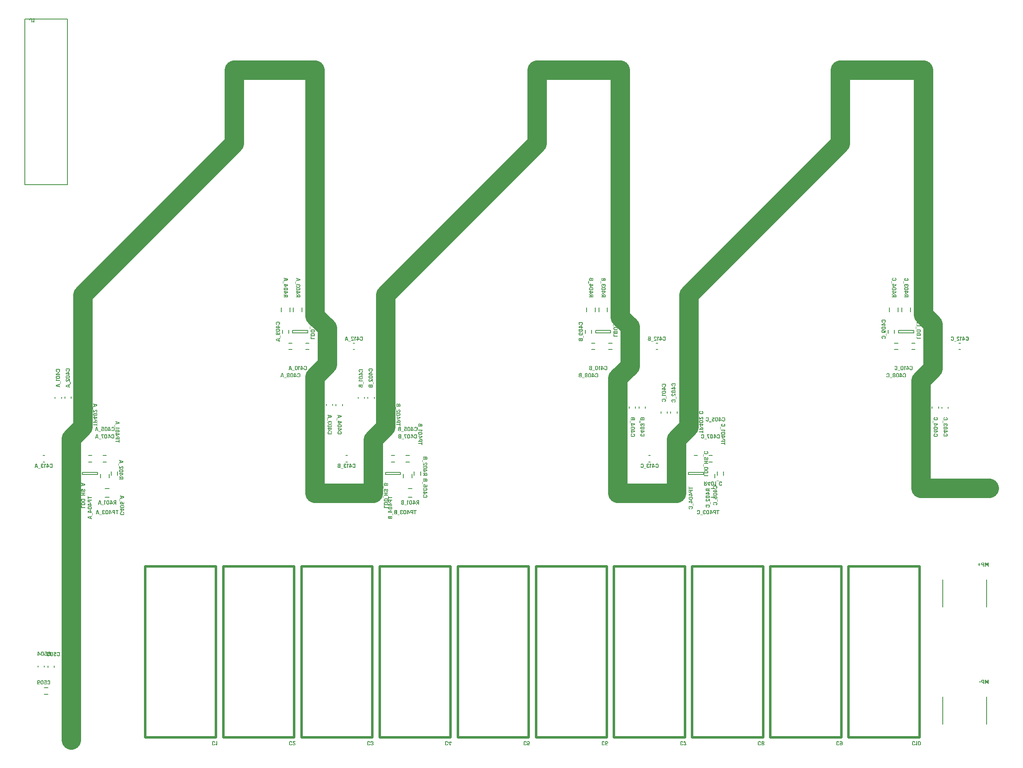
<source format=gbo>
G04*
G04 #@! TF.GenerationSoftware,Altium Limited,Altium Designer,24.1.2 (44)*
G04*
G04 Layer_Color=32896*
%FSLAX44Y44*%
%MOMM*%
G71*
G04*
G04 #@! TF.SameCoordinates,5A197B9A-B426-4778-83F4-D698A50C6921*
G04*
G04*
G04 #@! TF.FilePolarity,Positive*
G04*
G01*
G75*
%ADD10C,0.2000*%
%ADD12C,0.5000*%
%ADD15C,4.0000*%
G36*
X1366260Y537961D02*
X1366334Y537942D01*
X1366371Y537887D01*
X1366408Y537831D01*
X1366445Y537738D01*
Y536183D01*
X1366463Y536090D01*
X1366519Y536053D01*
X1366574Y536035D01*
X1366593D01*
X1373259D01*
X1373351Y536016D01*
X1373425Y535979D01*
X1373463Y535942D01*
X1373500Y535887D01*
X1373537Y535776D01*
Y534609D01*
X1373518Y534516D01*
X1373500Y534442D01*
X1373444Y534405D01*
X1373389Y534368D01*
X1373296Y534331D01*
X1373277D01*
X1373259D01*
X1366593D01*
X1366500Y534313D01*
X1366463Y534257D01*
X1366445Y534202D01*
Y532665D01*
X1366426Y532572D01*
X1366408Y532498D01*
X1366352Y532443D01*
X1366297Y532406D01*
X1366204Y532369D01*
X1366186D01*
X1366167D01*
X1365260D01*
X1365167Y532387D01*
X1365093Y532406D01*
X1365056Y532461D01*
X1365019Y532517D01*
X1364982Y532609D01*
Y537701D01*
X1365000Y537794D01*
X1365019Y537868D01*
X1365075Y537905D01*
X1365112Y537942D01*
X1365223Y537979D01*
X1365241D01*
X1365260D01*
X1366167D01*
X1366260Y537961D01*
D02*
G37*
G36*
X1373351Y531350D02*
X1373425Y531332D01*
X1373463Y531276D01*
X1373500Y531221D01*
X1373537Y531128D01*
Y529943D01*
X1373518Y529850D01*
X1373500Y529776D01*
X1373444Y529739D01*
X1373389Y529702D01*
X1373296Y529665D01*
X1373277D01*
X1373259D01*
X1370741D01*
X1370648Y529647D01*
X1370611Y529591D01*
X1370592Y529536D01*
Y527832D01*
X1370574Y527462D01*
X1370500Y527147D01*
X1370407Y526869D01*
X1370315Y526628D01*
X1370204Y526462D01*
X1370130Y526332D01*
X1370056Y526240D01*
X1370037Y526221D01*
X1369796Y526036D01*
X1369537Y525888D01*
X1369278Y525795D01*
X1369019Y525721D01*
X1368778Y525684D01*
X1368593Y525647D01*
X1368519D01*
X1368463D01*
X1368445D01*
X1368426D01*
X1367148D01*
X1366778Y525666D01*
X1366463Y525740D01*
X1366186Y525832D01*
X1365963Y525925D01*
X1365778Y526036D01*
X1365667Y526129D01*
X1365574Y526203D01*
X1365556Y526221D01*
X1365371Y526462D01*
X1365223Y526721D01*
X1365130Y526980D01*
X1365056Y527239D01*
X1365019Y527480D01*
X1364982Y527665D01*
Y531091D01*
X1365000Y531184D01*
X1365019Y531258D01*
X1365075Y531295D01*
X1365112Y531332D01*
X1365223Y531369D01*
X1365241D01*
X1365260D01*
X1373259D01*
X1373351Y531350D01*
D02*
G37*
G36*
X1371648Y524703D02*
X1371759Y524647D01*
X1371833Y524610D01*
X1371852Y524592D01*
X1371926Y524462D01*
X1371963Y524351D01*
X1371981Y524258D01*
Y520925D01*
X1373259D01*
X1373351Y520907D01*
X1373425Y520870D01*
X1373463Y520833D01*
X1373500Y520777D01*
X1373537Y520666D01*
Y519592D01*
X1373518Y519500D01*
X1373500Y519426D01*
X1373481Y519407D01*
Y519389D01*
X1373425Y519351D01*
X1373351Y519333D01*
X1373277D01*
X1373259D01*
X1371981D01*
Y518370D01*
X1371963Y518278D01*
X1371926Y518222D01*
X1371833Y518148D01*
X1371722Y518111D01*
X1371703D01*
X1371685D01*
X1370778D01*
X1370685Y518129D01*
X1370629Y518148D01*
X1370556Y518240D01*
X1370518Y518333D01*
Y519333D01*
X1365463D01*
X1365315Y519351D01*
X1365204Y519407D01*
X1365130Y519463D01*
X1365112Y519481D01*
X1365038Y519592D01*
X1365000Y519703D01*
X1364982Y519796D01*
Y521351D01*
X1365000Y521499D01*
X1365019Y521592D01*
X1365056Y521666D01*
X1365075Y521684D01*
X1365149Y521777D01*
X1365260Y521851D01*
X1365352Y521907D01*
X1365371Y521925D01*
X1365389D01*
X1370315Y524592D01*
X1370518Y524666D01*
X1370741Y524703D01*
X1370833Y524721D01*
X1370907D01*
X1370963D01*
X1370981D01*
X1371500D01*
X1371648Y524703D01*
D02*
G37*
G36*
X1371741Y517203D02*
X1372074Y517129D01*
X1372352Y517037D01*
X1372574Y516926D01*
X1372740Y516833D01*
X1372870Y516741D01*
X1372963Y516666D01*
X1372981Y516648D01*
X1373166Y516407D01*
X1373296Y516148D01*
X1373407Y515889D01*
X1373463Y515630D01*
X1373500Y515389D01*
X1373518Y515204D01*
X1373537Y515130D01*
Y513704D01*
X1373518Y513334D01*
X1373444Y513000D01*
X1373351Y512723D01*
X1373259Y512500D01*
X1373148Y512315D01*
X1373074Y512186D01*
X1373000Y512093D01*
X1372981Y512074D01*
X1372740Y511889D01*
X1372481Y511741D01*
X1372222Y511648D01*
X1371963Y511575D01*
X1371722Y511537D01*
X1371537Y511500D01*
X1371463D01*
X1371407D01*
X1371389D01*
X1371370D01*
X1367148D01*
X1366778Y511519D01*
X1366463Y511593D01*
X1366186Y511686D01*
X1365963Y511778D01*
X1365778Y511889D01*
X1365667Y511982D01*
X1365574Y512056D01*
X1365556Y512074D01*
X1365371Y512315D01*
X1365223Y512574D01*
X1365130Y512834D01*
X1365056Y513111D01*
X1365019Y513334D01*
X1364982Y513537D01*
Y515037D01*
X1365000Y515407D01*
X1365075Y515722D01*
X1365149Y516000D01*
X1365260Y516222D01*
X1365352Y516407D01*
X1365445Y516537D01*
X1365519Y516629D01*
X1365538Y516648D01*
X1365760Y516833D01*
X1366019Y516981D01*
X1366297Y517074D01*
X1366556Y517148D01*
X1366778Y517185D01*
X1366982Y517203D01*
X1367056Y517222D01*
X1367093D01*
X1367130D01*
X1367148D01*
X1371370D01*
X1371741Y517203D01*
D02*
G37*
G36*
X1371648Y510334D02*
X1371759Y510278D01*
X1371833Y510241D01*
X1371852Y510223D01*
X1371926Y510093D01*
X1371963Y509982D01*
X1371981Y509889D01*
Y506557D01*
X1373259D01*
X1373351Y506538D01*
X1373425Y506501D01*
X1373463Y506464D01*
X1373500Y506408D01*
X1373537Y506297D01*
Y505223D01*
X1373518Y505131D01*
X1373500Y505057D01*
X1373481Y505038D01*
Y505020D01*
X1373425Y504983D01*
X1373351Y504964D01*
X1373277D01*
X1373259D01*
X1371981D01*
Y504001D01*
X1371963Y503909D01*
X1371926Y503853D01*
X1371833Y503779D01*
X1371722Y503742D01*
X1371703D01*
X1371685D01*
X1370778D01*
X1370685Y503760D01*
X1370629Y503779D01*
X1370556Y503872D01*
X1370518Y503964D01*
Y504964D01*
X1365463D01*
X1365315Y504983D01*
X1365204Y505038D01*
X1365130Y505094D01*
X1365112Y505112D01*
X1365038Y505223D01*
X1365000Y505334D01*
X1364982Y505427D01*
Y506982D01*
X1365000Y507131D01*
X1365019Y507223D01*
X1365056Y507297D01*
X1365075Y507316D01*
X1365149Y507408D01*
X1365260Y507482D01*
X1365352Y507538D01*
X1365371Y507556D01*
X1365389D01*
X1370315Y510223D01*
X1370518Y510297D01*
X1370741Y510334D01*
X1370833Y510352D01*
X1370907D01*
X1370963D01*
X1370981D01*
X1371500D01*
X1371648Y510334D01*
D02*
G37*
G36*
X1374814Y503538D02*
X1374888Y503520D01*
X1374944Y503464D01*
X1374981Y503409D01*
X1375018Y503316D01*
Y498891D01*
X1375000Y498798D01*
X1374962Y498724D01*
X1374925Y498687D01*
X1374870Y498650D01*
X1374759Y498613D01*
X1374740D01*
X1374722D01*
X1374388D01*
X1374296Y498631D01*
X1374222Y498650D01*
X1374166Y498705D01*
X1374129Y498742D01*
X1374092Y498854D01*
Y503279D01*
X1374111Y503372D01*
X1374129Y503446D01*
X1374185Y503483D01*
X1374240Y503520D01*
X1374333Y503557D01*
X1374370D01*
X1374388D01*
X1374722D01*
X1374814Y503538D01*
D02*
G37*
G36*
X1371741Y497854D02*
X1372074Y497780D01*
X1372352Y497687D01*
X1372574Y497576D01*
X1372740Y497483D01*
X1372870Y497391D01*
X1372963Y497317D01*
X1372981Y497298D01*
X1373166Y497057D01*
X1373296Y496798D01*
X1373407Y496539D01*
X1373463Y496261D01*
X1373500Y496039D01*
X1373518Y495835D01*
X1373537Y495761D01*
Y494224D01*
X1373518Y493854D01*
X1373444Y493521D01*
X1373351Y493243D01*
X1373259Y493021D01*
X1373148Y492836D01*
X1373074Y492706D01*
X1373000Y492613D01*
X1372981Y492595D01*
X1372740Y492410D01*
X1372481Y492262D01*
X1372222Y492169D01*
X1371963Y492095D01*
X1371722Y492058D01*
X1371537Y492021D01*
X1371463D01*
X1371407D01*
X1371389D01*
X1371370D01*
X1370741D01*
X1370648Y492039D01*
X1370574Y492058D01*
X1370518Y492113D01*
X1370481Y492169D01*
X1370444Y492262D01*
Y493428D01*
X1370463Y493521D01*
X1370481Y493595D01*
X1370537Y493632D01*
X1370592Y493669D01*
X1370685Y493706D01*
X1370722D01*
X1370741D01*
X1371296D01*
X1371444D01*
X1371574Y493743D01*
X1371685Y493761D01*
X1371759Y493798D01*
X1371833Y493836D01*
X1371870Y493854D01*
X1371889Y493891D01*
X1371907D01*
X1371963Y493965D01*
X1372000Y494058D01*
X1372055Y494261D01*
Y494354D01*
X1372074Y494428D01*
Y495558D01*
X1372055Y495669D01*
X1372018Y495780D01*
X1371981Y495854D01*
X1371963Y495928D01*
X1371926Y495965D01*
X1371907Y496002D01*
X1371833Y496058D01*
X1371741Y496095D01*
X1371537Y496150D01*
X1371444D01*
X1371370Y496169D01*
X1371315D01*
X1371296D01*
X1367222D01*
X1367074D01*
X1366945Y496150D01*
X1366852Y496113D01*
X1366760Y496076D01*
X1366704Y496058D01*
X1366667Y496021D01*
X1366630Y496002D01*
X1366574Y495928D01*
X1366519Y495835D01*
X1366463Y495632D01*
X1366445Y495539D01*
Y494354D01*
X1366482Y494224D01*
X1366500Y494113D01*
X1366537Y494039D01*
X1366574Y493965D01*
X1366593Y493928D01*
X1366630Y493891D01*
X1366704Y493836D01*
X1366797Y493780D01*
X1366982Y493725D01*
X1367074Y493706D01*
X1367148D01*
X1367204D01*
X1367222D01*
X1367778D01*
X1367871Y493687D01*
X1367945Y493669D01*
X1368000Y493613D01*
X1368037Y493558D01*
X1368074Y493465D01*
Y492317D01*
X1368056Y492225D01*
X1368019Y492151D01*
X1367982Y492095D01*
X1367926Y492058D01*
X1367815Y492021D01*
X1367796D01*
X1367778D01*
X1367148D01*
X1366778Y492039D01*
X1366463Y492113D01*
X1366186Y492206D01*
X1365963Y492299D01*
X1365778Y492410D01*
X1365667Y492502D01*
X1365574Y492576D01*
X1365556Y492595D01*
X1365371Y492836D01*
X1365223Y493095D01*
X1365130Y493354D01*
X1365056Y493632D01*
X1365019Y493854D01*
X1364982Y494058D01*
Y495669D01*
X1365000Y496039D01*
X1365075Y496372D01*
X1365149Y496650D01*
X1365260Y496872D01*
X1365352Y497057D01*
X1365445Y497187D01*
X1365519Y497280D01*
X1365538Y497298D01*
X1365760Y497483D01*
X1366019Y497631D01*
X1366297Y497724D01*
X1366556Y497798D01*
X1366778Y497835D01*
X1366982Y497854D01*
X1367056Y497872D01*
X1367093D01*
X1367130D01*
X1367148D01*
X1371370D01*
X1371741Y497854D01*
D02*
G37*
G36*
X744648Y545636D02*
X744852Y545599D01*
X745019Y545544D01*
X745167Y545488D01*
X745278Y545433D01*
X745370Y545377D01*
X745407Y545340D01*
X745426Y545321D01*
X745537Y545192D01*
X745648Y545062D01*
X745722Y544914D01*
X745778Y544785D01*
X745815Y544655D01*
X745833Y544562D01*
X745852Y544488D01*
Y544470D01*
X745926Y544655D01*
X746018Y544822D01*
X746111Y544951D01*
X746222Y545081D01*
X746333Y545192D01*
X746463Y545266D01*
X746704Y545396D01*
X746944Y545470D01*
X747129Y545507D01*
X747204Y545525D01*
X747259D01*
X747296D01*
X747315D01*
X747870D01*
X748240Y545507D01*
X748555Y545433D01*
X748833Y545340D01*
X749055Y545247D01*
X749240Y545136D01*
X749351Y545044D01*
X749444Y544970D01*
X749463Y544951D01*
X749648Y544710D01*
X749777Y544451D01*
X749888Y544192D01*
X749944Y543914D01*
X749981Y543692D01*
X750018Y543488D01*
Y540118D01*
X749999Y540026D01*
X749981Y539952D01*
X749925Y539915D01*
X749888Y539878D01*
X749777Y539841D01*
X749759D01*
X749740D01*
X741741D01*
X741648Y539859D01*
X741574Y539878D01*
X741537Y539933D01*
X741500Y539989D01*
X741463Y540081D01*
Y543451D01*
X741482Y543822D01*
X741556Y544155D01*
X741648Y544433D01*
X741741Y544655D01*
X741852Y544840D01*
X741926Y544970D01*
X742000Y545062D01*
X742019Y545081D01*
X742241Y545266D01*
X742500Y545414D01*
X742759Y545507D01*
X743019Y545581D01*
X743260Y545618D01*
X743445Y545655D01*
X743519D01*
X743574D01*
X743593D01*
X743611D01*
X744408D01*
X744648Y545636D01*
D02*
G37*
G36*
X740704Y538952D02*
X740778Y538933D01*
X740834Y538878D01*
X740871Y538841D01*
X740908Y538730D01*
Y534304D01*
X740889Y534212D01*
X740871Y534137D01*
X740815Y534100D01*
X740760Y534063D01*
X740667Y534026D01*
X740630D01*
X740612D01*
X740278D01*
X740186Y534045D01*
X740112Y534063D01*
X740056Y534119D01*
X740019Y534174D01*
X739982Y534267D01*
Y538693D01*
X740001Y538785D01*
X740038Y538859D01*
X740075Y538896D01*
X740130Y538933D01*
X740241Y538970D01*
X740260D01*
X740278D01*
X740612D01*
X740704Y538952D01*
D02*
G37*
G36*
X744370Y533341D02*
X744630Y533304D01*
X744852Y533267D01*
X745056Y533212D01*
X745204Y533138D01*
X745315Y533101D01*
X745389Y533063D01*
X745407Y533045D01*
X745593Y532915D01*
X745741Y532786D01*
X745870Y532656D01*
X745963Y532545D01*
X746037Y532434D01*
X746093Y532341D01*
X746130Y532286D01*
Y532267D01*
X746259Y531934D01*
X746352Y531582D01*
X746426Y531249D01*
X746481Y530934D01*
X746518Y530675D01*
X746555Y530453D01*
Y530378D01*
X746574Y530323D01*
Y530267D01*
X746592Y530082D01*
X746629Y529916D01*
X746666Y529767D01*
X746722Y529638D01*
X746778Y529527D01*
X746852Y529434D01*
X746963Y529305D01*
X747092Y529230D01*
X747204Y529193D01*
X747278Y529175D01*
X747296D01*
X747555D01*
X747759D01*
X747926Y529212D01*
X748074Y529230D01*
X748185Y529268D01*
X748259Y529305D01*
X748315Y529323D01*
X748333Y529360D01*
X748352D01*
X748426Y529453D01*
X748463Y529564D01*
X748537Y529804D01*
Y529916D01*
X748555Y530008D01*
Y530804D01*
X748518Y530953D01*
X748500Y531082D01*
X748463Y531175D01*
X748426Y531249D01*
X748407Y531304D01*
X748370Y531341D01*
X748296Y531415D01*
X748185Y531452D01*
X747944Y531527D01*
X747833D01*
X747759Y531545D01*
X747685D01*
X747666D01*
X747592D01*
X747500Y531564D01*
X747426Y531601D01*
X747389Y531638D01*
X747352Y531693D01*
X747315Y531804D01*
Y532971D01*
X747333Y533063D01*
X747352Y533138D01*
X747407Y533175D01*
X747463Y533212D01*
X747555Y533249D01*
X747574D01*
X747592D01*
X747833D01*
X748203Y533230D01*
X748537Y533156D01*
X748814Y533063D01*
X749037Y532952D01*
X749222Y532841D01*
X749333Y532749D01*
X749426Y532675D01*
X749444Y532656D01*
X749629Y532415D01*
X749777Y532156D01*
X749870Y531878D01*
X749944Y531619D01*
X749981Y531378D01*
X750018Y531193D01*
Y529693D01*
X749999Y529323D01*
X749925Y528990D01*
X749833Y528712D01*
X749740Y528471D01*
X749629Y528286D01*
X749537Y528157D01*
X749463Y528083D01*
X749444Y528046D01*
X749222Y527860D01*
X748963Y527712D01*
X748685Y527620D01*
X748426Y527546D01*
X748203Y527509D01*
X748000Y527490D01*
X747926Y527471D01*
X747889D01*
X747852D01*
X747833D01*
X747370D01*
X747074Y527490D01*
X746815Y527527D01*
X746592Y527564D01*
X746389Y527638D01*
X746241Y527694D01*
X746111Y527731D01*
X746037Y527768D01*
X746018Y527786D01*
X745833Y527916D01*
X745685Y528046D01*
X745574Y528175D01*
X745481Y528286D01*
X745407Y528397D01*
X745352Y528490D01*
X745333Y528545D01*
X745315Y528564D01*
X745185Y528916D01*
X745148Y529082D01*
X745093Y529230D01*
X745056Y529379D01*
X745037Y529471D01*
X745019Y529545D01*
Y529564D01*
X744945Y529953D01*
X744926Y530138D01*
X744908Y530286D01*
X744889Y530416D01*
X744870Y530508D01*
Y530582D01*
X744815Y530897D01*
X744778Y531027D01*
X744722Y531138D01*
X744685Y531230D01*
X744648Y531304D01*
X744630Y531341D01*
X744611Y531360D01*
X744519Y531471D01*
X744426Y531545D01*
X744333Y531601D01*
X744241Y531638D01*
X744148Y531656D01*
X744074Y531675D01*
X744037D01*
X744019D01*
X743870D01*
X743685D01*
X743519Y531638D01*
X743389Y531619D01*
X743278Y531582D01*
X743204Y531545D01*
X743148Y531508D01*
X743130Y531489D01*
X743111Y531471D01*
X743056Y531378D01*
X743000Y531267D01*
X742945Y531027D01*
Y530915D01*
X742926Y530823D01*
Y529934D01*
X742963Y529786D01*
X742982Y529656D01*
X743019Y529545D01*
X743056Y529471D01*
X743074Y529416D01*
X743111Y529397D01*
Y529379D01*
X743185Y529305D01*
X743297Y529268D01*
X743519Y529193D01*
X743630D01*
X743722Y529175D01*
X743778D01*
X743796D01*
X743908D01*
X744000Y529156D01*
X744074Y529138D01*
X744111Y529082D01*
X744148Y529045D01*
X744185Y528934D01*
Y527768D01*
X744167Y527675D01*
X744148Y527601D01*
X744093Y527564D01*
X744056Y527527D01*
X743945Y527490D01*
X743926D01*
X743908D01*
X743648D01*
X743278Y527509D01*
X742945Y527583D01*
X742667Y527675D01*
X742445Y527786D01*
X742260Y527879D01*
X742130Y527971D01*
X742037Y528046D01*
X742019Y528064D01*
X741834Y528305D01*
X741704Y528564D01*
X741593Y528842D01*
X741537Y529101D01*
X741500Y529342D01*
X741482Y529527D01*
X741463Y529601D01*
Y531156D01*
X741482Y531527D01*
X741556Y531841D01*
X741648Y532119D01*
X741741Y532360D01*
X741852Y532527D01*
X741926Y532656D01*
X742000Y532749D01*
X742019Y532767D01*
X742260Y532971D01*
X742519Y533119D01*
X742778Y533212D01*
X743056Y533286D01*
X743278Y533323D01*
X743482Y533360D01*
X743556D01*
X743611D01*
X743630D01*
X743648D01*
X744093D01*
X744370Y533341D01*
D02*
G37*
G36*
X749833Y525935D02*
X749907Y525916D01*
X749944Y525860D01*
X749981Y525824D01*
X750018Y525712D01*
Y524546D01*
X749999Y524453D01*
X749981Y524379D01*
X749925Y524342D01*
X749888Y524305D01*
X749777Y524268D01*
X749759D01*
X749740D01*
X746611D01*
X746518Y524249D01*
X746481Y524194D01*
X746463Y524138D01*
Y521861D01*
X746481Y521768D01*
X746537Y521731D01*
X746592Y521713D01*
X746611D01*
X749740D01*
X749833Y521694D01*
X749907Y521676D01*
X749944Y521620D01*
X749981Y521583D01*
X750018Y521472D01*
Y520287D01*
X749999Y520194D01*
X749981Y520120D01*
X749925Y520083D01*
X749888Y520046D01*
X749777Y520009D01*
X749759D01*
X749740D01*
X741741D01*
X741648Y520028D01*
X741574Y520046D01*
X741537Y520102D01*
X741500Y520157D01*
X741463Y520250D01*
Y521435D01*
X741482Y521528D01*
X741500Y521602D01*
X741556Y521639D01*
X741611Y521676D01*
X741704Y521713D01*
X741723D01*
X741741D01*
X744852D01*
X744945Y521731D01*
X744982Y521787D01*
X745000Y521842D01*
Y524120D01*
X744982Y524212D01*
X744926Y524249D01*
X744870Y524268D01*
X744852D01*
X741741D01*
X741648Y524287D01*
X741574Y524305D01*
X741537Y524361D01*
X741500Y524416D01*
X741463Y524509D01*
Y525675D01*
X741482Y525768D01*
X741500Y525842D01*
X741556Y525879D01*
X741611Y525916D01*
X741704Y525953D01*
X741723D01*
X741741D01*
X749740D01*
X749833Y525935D01*
D02*
G37*
G36*
X740704Y519120D02*
X740778Y519102D01*
X740834Y519046D01*
X740871Y519009D01*
X740908Y518898D01*
Y514473D01*
X740889Y514380D01*
X740871Y514306D01*
X740815Y514269D01*
X740760Y514232D01*
X740667Y514195D01*
X740630D01*
X740612D01*
X740278D01*
X740186Y514214D01*
X740112Y514232D01*
X740056Y514288D01*
X740019Y514343D01*
X739982Y514436D01*
Y518861D01*
X740001Y518954D01*
X740038Y519028D01*
X740075Y519065D01*
X740130Y519102D01*
X740241Y519139D01*
X740260D01*
X740278D01*
X740612D01*
X740704Y519120D01*
D02*
G37*
G36*
X751260Y518007D02*
X751334Y517988D01*
X751371Y517933D01*
X751408Y517877D01*
X751445Y517785D01*
Y516229D01*
X751463Y516137D01*
X751519Y516100D01*
X751574Y516081D01*
X751593D01*
X758259D01*
X758352Y516063D01*
X758426Y516026D01*
X758463Y515989D01*
X758500Y515933D01*
X758537Y515822D01*
Y514655D01*
X758518Y514563D01*
X758500Y514489D01*
X758444Y514452D01*
X758389Y514415D01*
X758296Y514378D01*
X758277D01*
X758259D01*
X751593D01*
X751500Y514359D01*
X751463Y514304D01*
X751445Y514248D01*
Y512711D01*
X751426Y512618D01*
X751408Y512545D01*
X751352Y512489D01*
X751297Y512452D01*
X751204Y512415D01*
X751186D01*
X751167D01*
X750260D01*
X750167Y512433D01*
X750093Y512452D01*
X750056Y512507D01*
X750019Y512563D01*
X749982Y512656D01*
Y517748D01*
X750001Y517840D01*
X750019Y517914D01*
X750075Y517951D01*
X750112Y517988D01*
X750223Y518025D01*
X750241D01*
X750260D01*
X751167D01*
X751260Y518007D01*
D02*
G37*
G36*
X748222Y513436D02*
X748555Y513362D01*
X748833Y513269D01*
X749055Y513177D01*
X749240Y513065D01*
X749351Y512973D01*
X749444Y512899D01*
X749463Y512880D01*
X749648Y512640D01*
X749777Y512380D01*
X749888Y512121D01*
X749944Y511862D01*
X749981Y511621D01*
X750018Y511436D01*
Y511300D01*
X750019Y511304D01*
X750075Y511341D01*
X750112Y511378D01*
X750223Y511415D01*
X750241D01*
X750260D01*
X758259D01*
X758352Y511396D01*
X758426Y511378D01*
X758463Y511322D01*
X758500Y511267D01*
X758537Y511174D01*
Y509989D01*
X758518Y509897D01*
X758500Y509823D01*
X758444Y509785D01*
X758389Y509748D01*
X758296Y509711D01*
X758277D01*
X758259D01*
X755741D01*
X755648Y509693D01*
X755611Y509637D01*
X755592Y509582D01*
Y507878D01*
X755574Y507508D01*
X755500Y507193D01*
X755407Y506915D01*
X755315Y506675D01*
X755204Y506508D01*
X755130Y506378D01*
X755055Y506286D01*
X755037Y506267D01*
X754796Y506082D01*
X754537Y505934D01*
X754278Y505841D01*
X754019Y505767D01*
X753778Y505730D01*
X753593Y505693D01*
X753519D01*
X753463D01*
X753445D01*
X753426D01*
X752148D01*
X751778Y505712D01*
X751463Y505786D01*
X751186Y505878D01*
X750963Y505971D01*
X750778Y506082D01*
X750667Y506175D01*
X750574Y506249D01*
X750556Y506267D01*
X750371Y506508D01*
X750223Y506767D01*
X750130Y507026D01*
X750056Y507286D01*
X750019Y507527D01*
X749982Y507712D01*
Y509320D01*
X749925Y509066D01*
X749851Y508788D01*
X749740Y508566D01*
X749648Y508381D01*
X749555Y508251D01*
X749481Y508159D01*
X749463Y508140D01*
X749240Y507955D01*
X748981Y507807D01*
X748703Y507714D01*
X748444Y507640D01*
X748222Y507603D01*
X748018Y507585D01*
X747944Y507566D01*
X747907D01*
X747870D01*
X747852D01*
X743630D01*
X743260Y507585D01*
X742926Y507659D01*
X742648Y507751D01*
X742426Y507862D01*
X742260Y507955D01*
X742130Y508047D01*
X742037Y508122D01*
X742019Y508140D01*
X741834Y508381D01*
X741704Y508640D01*
X741593Y508899D01*
X741537Y509177D01*
X741500Y509399D01*
X741482Y509603D01*
X741463Y509677D01*
Y511269D01*
X741482Y511640D01*
X741556Y511954D01*
X741648Y512232D01*
X741741Y512473D01*
X741852Y512640D01*
X741926Y512769D01*
X742000Y512862D01*
X742019Y512880D01*
X742241Y513065D01*
X742500Y513214D01*
X742778Y513306D01*
X743037Y513380D01*
X743260Y513417D01*
X743463Y513454D01*
X743537D01*
X743593D01*
X743611D01*
X743630D01*
X747852D01*
X748222Y513436D01*
D02*
G37*
G36*
Y506085D02*
X748537Y506011D01*
X748814Y505918D01*
X749037Y505807D01*
X749222Y505696D01*
X749333Y505603D01*
X749426Y505529D01*
X749444Y505511D01*
X749629Y505270D01*
X749777Y505011D01*
X749870Y504752D01*
X749944Y504492D01*
X749981Y504252D01*
X750018Y504067D01*
Y501633D01*
X750019Y501638D01*
X750056Y501712D01*
X750075Y501731D01*
X750149Y501823D01*
X750260Y501897D01*
X750352Y501953D01*
X750371Y501972D01*
X750389D01*
X755315Y504638D01*
X755518Y504712D01*
X755741Y504749D01*
X755833Y504767D01*
X755907D01*
X755963D01*
X755981D01*
X756500D01*
X756648Y504749D01*
X756759Y504693D01*
X756833Y504656D01*
X756852Y504638D01*
X756926Y504508D01*
X756963Y504397D01*
X756981Y504305D01*
Y500972D01*
X758259D01*
X758352Y500953D01*
X758426Y500916D01*
X758463Y500879D01*
X758500Y500824D01*
X758537Y500712D01*
Y499638D01*
X758518Y499546D01*
X758500Y499472D01*
X758481Y499453D01*
Y499435D01*
X758426Y499398D01*
X758352Y499379D01*
X758277D01*
X758259D01*
X756981D01*
Y498416D01*
X756963Y498324D01*
X756926Y498268D01*
X756833Y498194D01*
X756722Y498157D01*
X756703D01*
X756685D01*
X755778D01*
X755685Y498176D01*
X755630Y498194D01*
X755555Y498287D01*
X755518Y498379D01*
Y499379D01*
X750463D01*
X750315Y499398D01*
X750204Y499453D01*
X750130Y499509D01*
X750112Y499527D01*
X750038Y499638D01*
X750001Y499749D01*
X749982Y499842D01*
Y500441D01*
X749981Y500437D01*
X749925Y500400D01*
X749888Y500363D01*
X749777Y500326D01*
X749759D01*
X749740D01*
X741741D01*
X741648Y500345D01*
X741574Y500363D01*
X741537Y500419D01*
X741500Y500474D01*
X741463Y500567D01*
Y503900D01*
X741482Y504270D01*
X741556Y504585D01*
X741648Y504863D01*
X741741Y505103D01*
X741852Y505270D01*
X741926Y505400D01*
X742000Y505492D01*
X742019Y505511D01*
X742260Y505714D01*
X742519Y505863D01*
X742778Y505955D01*
X743037Y506029D01*
X743278Y506066D01*
X743463Y506103D01*
X743537D01*
X743593D01*
X743611D01*
X743630D01*
X747852D01*
X748222Y506085D01*
D02*
G37*
G36*
X742741Y499271D02*
X742815Y499252D01*
X742852Y499197D01*
X742889Y499160D01*
X742926Y499049D01*
Y496197D01*
X742945Y496104D01*
X743000Y496067D01*
X743056Y496049D01*
X743074D01*
X749740D01*
X749833Y496030D01*
X749907Y496012D01*
X749944Y495956D01*
X749981Y495919D01*
X750018Y495808D01*
Y495528D01*
X750075Y495768D01*
X750149Y496046D01*
X750260Y496268D01*
X750352Y496454D01*
X750445Y496583D01*
X750519Y496676D01*
X750537Y496694D01*
X750760Y496879D01*
X751019Y497028D01*
X751297Y497120D01*
X751556Y497194D01*
X751778Y497231D01*
X751982Y497250D01*
X752056Y497268D01*
X752093D01*
X752130D01*
X752148D01*
X756370D01*
X756740Y497250D01*
X757074Y497176D01*
X757352Y497083D01*
X757574Y496972D01*
X757740Y496879D01*
X757870Y496787D01*
X757963Y496713D01*
X757981Y496694D01*
X758166Y496454D01*
X758296Y496194D01*
X758407Y495935D01*
X758463Y495676D01*
X758500Y495435D01*
X758518Y495250D01*
X758537Y495176D01*
Y493750D01*
X758518Y493380D01*
X758444Y493046D01*
X758352Y492769D01*
X758259Y492547D01*
X758148Y492361D01*
X758074Y492232D01*
X758000Y492139D01*
X757981Y492121D01*
X757740Y491936D01*
X757481Y491787D01*
X757222Y491695D01*
X756963Y491621D01*
X756722Y491584D01*
X756537Y491547D01*
X756463D01*
X756407D01*
X756389D01*
X756370D01*
X752148D01*
X751778Y491565D01*
X751463Y491639D01*
X751186Y491732D01*
X750963Y491824D01*
X750778Y491936D01*
X750667Y492028D01*
X750574Y492102D01*
X750556Y492121D01*
X750371Y492361D01*
X750223Y492621D01*
X750130Y492880D01*
X750056Y493158D01*
X750019Y493380D01*
X749982Y493583D01*
Y494460D01*
X749981Y494456D01*
X749925Y494419D01*
X749888Y494382D01*
X749777Y494345D01*
X749759D01*
X749740D01*
X741741D01*
X741648Y494364D01*
X741574Y494382D01*
X741537Y494438D01*
X741500Y494493D01*
X741463Y494586D01*
Y499011D01*
X741482Y499104D01*
X741500Y499178D01*
X741556Y499215D01*
X741611Y499252D01*
X741704Y499289D01*
X741723D01*
X741741D01*
X742648D01*
X742741Y499271D01*
D02*
G37*
G36*
X756648Y490380D02*
X756759Y490325D01*
X756833Y490288D01*
X756852Y490269D01*
X756926Y490139D01*
X756963Y490028D01*
X756981Y489936D01*
Y486603D01*
X758259D01*
X758352Y486584D01*
X758426Y486547D01*
X758463Y486510D01*
X758500Y486455D01*
X758537Y486343D01*
Y485270D01*
X758518Y485177D01*
X758500Y485103D01*
X758481Y485084D01*
Y485066D01*
X758426Y485029D01*
X758352Y485010D01*
X758277D01*
X758259D01*
X756981D01*
Y484047D01*
X756963Y483955D01*
X756926Y483899D01*
X756833Y483825D01*
X756722Y483788D01*
X756703D01*
X756685D01*
X755778D01*
X755685Y483807D01*
X755630Y483825D01*
X755555Y483918D01*
X755518Y484010D01*
Y485010D01*
X750463D01*
X750315Y485029D01*
X750204Y485084D01*
X750130Y485140D01*
X750112Y485158D01*
X750038Y485270D01*
X750001Y485381D01*
X749982Y485473D01*
Y487029D01*
X750001Y487177D01*
X750019Y487269D01*
X750056Y487343D01*
X750075Y487362D01*
X750149Y487454D01*
X750260Y487528D01*
X750352Y487584D01*
X750371Y487603D01*
X750389D01*
X755315Y490269D01*
X755518Y490343D01*
X755741Y490380D01*
X755833Y490399D01*
X755907D01*
X755963D01*
X755981D01*
X756500D01*
X756648Y490380D01*
D02*
G37*
G36*
X759814Y483585D02*
X759888Y483566D01*
X759944Y483510D01*
X759981Y483455D01*
X760018Y483362D01*
Y478937D01*
X759999Y478844D01*
X759962Y478770D01*
X759925Y478733D01*
X759870Y478696D01*
X759759Y478659D01*
X759740D01*
X759722D01*
X759388D01*
X759296Y478678D01*
X759222Y478696D01*
X759166Y478752D01*
X759129Y478789D01*
X759092Y478900D01*
Y483325D01*
X759111Y483418D01*
X759129Y483492D01*
X759185Y483529D01*
X759240Y483566D01*
X759333Y483603D01*
X759370D01*
X759388D01*
X759722D01*
X759814Y483585D01*
D02*
G37*
G36*
X758352Y477770D02*
X758426Y477752D01*
X758463Y477696D01*
X758500Y477641D01*
X758537Y477548D01*
Y474178D01*
X758518Y473808D01*
X758444Y473474D01*
X758352Y473197D01*
X758259Y472975D01*
X758148Y472789D01*
X758074Y472660D01*
X758000Y472567D01*
X757981Y472549D01*
X757759Y472363D01*
X757500Y472215D01*
X757241Y472123D01*
X756981Y472049D01*
X756740Y472012D01*
X756555Y471975D01*
X756481D01*
X756426D01*
X756407D01*
X756389D01*
X755592D01*
X755352Y471993D01*
X755148Y472030D01*
X754982Y472086D01*
X754833Y472141D01*
X754722Y472197D01*
X754630Y472252D01*
X754593Y472289D01*
X754574Y472308D01*
X754463Y472438D01*
X754352Y472567D01*
X754278Y472715D01*
X754222Y472845D01*
X754185Y472975D01*
X754167Y473067D01*
X754148Y473141D01*
Y473160D01*
X754074Y472975D01*
X753982Y472808D01*
X753889Y472678D01*
X753778Y472549D01*
X753667Y472438D01*
X753537Y472363D01*
X753297Y472234D01*
X753056Y472160D01*
X752871Y472123D01*
X752796Y472104D01*
X752741D01*
X752704D01*
X752685D01*
X752130D01*
X751760Y472123D01*
X751445Y472197D01*
X751167Y472289D01*
X750945Y472382D01*
X750760Y472493D01*
X750649Y472586D01*
X750556Y472660D01*
X750537Y472678D01*
X750352Y472919D01*
X750223Y473178D01*
X750112Y473437D01*
X750056Y473715D01*
X750019Y473937D01*
X749982Y474141D01*
Y477511D01*
X750001Y477604D01*
X750019Y477678D01*
X750075Y477715D01*
X750112Y477752D01*
X750223Y477789D01*
X750241D01*
X750260D01*
X758259D01*
X758352Y477770D01*
D02*
G37*
G36*
X136260Y518229D02*
X136334Y518210D01*
X136371Y518155D01*
X136408Y518099D01*
X136445Y518007D01*
Y516451D01*
X136463Y516359D01*
X136519Y516322D01*
X136574Y516303D01*
X136593D01*
X143259D01*
X143351Y516285D01*
X143426Y516248D01*
X143463Y516211D01*
X143500Y516155D01*
X143537Y516044D01*
Y514878D01*
X143518Y514785D01*
X143500Y514711D01*
X143444Y514674D01*
X143389Y514637D01*
X143296Y514600D01*
X143277D01*
X143259D01*
X136593D01*
X136500Y514581D01*
X136463Y514526D01*
X136445Y514470D01*
Y512933D01*
X136426Y512841D01*
X136408Y512767D01*
X136352Y512711D01*
X136297Y512674D01*
X136204Y512637D01*
X136186D01*
X136167D01*
X135260D01*
X135167Y512655D01*
X135093Y512674D01*
X135056Y512730D01*
X135019Y512785D01*
X134982Y512878D01*
Y517970D01*
X135000Y518062D01*
X135019Y518136D01*
X135075Y518173D01*
X135112Y518210D01*
X135223Y518248D01*
X135241D01*
X135260D01*
X136167D01*
X136260Y518229D01*
D02*
G37*
G36*
X143351Y511619D02*
X143426Y511600D01*
X143463Y511544D01*
X143500Y511489D01*
X143537Y511396D01*
Y510211D01*
X143518Y510119D01*
X143500Y510045D01*
X143444Y510008D01*
X143389Y509971D01*
X143296Y509934D01*
X143277D01*
X143259D01*
X140741D01*
X140648Y509915D01*
X140611Y509860D01*
X140592Y509804D01*
Y508101D01*
X140574Y507730D01*
X140500Y507415D01*
X140407Y507138D01*
X140315Y506897D01*
X140204Y506730D01*
X140130Y506601D01*
X140056Y506508D01*
X140037Y506489D01*
X139796Y506304D01*
X139537Y506156D01*
X139278Y506064D01*
X139019Y505990D01*
X138778Y505952D01*
X138593Y505915D01*
X138519D01*
X138463D01*
X138445D01*
X138426D01*
X137148D01*
X136778Y505934D01*
X136463Y506008D01*
X136186Y506101D01*
X135963Y506193D01*
X135778Y506304D01*
X135667Y506397D01*
X135575Y506471D01*
X135556Y506489D01*
X135371Y506730D01*
X135223Y506990D01*
X135130Y507249D01*
X135056Y507508D01*
X135019Y507749D01*
X134982Y507934D01*
Y511359D01*
X135000Y511452D01*
X135019Y511526D01*
X135075Y511563D01*
X135112Y511600D01*
X135223Y511637D01*
X135241D01*
X135260D01*
X143259D01*
X143351Y511619D01*
D02*
G37*
G36*
X141648Y504971D02*
X141759Y504916D01*
X141833Y504879D01*
X141852Y504860D01*
X141926Y504730D01*
X141963Y504619D01*
X141981Y504527D01*
Y501194D01*
X143259D01*
X143351Y501175D01*
X143426Y501138D01*
X143463Y501101D01*
X143500Y501046D01*
X143537Y500934D01*
Y499861D01*
X143518Y499768D01*
X143500Y499694D01*
X143481Y499675D01*
Y499657D01*
X143426Y499620D01*
X143351Y499601D01*
X143277D01*
X143259D01*
X141981D01*
Y498638D01*
X141963Y498546D01*
X141926Y498490D01*
X141833Y498416D01*
X141722Y498379D01*
X141704D01*
X141685D01*
X140778D01*
X140685Y498398D01*
X140630Y498416D01*
X140555Y498509D01*
X140518Y498601D01*
Y499601D01*
X135463D01*
X135315Y499620D01*
X135204Y499675D01*
X135130Y499731D01*
X135112Y499749D01*
X135037Y499861D01*
X135000Y499972D01*
X134982Y500064D01*
Y501620D01*
X135000Y501768D01*
X135019Y501860D01*
X135056Y501934D01*
X135075Y501953D01*
X135149Y502046D01*
X135260Y502120D01*
X135352Y502175D01*
X135371Y502194D01*
X135389D01*
X140315Y504860D01*
X140518Y504934D01*
X140741Y504971D01*
X140833Y504990D01*
X140907D01*
X140963D01*
X140981D01*
X141500D01*
X141648Y504971D01*
D02*
G37*
G36*
X141741Y497472D02*
X142074Y497398D01*
X142352Y497305D01*
X142574Y497194D01*
X142740Y497102D01*
X142870Y497009D01*
X142963Y496935D01*
X142981Y496916D01*
X143166Y496676D01*
X143296Y496417D01*
X143407Y496157D01*
X143463Y495898D01*
X143500Y495657D01*
X143518Y495472D01*
X143537Y495398D01*
Y493972D01*
X143518Y493602D01*
X143444Y493269D01*
X143351Y492991D01*
X143259Y492769D01*
X143148Y492584D01*
X143074Y492454D01*
X143000Y492361D01*
X142981Y492343D01*
X142740Y492158D01*
X142481Y492010D01*
X142222Y491917D01*
X141963Y491843D01*
X141722Y491806D01*
X141537Y491769D01*
X141463D01*
X141407D01*
X141389D01*
X141370D01*
X137148D01*
X136778Y491787D01*
X136463Y491861D01*
X136186Y491954D01*
X135963Y492047D01*
X135778Y492158D01*
X135667Y492250D01*
X135575Y492324D01*
X135556Y492343D01*
X135371Y492584D01*
X135223Y492843D01*
X135130Y493102D01*
X135056Y493380D01*
X135019Y493602D01*
X134982Y493806D01*
Y495305D01*
X135000Y495676D01*
X135075Y495991D01*
X135149Y496268D01*
X135260Y496491D01*
X135352Y496676D01*
X135445Y496805D01*
X135519Y496898D01*
X135538Y496916D01*
X135760Y497102D01*
X136019Y497250D01*
X136297Y497342D01*
X136556Y497416D01*
X136778Y497453D01*
X136982Y497472D01*
X137056Y497490D01*
X137093D01*
X137130D01*
X137148D01*
X141370D01*
X141741Y497472D01*
D02*
G37*
G36*
X141648Y490602D02*
X141759Y490547D01*
X141833Y490510D01*
X141852Y490491D01*
X141926Y490362D01*
X141963Y490251D01*
X141981Y490158D01*
Y486825D01*
X143259D01*
X143351Y486806D01*
X143426Y486769D01*
X143463Y486732D01*
X143500Y486677D01*
X143537Y486566D01*
Y485492D01*
X143518Y485399D01*
X143500Y485325D01*
X143481Y485307D01*
Y485288D01*
X143426Y485251D01*
X143351Y485233D01*
X143277D01*
X143259D01*
X141981D01*
Y484270D01*
X141963Y484177D01*
X141926Y484122D01*
X141833Y484047D01*
X141722Y484010D01*
X141704D01*
X141685D01*
X140778D01*
X140685Y484029D01*
X140630Y484047D01*
X140555Y484140D01*
X140518Y484233D01*
Y485233D01*
X135463D01*
X135315Y485251D01*
X135204Y485307D01*
X135130Y485362D01*
X135112Y485381D01*
X135037Y485492D01*
X135000Y485603D01*
X134982Y485695D01*
Y487251D01*
X135000Y487399D01*
X135019Y487491D01*
X135056Y487565D01*
X135075Y487584D01*
X135149Y487677D01*
X135260Y487751D01*
X135352Y487806D01*
X135371Y487825D01*
X135389D01*
X140315Y490491D01*
X140518Y490565D01*
X140741Y490602D01*
X140833Y490621D01*
X140907D01*
X140963D01*
X140981D01*
X141500D01*
X141648Y490602D01*
D02*
G37*
G36*
X144814Y483807D02*
X144888Y483788D01*
X144944Y483733D01*
X144981Y483677D01*
X145018Y483585D01*
Y479159D01*
X145000Y479066D01*
X144962Y478992D01*
X144925Y478955D01*
X144870Y478918D01*
X144759Y478881D01*
X144740D01*
X144722D01*
X144388D01*
X144296Y478900D01*
X144222Y478918D01*
X144166Y478974D01*
X144129Y479011D01*
X144092Y479122D01*
Y483547D01*
X144111Y483640D01*
X144129Y483714D01*
X144185Y483751D01*
X144240Y483788D01*
X144333Y483825D01*
X144370D01*
X144388D01*
X144722D01*
X144814Y483807D01*
D02*
G37*
G36*
X143463Y478548D02*
X143500Y478511D01*
X143537Y478437D01*
Y477104D01*
X143518Y477011D01*
X143500Y476955D01*
X143481Y476937D01*
Y476918D01*
X143426Y476881D01*
X143351Y476844D01*
X143277Y476826D01*
X143259D01*
X141796Y476456D01*
Y473863D01*
X143259Y473493D01*
X143370Y473456D01*
X143426Y473437D01*
X143463Y473400D01*
X143481D01*
X143518Y473345D01*
X143537Y473271D01*
Y471919D01*
X143518Y471845D01*
X143500Y471789D01*
X143444Y471771D01*
X143389Y471752D01*
X143296D01*
X143277Y471771D01*
X143259D01*
X135260Y473863D01*
X135167Y473900D01*
X135093Y473956D01*
X135056Y474030D01*
X135019Y474086D01*
X134982Y474215D01*
Y476048D01*
X135000Y476141D01*
X135019Y476233D01*
X135112Y476344D01*
X135223Y476419D01*
X135241Y476437D01*
X135260D01*
X143259Y478548D01*
X143351Y478567D01*
X143426D01*
X143463Y478548D01*
D02*
G37*
G36*
X1398241Y490000D02*
X1398575Y489925D01*
X1398853Y489851D01*
X1399075Y489740D01*
X1399260Y489648D01*
X1399389Y489555D01*
X1399482Y489481D01*
X1399501Y489463D01*
X1399686Y489240D01*
X1399834Y488981D01*
X1399926Y488722D01*
X1400000Y488463D01*
X1400038Y488222D01*
X1400056Y488037D01*
X1400075Y487963D01*
Y487907D01*
Y487889D01*
Y487870D01*
Y487500D01*
X1400056Y487407D01*
X1400038Y487333D01*
X1399982Y487296D01*
X1399926Y487259D01*
X1399834Y487222D01*
X1398667D01*
X1398575Y487240D01*
X1398501Y487259D01*
X1398445Y487315D01*
X1398408Y487370D01*
X1398371Y487463D01*
Y487481D01*
Y487500D01*
Y487833D01*
Y487981D01*
X1398353Y488111D01*
X1398315Y488203D01*
X1398279Y488296D01*
X1398260Y488352D01*
X1398223Y488388D01*
X1398204Y488426D01*
X1398130Y488481D01*
X1398038Y488537D01*
X1397853Y488592D01*
X1397760Y488611D01*
X1396816D01*
X1396686Y488574D01*
X1396575Y488555D01*
X1396482Y488518D01*
X1396408Y488481D01*
X1396371Y488463D01*
X1396334Y488426D01*
X1396260Y488352D01*
X1396223Y488259D01*
X1396149Y488074D01*
Y487981D01*
X1396131Y487907D01*
Y487852D01*
Y487833D01*
Y487222D01*
Y487074D01*
X1396168Y486944D01*
X1396186Y486833D01*
X1396223Y486759D01*
X1396260Y486685D01*
X1396297Y486648D01*
X1396316Y486629D01*
X1396334Y486611D01*
X1396408Y486555D01*
X1396501Y486518D01*
X1396723Y486463D01*
X1396816D01*
X1396890Y486444D01*
X1397649D01*
X1397742Y486426D01*
X1397816Y486407D01*
X1397853Y486352D01*
X1397890Y486296D01*
X1397927Y486204D01*
Y486166D01*
Y486148D01*
Y485352D01*
X1397908Y485259D01*
X1397890Y485185D01*
X1397834Y485148D01*
X1397778Y485111D01*
X1397686Y485074D01*
X1396816D01*
X1396686Y485037D01*
X1396575Y485019D01*
X1396482Y484981D01*
X1396408Y484944D01*
X1396371Y484926D01*
X1396334Y484889D01*
X1396260Y484815D01*
X1396223Y484722D01*
X1396149Y484519D01*
Y484445D01*
X1396131Y484370D01*
Y484315D01*
Y484296D01*
Y483648D01*
Y483500D01*
X1396168Y483371D01*
X1396186Y483259D01*
X1396223Y483185D01*
X1396260Y483111D01*
X1396297Y483074D01*
X1396316Y483056D01*
X1396334Y483037D01*
X1396408Y482982D01*
X1396501Y482945D01*
X1396723Y482889D01*
X1396816D01*
X1396890Y482871D01*
X1397760D01*
X1397890Y482889D01*
X1397982Y482926D01*
X1398075Y482963D01*
X1398130Y482982D01*
X1398167Y483019D01*
X1398204Y483037D01*
X1398260Y483111D01*
X1398297Y483204D01*
X1398353Y483408D01*
Y483500D01*
X1398371Y483574D01*
Y483630D01*
Y483648D01*
Y483982D01*
X1398390Y484074D01*
X1398408Y484148D01*
X1398464Y484204D01*
X1398519Y484241D01*
X1398612Y484278D01*
X1399797D01*
X1399889Y484259D01*
X1399964Y484241D01*
X1400000Y484185D01*
X1400038Y484130D01*
X1400075Y484037D01*
Y484000D01*
Y483982D01*
Y483611D01*
X1400056Y483241D01*
X1399982Y482926D01*
X1399889Y482648D01*
X1399778Y482426D01*
X1399686Y482241D01*
X1399593Y482130D01*
X1399519Y482037D01*
X1399501Y482019D01*
X1399260Y481834D01*
X1399001Y481704D01*
X1398741Y481593D01*
X1398464Y481537D01*
X1398241Y481500D01*
X1398038Y481482D01*
X1397964Y481463D01*
X1396686D01*
X1396316Y481482D01*
X1395982Y481556D01*
X1395705Y481648D01*
X1395482Y481741D01*
X1395297Y481852D01*
X1395168Y481926D01*
X1395075Y482000D01*
X1395057Y482019D01*
X1394871Y482241D01*
X1394723Y482500D01*
X1394631Y482760D01*
X1394557Y483019D01*
X1394520Y483259D01*
X1394483Y483445D01*
Y483519D01*
Y483574D01*
Y483593D01*
Y483611D01*
Y484296D01*
X1394501Y484519D01*
X1394520Y484704D01*
X1394575Y484889D01*
X1394649Y485037D01*
X1394723Y485167D01*
X1394816Y485296D01*
X1395001Y485481D01*
X1395205Y485611D01*
X1395371Y485685D01*
X1395445Y485704D01*
X1395501Y485722D01*
X1395520Y485741D01*
X1395538D01*
X1395353Y485815D01*
X1395186Y485907D01*
X1395057Y486000D01*
X1394927Y486111D01*
X1394816Y486222D01*
X1394742Y486352D01*
X1394612Y486592D01*
X1394538Y486833D01*
X1394501Y487018D01*
X1394483Y487092D01*
Y487148D01*
Y487185D01*
Y487203D01*
Y487870D01*
X1394501Y488240D01*
X1394575Y488555D01*
X1394668Y488833D01*
X1394760Y489055D01*
X1394871Y489240D01*
X1394964Y489351D01*
X1395038Y489444D01*
X1395057Y489463D01*
X1395297Y489648D01*
X1395556Y489777D01*
X1395816Y489888D01*
X1396093Y489944D01*
X1396316Y489981D01*
X1396519Y490018D01*
X1397871D01*
X1398241Y490000D01*
D02*
G37*
G36*
X1386261D02*
X1386595Y489925D01*
X1386872Y489851D01*
X1387094Y489740D01*
X1387280Y489648D01*
X1387409Y489555D01*
X1387502Y489481D01*
X1387520Y489463D01*
X1387706Y489240D01*
X1387854Y488981D01*
X1387946Y488703D01*
X1388020Y488444D01*
X1388057Y488222D01*
X1388076Y488018D01*
X1388094Y487944D01*
Y487907D01*
Y487870D01*
Y487852D01*
Y483630D01*
X1388076Y483259D01*
X1388002Y482926D01*
X1387909Y482648D01*
X1387798Y482426D01*
X1387706Y482259D01*
X1387613Y482130D01*
X1387539Y482037D01*
X1387520Y482019D01*
X1387280Y481834D01*
X1387020Y481704D01*
X1386761Y481593D01*
X1386483Y481537D01*
X1386261Y481500D01*
X1386057Y481482D01*
X1385983Y481463D01*
X1384447D01*
X1384076Y481482D01*
X1383743Y481556D01*
X1383465Y481648D01*
X1383243Y481741D01*
X1383058Y481852D01*
X1382928Y481926D01*
X1382836Y482000D01*
X1382817Y482019D01*
X1382632Y482259D01*
X1382484Y482519D01*
X1382391Y482778D01*
X1382317Y483037D01*
X1382280Y483278D01*
X1382243Y483463D01*
Y483537D01*
Y483593D01*
Y483611D01*
Y483630D01*
Y484259D01*
X1382262Y484352D01*
X1382280Y484426D01*
X1382336Y484482D01*
X1382391Y484519D01*
X1382484Y484556D01*
X1383650D01*
X1383743Y484537D01*
X1383817Y484519D01*
X1383854Y484463D01*
X1383891Y484408D01*
X1383928Y484315D01*
Y484278D01*
Y484259D01*
Y483704D01*
Y483556D01*
X1383965Y483426D01*
X1383984Y483315D01*
X1384021Y483241D01*
X1384058Y483167D01*
X1384076Y483130D01*
X1384113Y483111D01*
Y483093D01*
X1384187Y483037D01*
X1384280Y483000D01*
X1384484Y482945D01*
X1384576D01*
X1384650Y482926D01*
X1385780D01*
X1385891Y482945D01*
X1386002Y482982D01*
X1386076Y483019D01*
X1386150Y483037D01*
X1386187Y483074D01*
X1386224Y483093D01*
X1386280Y483167D01*
X1386317Y483259D01*
X1386372Y483463D01*
Y483556D01*
X1386391Y483630D01*
Y483685D01*
Y483704D01*
Y487777D01*
Y487926D01*
X1386372Y488055D01*
X1386335Y488148D01*
X1386298Y488240D01*
X1386280Y488296D01*
X1386243Y488333D01*
X1386224Y488370D01*
X1386150Y488426D01*
X1386057Y488481D01*
X1385854Y488537D01*
X1385761Y488555D01*
X1384576D01*
X1384447Y488518D01*
X1384335Y488500D01*
X1384261Y488463D01*
X1384187Y488426D01*
X1384150Y488407D01*
X1384113Y488370D01*
X1384058Y488296D01*
X1384002Y488203D01*
X1383947Y488018D01*
X1383928Y487926D01*
Y487852D01*
Y487796D01*
Y487777D01*
Y487222D01*
X1383910Y487129D01*
X1383891Y487055D01*
X1383835Y487000D01*
X1383780Y486963D01*
X1383687Y486926D01*
X1382539D01*
X1382447Y486944D01*
X1382373Y486981D01*
X1382317Y487018D01*
X1382280Y487074D01*
X1382243Y487185D01*
Y487203D01*
Y487222D01*
Y487852D01*
X1382262Y488222D01*
X1382336Y488537D01*
X1382428Y488814D01*
X1382521Y489037D01*
X1382632Y489222D01*
X1382724Y489333D01*
X1382799Y489426D01*
X1382817Y489444D01*
X1383058Y489629D01*
X1383317Y489777D01*
X1383576Y489870D01*
X1383854Y489944D01*
X1384076Y489981D01*
X1384280Y490018D01*
X1385891D01*
X1386261Y490000D01*
D02*
G37*
G36*
X1427572D02*
X1427646Y489981D01*
X1427683Y489925D01*
X1427720Y489888D01*
X1427757Y489777D01*
Y489759D01*
Y489740D01*
Y488833D01*
X1427738Y488740D01*
X1427720Y488666D01*
X1427664Y488629D01*
X1427609Y488592D01*
X1427516Y488555D01*
X1425961D01*
X1425868Y488537D01*
X1425831Y488481D01*
X1425813Y488426D01*
Y488407D01*
Y481741D01*
X1425794Y481648D01*
X1425757Y481574D01*
X1425720Y481537D01*
X1425665Y481500D01*
X1425553Y481463D01*
X1424387D01*
X1424294Y481482D01*
X1424220Y481500D01*
X1424183Y481556D01*
X1424146Y481612D01*
X1424109Y481704D01*
Y481723D01*
Y481741D01*
Y488407D01*
X1424091Y488500D01*
X1424035Y488537D01*
X1423979Y488555D01*
X1422443D01*
X1422350Y488574D01*
X1422276Y488592D01*
X1422220Y488648D01*
X1422183Y488703D01*
X1422146Y488796D01*
Y488814D01*
Y488833D01*
Y489740D01*
X1422165Y489833D01*
X1422183Y489907D01*
X1422239Y489944D01*
X1422294Y489981D01*
X1422387Y490018D01*
X1427479D01*
X1427572Y490000D01*
D02*
G37*
G36*
X1420961D02*
X1421035Y489981D01*
X1421072Y489925D01*
X1421109Y489888D01*
X1421147Y489777D01*
Y489759D01*
Y489740D01*
Y481741D01*
X1421128Y481648D01*
X1421109Y481574D01*
X1421054Y481537D01*
X1420998Y481500D01*
X1420906Y481463D01*
X1419721D01*
X1419628Y481482D01*
X1419554Y481500D01*
X1419517Y481556D01*
X1419480Y481612D01*
X1419443Y481704D01*
Y481723D01*
Y481741D01*
Y484259D01*
X1419424Y484352D01*
X1419369Y484389D01*
X1419313Y484408D01*
X1417610D01*
X1417240Y484426D01*
X1416925Y484500D01*
X1416647Y484593D01*
X1416406Y484685D01*
X1416240Y484796D01*
X1416110Y484870D01*
X1416017Y484944D01*
X1415999Y484963D01*
X1415814Y485204D01*
X1415665Y485463D01*
X1415573Y485722D01*
X1415499Y485981D01*
X1415462Y486222D01*
X1415425Y486407D01*
Y486481D01*
Y486537D01*
Y486555D01*
Y486574D01*
Y487852D01*
X1415443Y488222D01*
X1415517Y488537D01*
X1415610Y488814D01*
X1415703Y489037D01*
X1415814Y489222D01*
X1415906Y489333D01*
X1415980Y489426D01*
X1415999Y489444D01*
X1416240Y489629D01*
X1416499Y489777D01*
X1416758Y489870D01*
X1417017Y489944D01*
X1417258Y489981D01*
X1417443Y490018D01*
X1420869D01*
X1420961Y490000D01*
D02*
G37*
G36*
X1411277D02*
X1411370Y489981D01*
X1411444Y489944D01*
X1411462Y489925D01*
X1411555Y489851D01*
X1411629Y489740D01*
X1411685Y489648D01*
X1411703Y489629D01*
Y489611D01*
X1414369Y484685D01*
X1414443Y484482D01*
X1414480Y484259D01*
X1414499Y484167D01*
Y484093D01*
Y484037D01*
Y484019D01*
Y483500D01*
X1414480Y483352D01*
X1414425Y483241D01*
X1414388Y483167D01*
X1414369Y483148D01*
X1414240Y483074D01*
X1414129Y483037D01*
X1414036Y483019D01*
X1410703D01*
Y481741D01*
X1410685Y481648D01*
X1410647Y481574D01*
X1410611Y481537D01*
X1410555Y481500D01*
X1410444Y481463D01*
X1409370D01*
X1409277Y481482D01*
X1409203Y481500D01*
X1409185Y481519D01*
X1409166D01*
X1409129Y481574D01*
X1409111Y481648D01*
Y481723D01*
Y481741D01*
Y483019D01*
X1408148D01*
X1408055Y483037D01*
X1408000Y483074D01*
X1407926Y483167D01*
X1407889Y483278D01*
Y483297D01*
Y483315D01*
Y484222D01*
X1407907Y484315D01*
X1407926Y484370D01*
X1408018Y484445D01*
X1408111Y484482D01*
X1409111D01*
Y489537D01*
X1409129Y489685D01*
X1409185Y489796D01*
X1409240Y489870D01*
X1409259Y489888D01*
X1409370Y489962D01*
X1409481Y490000D01*
X1409574Y490018D01*
X1411129D01*
X1411277Y490000D01*
D02*
G37*
G36*
X1405185D02*
X1405500Y489925D01*
X1405778Y489851D01*
X1406000Y489740D01*
X1406185Y489648D01*
X1406315Y489555D01*
X1406407Y489481D01*
X1406426Y489463D01*
X1406611Y489240D01*
X1406759Y488981D01*
X1406852Y488703D01*
X1406926Y488444D01*
X1406963Y488222D01*
X1406981Y488018D01*
X1407000Y487944D01*
Y487907D01*
Y487870D01*
Y487852D01*
Y483630D01*
X1406981Y483259D01*
X1406907Y482926D01*
X1406815Y482648D01*
X1406703Y482426D01*
X1406611Y482259D01*
X1406518Y482130D01*
X1406444Y482037D01*
X1406426Y482019D01*
X1406185Y481834D01*
X1405926Y481704D01*
X1405667Y481593D01*
X1405407Y481537D01*
X1405167Y481500D01*
X1404982Y481482D01*
X1404907Y481463D01*
X1403482D01*
X1403111Y481482D01*
X1402778Y481556D01*
X1402500Y481648D01*
X1402278Y481741D01*
X1402093Y481852D01*
X1401963Y481926D01*
X1401871Y482000D01*
X1401852Y482019D01*
X1401667Y482259D01*
X1401519Y482519D01*
X1401426Y482778D01*
X1401352Y483037D01*
X1401315Y483278D01*
X1401278Y483463D01*
Y483537D01*
Y483593D01*
Y483611D01*
Y483630D01*
Y487852D01*
X1401297Y488222D01*
X1401371Y488537D01*
X1401463Y488814D01*
X1401556Y489037D01*
X1401667Y489222D01*
X1401760Y489333D01*
X1401834Y489426D01*
X1401852Y489444D01*
X1402093Y489629D01*
X1402352Y489777D01*
X1402611Y489870D01*
X1402889Y489944D01*
X1403111Y489981D01*
X1403315Y490018D01*
X1404815D01*
X1405185Y490000D01*
D02*
G37*
G36*
X1393594Y480889D02*
X1393668Y480871D01*
X1393705Y480815D01*
X1393742Y480760D01*
X1393779Y480667D01*
Y480630D01*
Y480612D01*
Y480278D01*
X1393760Y480186D01*
X1393742Y480112D01*
X1393686Y480056D01*
X1393631Y480019D01*
X1393538Y479982D01*
X1389113D01*
X1389020Y480000D01*
X1388946Y480037D01*
X1388909Y480075D01*
X1388872Y480130D01*
X1388835Y480241D01*
Y480260D01*
Y480278D01*
Y480612D01*
X1388853Y480704D01*
X1388872Y480778D01*
X1388928Y480834D01*
X1388965Y480871D01*
X1389076Y480908D01*
X1393501D01*
X1393594Y480889D01*
D02*
G37*
G36*
X778288Y490000D02*
X778621Y489925D01*
X778899Y489851D01*
X779121Y489740D01*
X779306Y489648D01*
X779436Y489555D01*
X779528Y489481D01*
X779547Y489463D01*
X779732Y489240D01*
X779880Y488981D01*
X779973Y488722D01*
X780047Y488463D01*
X780084Y488222D01*
X780102Y488037D01*
X780121Y487963D01*
Y487907D01*
Y487889D01*
Y487870D01*
Y487500D01*
X780102Y487407D01*
X780084Y487333D01*
X780028Y487296D01*
X779973Y487259D01*
X779880Y487222D01*
X778714D01*
X778621Y487240D01*
X778547Y487259D01*
X778491Y487315D01*
X778454Y487370D01*
X778417Y487463D01*
Y487481D01*
Y487500D01*
Y487833D01*
Y487981D01*
X778399Y488111D01*
X778362Y488203D01*
X778325Y488296D01*
X778306Y488352D01*
X778269Y488388D01*
X778251Y488426D01*
X778177Y488481D01*
X778084Y488537D01*
X777899Y488592D01*
X777806Y488611D01*
X776862D01*
X776732Y488574D01*
X776621Y488555D01*
X776529Y488518D01*
X776455Y488481D01*
X776417Y488463D01*
X776380Y488426D01*
X776306Y488352D01*
X776269Y488259D01*
X776195Y488074D01*
Y487981D01*
X776177Y487907D01*
Y487852D01*
Y487833D01*
Y487222D01*
Y487074D01*
X776214Y486944D01*
X776232Y486833D01*
X776269Y486759D01*
X776306Y486685D01*
X776344Y486648D01*
X776362Y486629D01*
X776380Y486611D01*
X776455Y486555D01*
X776547Y486518D01*
X776769Y486463D01*
X776862D01*
X776936Y486444D01*
X777695D01*
X777788Y486426D01*
X777862Y486407D01*
X777899Y486352D01*
X777936Y486296D01*
X777973Y486204D01*
Y486166D01*
Y486148D01*
Y485352D01*
X777954Y485259D01*
X777936Y485185D01*
X777880Y485148D01*
X777825Y485111D01*
X777732Y485074D01*
X776862D01*
X776732Y485037D01*
X776621Y485019D01*
X776529Y484981D01*
X776455Y484944D01*
X776417Y484926D01*
X776380Y484889D01*
X776306Y484815D01*
X776269Y484722D01*
X776195Y484519D01*
Y484445D01*
X776177Y484370D01*
Y484315D01*
Y484296D01*
Y483648D01*
Y483500D01*
X776214Y483371D01*
X776232Y483259D01*
X776269Y483185D01*
X776306Y483111D01*
X776344Y483074D01*
X776362Y483056D01*
X776380Y483037D01*
X776455Y482982D01*
X776547Y482945D01*
X776769Y482889D01*
X776862D01*
X776936Y482871D01*
X777806D01*
X777936Y482889D01*
X778028Y482926D01*
X778121Y482963D01*
X778177Y482982D01*
X778214Y483019D01*
X778251Y483037D01*
X778306Y483111D01*
X778343Y483204D01*
X778399Y483408D01*
Y483500D01*
X778417Y483574D01*
Y483630D01*
Y483648D01*
Y483982D01*
X778436Y484074D01*
X778454Y484148D01*
X778510Y484204D01*
X778566Y484241D01*
X778658Y484278D01*
X779843D01*
X779936Y484259D01*
X780010Y484241D01*
X780047Y484185D01*
X780084Y484130D01*
X780121Y484037D01*
Y484000D01*
Y483982D01*
Y483611D01*
X780102Y483241D01*
X780028Y482926D01*
X779936Y482648D01*
X779825Y482426D01*
X779732Y482241D01*
X779639Y482130D01*
X779565Y482037D01*
X779547Y482019D01*
X779306Y481834D01*
X779047Y481704D01*
X778788Y481593D01*
X778510Y481537D01*
X778288Y481500D01*
X778084Y481482D01*
X778010Y481463D01*
X776732D01*
X776362Y481482D01*
X776029Y481556D01*
X775751Y481648D01*
X775529Y481741D01*
X775344Y481852D01*
X775214Y481926D01*
X775121Y482000D01*
X775103Y482019D01*
X774918Y482241D01*
X774770Y482500D01*
X774677Y482760D01*
X774603Y483019D01*
X774566Y483259D01*
X774529Y483445D01*
Y483519D01*
Y483574D01*
Y483593D01*
Y483611D01*
Y484296D01*
X774547Y484519D01*
X774566Y484704D01*
X774621Y484889D01*
X774696Y485037D01*
X774770Y485167D01*
X774862Y485296D01*
X775047Y485481D01*
X775251Y485611D01*
X775418Y485685D01*
X775492Y485704D01*
X775547Y485722D01*
X775566Y485741D01*
X775584D01*
X775399Y485815D01*
X775232Y485907D01*
X775103Y486000D01*
X774973Y486111D01*
X774862Y486222D01*
X774788Y486352D01*
X774659Y486592D01*
X774584Y486833D01*
X774547Y487018D01*
X774529Y487092D01*
Y487148D01*
Y487185D01*
Y487203D01*
Y487870D01*
X774547Y488240D01*
X774621Y488555D01*
X774714Y488833D01*
X774807Y489055D01*
X774918Y489240D01*
X775010Y489351D01*
X775084Y489444D01*
X775103Y489463D01*
X775344Y489648D01*
X775603Y489777D01*
X775862Y489888D01*
X776140Y489944D01*
X776362Y489981D01*
X776566Y490018D01*
X777917D01*
X778288Y490000D01*
D02*
G37*
G36*
X807618D02*
X807692Y489981D01*
X807729Y489925D01*
X807766Y489888D01*
X807803Y489777D01*
Y489759D01*
Y489740D01*
Y488833D01*
X807785Y488740D01*
X807766Y488666D01*
X807711Y488629D01*
X807655Y488592D01*
X807562Y488555D01*
X806007D01*
X805915Y488537D01*
X805878Y488481D01*
X805859Y488426D01*
Y488407D01*
Y481741D01*
X805840Y481648D01*
X805803Y481574D01*
X805766Y481537D01*
X805711Y481500D01*
X805600Y481463D01*
X804433D01*
X804341Y481482D01*
X804267Y481500D01*
X804230Y481556D01*
X804192Y481612D01*
X804155Y481704D01*
Y481723D01*
Y481741D01*
Y488407D01*
X804137Y488500D01*
X804081Y488537D01*
X804026Y488555D01*
X802489D01*
X802396Y488574D01*
X802322Y488592D01*
X802267Y488648D01*
X802230Y488703D01*
X802193Y488796D01*
Y488814D01*
Y488833D01*
Y489740D01*
X802211Y489833D01*
X802230Y489907D01*
X802285Y489944D01*
X802341Y489981D01*
X802433Y490018D01*
X807525D01*
X807618Y490000D01*
D02*
G37*
G36*
X801008D02*
X801082Y489981D01*
X801119Y489925D01*
X801156Y489888D01*
X801193Y489777D01*
Y489759D01*
Y489740D01*
Y481741D01*
X801174Y481648D01*
X801156Y481574D01*
X801100Y481537D01*
X801045Y481500D01*
X800952Y481463D01*
X799767D01*
X799674Y481482D01*
X799600Y481500D01*
X799563Y481556D01*
X799526Y481612D01*
X799489Y481704D01*
Y481723D01*
Y481741D01*
Y484259D01*
X799471Y484352D01*
X799415Y484389D01*
X799360Y484408D01*
X797656D01*
X797286Y484426D01*
X796971Y484500D01*
X796693Y484593D01*
X796452Y484685D01*
X796286Y484796D01*
X796156Y484870D01*
X796064Y484944D01*
X796045Y484963D01*
X795860Y485204D01*
X795712Y485463D01*
X795619Y485722D01*
X795545Y485981D01*
X795508Y486222D01*
X795471Y486407D01*
Y486481D01*
Y486537D01*
Y486555D01*
Y486574D01*
Y487852D01*
X795490Y488222D01*
X795564Y488537D01*
X795656Y488814D01*
X795749Y489037D01*
X795860Y489222D01*
X795953Y489333D01*
X796027Y489426D01*
X796045Y489444D01*
X796286Y489629D01*
X796545Y489777D01*
X796804Y489870D01*
X797064Y489944D01*
X797304Y489981D01*
X797489Y490018D01*
X800915D01*
X801008Y490000D01*
D02*
G37*
G36*
X791323D02*
X791416Y489981D01*
X791490Y489944D01*
X791509Y489925D01*
X791601Y489851D01*
X791675Y489740D01*
X791731Y489648D01*
X791749Y489629D01*
Y489611D01*
X794416Y484685D01*
X794490Y484482D01*
X794527Y484259D01*
X794545Y484167D01*
Y484093D01*
Y484037D01*
Y484019D01*
Y483500D01*
X794527Y483352D01*
X794471Y483241D01*
X794434Y483167D01*
X794416Y483148D01*
X794286Y483074D01*
X794175Y483037D01*
X794082Y483019D01*
X790749D01*
Y481741D01*
X790731Y481648D01*
X790694Y481574D01*
X790657Y481537D01*
X790601Y481500D01*
X790490Y481463D01*
X789416D01*
X789324Y481482D01*
X789250Y481500D01*
X789231Y481519D01*
X789212D01*
X789175Y481574D01*
X789157Y481648D01*
Y481723D01*
Y481741D01*
Y483019D01*
X788194D01*
X788102Y483037D01*
X788046Y483074D01*
X787972Y483167D01*
X787935Y483278D01*
Y483297D01*
Y483315D01*
Y484222D01*
X787953Y484315D01*
X787972Y484370D01*
X788064Y484445D01*
X788157Y484482D01*
X789157D01*
Y489537D01*
X789175Y489685D01*
X789231Y489796D01*
X789287Y489870D01*
X789305Y489888D01*
X789416Y489962D01*
X789527Y490000D01*
X789620Y490018D01*
X791175D01*
X791323Y490000D01*
D02*
G37*
G36*
X785231D02*
X785546Y489925D01*
X785824Y489851D01*
X786046Y489740D01*
X786231Y489648D01*
X786361Y489555D01*
X786453Y489481D01*
X786472Y489463D01*
X786657Y489240D01*
X786805Y488981D01*
X786898Y488703D01*
X786972Y488444D01*
X787009Y488222D01*
X787028Y488018D01*
X787046Y487944D01*
Y487907D01*
Y487870D01*
Y487852D01*
Y483630D01*
X787028Y483259D01*
X786954Y482926D01*
X786861Y482648D01*
X786750Y482426D01*
X786657Y482259D01*
X786565Y482130D01*
X786491Y482037D01*
X786472Y482019D01*
X786231Y481834D01*
X785972Y481704D01*
X785713Y481593D01*
X785454Y481537D01*
X785213Y481500D01*
X785028Y481482D01*
X784954Y481463D01*
X783528D01*
X783158Y481482D01*
X782824Y481556D01*
X782546Y481648D01*
X782324Y481741D01*
X782139Y481852D01*
X782010Y481926D01*
X781917Y482000D01*
X781898Y482019D01*
X781713Y482259D01*
X781565Y482519D01*
X781473Y482778D01*
X781398Y483037D01*
X781361Y483278D01*
X781324Y483463D01*
Y483537D01*
Y483593D01*
Y483611D01*
Y483630D01*
Y487852D01*
X781343Y488222D01*
X781417Y488537D01*
X781510Y488814D01*
X781602Y489037D01*
X781713Y489222D01*
X781806Y489333D01*
X781880Y489426D01*
X781898Y489444D01*
X782139Y489629D01*
X782398Y489777D01*
X782658Y489870D01*
X782935Y489944D01*
X783158Y489981D01*
X783361Y490018D01*
X784861D01*
X785231Y490000D01*
D02*
G37*
G36*
X767826D02*
X767900Y489981D01*
X767937Y489925D01*
X767974Y489888D01*
X768011Y489777D01*
Y489759D01*
Y489740D01*
Y481741D01*
X767992Y481648D01*
X767974Y481574D01*
X767918Y481537D01*
X767863Y481500D01*
X767770Y481463D01*
X764400D01*
X764030Y481482D01*
X763697Y481556D01*
X763419Y481648D01*
X763197Y481741D01*
X763011Y481852D01*
X762882Y481926D01*
X762789Y482000D01*
X762771Y482019D01*
X762586Y482241D01*
X762438Y482500D01*
X762345Y482760D01*
X762271Y483019D01*
X762234Y483259D01*
X762197Y483445D01*
Y483519D01*
Y483574D01*
Y483593D01*
Y483611D01*
Y484408D01*
X762215Y484648D01*
X762252Y484852D01*
X762308Y485019D01*
X762363Y485167D01*
X762419Y485278D01*
X762475Y485370D01*
X762512Y485407D01*
X762530Y485426D01*
X762660Y485537D01*
X762789Y485648D01*
X762937Y485722D01*
X763067Y485778D01*
X763197Y485815D01*
X763289Y485833D01*
X763363Y485852D01*
X763382D01*
X763197Y485926D01*
X763030Y486018D01*
X762900Y486111D01*
X762771Y486222D01*
X762660Y486333D01*
X762586Y486463D01*
X762456Y486703D01*
X762382Y486944D01*
X762345Y487129D01*
X762326Y487203D01*
Y487259D01*
Y487296D01*
Y487315D01*
Y487870D01*
X762345Y488240D01*
X762419Y488555D01*
X762512Y488833D01*
X762604Y489055D01*
X762715Y489240D01*
X762808Y489351D01*
X762882Y489444D01*
X762900Y489463D01*
X763141Y489648D01*
X763400Y489777D01*
X763660Y489888D01*
X763937Y489944D01*
X764160Y489981D01*
X764363Y490018D01*
X767733D01*
X767826Y490000D01*
D02*
G37*
G36*
X773640Y480889D02*
X773714Y480871D01*
X773751Y480815D01*
X773788Y480760D01*
X773825Y480667D01*
Y480630D01*
Y480612D01*
Y480278D01*
X773807Y480186D01*
X773788Y480112D01*
X773733Y480056D01*
X773677Y480019D01*
X773585Y479982D01*
X769159D01*
X769066Y480000D01*
X768992Y480037D01*
X768955Y480075D01*
X768918Y480130D01*
X768881Y480241D01*
Y480260D01*
Y480278D01*
Y480612D01*
X768900Y480704D01*
X768918Y480778D01*
X768974Y480834D01*
X769011Y480871D01*
X769122Y480908D01*
X773548D01*
X773640Y480889D01*
D02*
G37*
G36*
X168510Y490000D02*
X168843Y489925D01*
X169121Y489851D01*
X169343Y489740D01*
X169528Y489648D01*
X169658Y489555D01*
X169750Y489481D01*
X169769Y489463D01*
X169954Y489240D01*
X170102Y488981D01*
X170195Y488722D01*
X170269Y488463D01*
X170306Y488222D01*
X170325Y488037D01*
X170343Y487963D01*
Y487907D01*
Y487889D01*
Y487870D01*
Y487500D01*
X170325Y487407D01*
X170306Y487333D01*
X170250Y487296D01*
X170195Y487259D01*
X170102Y487222D01*
X168936D01*
X168843Y487240D01*
X168769Y487259D01*
X168714Y487315D01*
X168677Y487370D01*
X168640Y487463D01*
Y487481D01*
Y487500D01*
Y487833D01*
Y487981D01*
X168621Y488111D01*
X168584Y488203D01*
X168547Y488296D01*
X168528Y488352D01*
X168491Y488388D01*
X168473Y488426D01*
X168399Y488481D01*
X168306Y488537D01*
X168121Y488592D01*
X168029Y488611D01*
X167084D01*
X166954Y488574D01*
X166843Y488555D01*
X166751Y488518D01*
X166677Y488481D01*
X166640Y488463D01*
X166603Y488426D01*
X166529Y488352D01*
X166492Y488259D01*
X166418Y488074D01*
Y487981D01*
X166399Y487907D01*
Y487852D01*
Y487833D01*
Y487222D01*
Y487074D01*
X166436Y486944D01*
X166455Y486833D01*
X166492Y486759D01*
X166529Y486685D01*
X166566Y486648D01*
X166584Y486629D01*
X166603Y486611D01*
X166677Y486555D01*
X166769Y486518D01*
X166992Y486463D01*
X167084D01*
X167158Y486444D01*
X167917D01*
X168010Y486426D01*
X168084Y486407D01*
X168121Y486352D01*
X168158Y486296D01*
X168195Y486204D01*
Y486166D01*
Y486148D01*
Y485352D01*
X168177Y485259D01*
X168158Y485185D01*
X168103Y485148D01*
X168047Y485111D01*
X167954Y485074D01*
X167084D01*
X166954Y485037D01*
X166843Y485019D01*
X166751Y484981D01*
X166677Y484944D01*
X166640Y484926D01*
X166603Y484889D01*
X166529Y484815D01*
X166492Y484722D01*
X166418Y484519D01*
Y484445D01*
X166399Y484370D01*
Y484315D01*
Y484296D01*
Y483648D01*
Y483500D01*
X166436Y483371D01*
X166455Y483259D01*
X166492Y483185D01*
X166529Y483111D01*
X166566Y483074D01*
X166584Y483056D01*
X166603Y483037D01*
X166677Y482982D01*
X166769Y482945D01*
X166992Y482889D01*
X167084D01*
X167158Y482871D01*
X168029D01*
X168158Y482889D01*
X168251Y482926D01*
X168343Y482963D01*
X168399Y482982D01*
X168436Y483019D01*
X168473Y483037D01*
X168528Y483111D01*
X168566Y483204D01*
X168621Y483408D01*
Y483500D01*
X168640Y483574D01*
Y483630D01*
Y483648D01*
Y483982D01*
X168658Y484074D01*
X168677Y484148D01*
X168732Y484204D01*
X168788Y484241D01*
X168880Y484278D01*
X170065D01*
X170158Y484259D01*
X170232Y484241D01*
X170269Y484185D01*
X170306Y484130D01*
X170343Y484037D01*
Y484000D01*
Y483982D01*
Y483611D01*
X170325Y483241D01*
X170250Y482926D01*
X170158Y482648D01*
X170047Y482426D01*
X169954Y482241D01*
X169862Y482130D01*
X169788Y482037D01*
X169769Y482019D01*
X169528Y481834D01*
X169269Y481704D01*
X169010Y481593D01*
X168732Y481537D01*
X168510Y481500D01*
X168306Y481482D01*
X168232Y481463D01*
X166954D01*
X166584Y481482D01*
X166251Y481556D01*
X165973Y481648D01*
X165751Y481741D01*
X165566Y481852D01*
X165436Y481926D01*
X165344Y482000D01*
X165325Y482019D01*
X165140Y482241D01*
X164992Y482500D01*
X164899Y482760D01*
X164825Y483019D01*
X164788Y483259D01*
X164751Y483445D01*
Y483519D01*
Y483574D01*
Y483593D01*
Y483611D01*
Y484296D01*
X164770Y484519D01*
X164788Y484704D01*
X164844Y484889D01*
X164918Y485037D01*
X164992Y485167D01*
X165084Y485296D01*
X165270Y485481D01*
X165473Y485611D01*
X165640Y485685D01*
X165714Y485704D01*
X165770Y485722D01*
X165788Y485741D01*
X165807D01*
X165621Y485815D01*
X165455Y485907D01*
X165325Y486000D01*
X165196Y486111D01*
X165084Y486222D01*
X165010Y486352D01*
X164881Y486592D01*
X164807Y486833D01*
X164770Y487018D01*
X164751Y487092D01*
Y487148D01*
Y487185D01*
Y487203D01*
Y487870D01*
X164770Y488240D01*
X164844Y488555D01*
X164936Y488833D01*
X165029Y489055D01*
X165140Y489240D01*
X165233Y489351D01*
X165307Y489444D01*
X165325Y489463D01*
X165566Y489648D01*
X165825Y489777D01*
X166084Y489888D01*
X166362Y489944D01*
X166584Y489981D01*
X166788Y490018D01*
X168140D01*
X168510Y490000D01*
D02*
G37*
G36*
X197840D02*
X197914Y489981D01*
X197951Y489925D01*
X197988Y489888D01*
X198025Y489777D01*
Y489759D01*
Y489740D01*
Y488833D01*
X198007Y488740D01*
X197988Y488666D01*
X197933Y488629D01*
X197877Y488592D01*
X197785Y488555D01*
X196229D01*
X196137Y488537D01*
X196100Y488481D01*
X196081Y488426D01*
Y488407D01*
Y481741D01*
X196063Y481648D01*
X196026Y481574D01*
X195989Y481537D01*
X195933Y481500D01*
X195822Y481463D01*
X194655D01*
X194563Y481482D01*
X194489Y481500D01*
X194452Y481556D01*
X194415Y481612D01*
X194378Y481704D01*
Y481723D01*
Y481741D01*
Y488407D01*
X194359Y488500D01*
X194303Y488537D01*
X194248Y488555D01*
X192711D01*
X192619Y488574D01*
X192544Y488592D01*
X192489Y488648D01*
X192452Y488703D01*
X192415Y488796D01*
Y488814D01*
Y488833D01*
Y489740D01*
X192433Y489833D01*
X192452Y489907D01*
X192507Y489944D01*
X192563Y489981D01*
X192656Y490018D01*
X197748D01*
X197840Y490000D01*
D02*
G37*
G36*
X191230D02*
X191304Y489981D01*
X191341Y489925D01*
X191378Y489888D01*
X191415Y489777D01*
Y489759D01*
Y489740D01*
Y481741D01*
X191396Y481648D01*
X191378Y481574D01*
X191322Y481537D01*
X191267Y481500D01*
X191174Y481463D01*
X189989D01*
X189897Y481482D01*
X189823Y481500D01*
X189785Y481556D01*
X189748Y481612D01*
X189711Y481704D01*
Y481723D01*
Y481741D01*
Y484259D01*
X189693Y484352D01*
X189637Y484389D01*
X189582Y484408D01*
X187878D01*
X187508Y484426D01*
X187193Y484500D01*
X186915Y484593D01*
X186675Y484685D01*
X186508Y484796D01*
X186378Y484870D01*
X186286Y484944D01*
X186267Y484963D01*
X186082Y485204D01*
X185934Y485463D01*
X185842Y485722D01*
X185767Y485981D01*
X185730Y486222D01*
X185693Y486407D01*
Y486481D01*
Y486537D01*
Y486555D01*
Y486574D01*
Y487852D01*
X185712Y488222D01*
X185786Y488537D01*
X185879Y488814D01*
X185971Y489037D01*
X186082Y489222D01*
X186175Y489333D01*
X186249Y489426D01*
X186267Y489444D01*
X186508Y489629D01*
X186767Y489777D01*
X187027Y489870D01*
X187286Y489944D01*
X187526Y489981D01*
X187712Y490018D01*
X191137D01*
X191230Y490000D01*
D02*
G37*
G36*
X181546D02*
X181638Y489981D01*
X181712Y489944D01*
X181731Y489925D01*
X181823Y489851D01*
X181897Y489740D01*
X181953Y489648D01*
X181971Y489629D01*
Y489611D01*
X184638Y484685D01*
X184712Y484482D01*
X184749Y484259D01*
X184767Y484167D01*
Y484093D01*
Y484037D01*
Y484019D01*
Y483500D01*
X184749Y483352D01*
X184693Y483241D01*
X184656Y483167D01*
X184638Y483148D01*
X184508Y483074D01*
X184397Y483037D01*
X184305Y483019D01*
X180972D01*
Y481741D01*
X180953Y481648D01*
X180916Y481574D01*
X180879Y481537D01*
X180823Y481500D01*
X180712Y481463D01*
X179638D01*
X179546Y481482D01*
X179472Y481500D01*
X179453Y481519D01*
X179435D01*
X179398Y481574D01*
X179379Y481648D01*
Y481723D01*
Y481741D01*
Y483019D01*
X178416D01*
X178324Y483037D01*
X178268Y483074D01*
X178194Y483167D01*
X178157Y483278D01*
Y483297D01*
Y483315D01*
Y484222D01*
X178176Y484315D01*
X178194Y484370D01*
X178287Y484445D01*
X178379Y484482D01*
X179379D01*
Y489537D01*
X179398Y489685D01*
X179453Y489796D01*
X179509Y489870D01*
X179527Y489888D01*
X179638Y489962D01*
X179750Y490000D01*
X179842Y490018D01*
X181397D01*
X181546Y490000D01*
D02*
G37*
G36*
X175454D02*
X175768Y489925D01*
X176046Y489851D01*
X176268Y489740D01*
X176453Y489648D01*
X176583Y489555D01*
X176676Y489481D01*
X176694Y489463D01*
X176879Y489240D01*
X177028Y488981D01*
X177120Y488703D01*
X177194Y488444D01*
X177231Y488222D01*
X177250Y488018D01*
X177268Y487944D01*
Y487907D01*
Y487870D01*
Y487852D01*
Y483630D01*
X177250Y483259D01*
X177176Y482926D01*
X177083Y482648D01*
X176972Y482426D01*
X176879Y482259D01*
X176787Y482130D01*
X176713Y482037D01*
X176694Y482019D01*
X176453Y481834D01*
X176194Y481704D01*
X175935Y481593D01*
X175676Y481537D01*
X175435Y481500D01*
X175250Y481482D01*
X175176Y481463D01*
X173750D01*
X173380Y481482D01*
X173046Y481556D01*
X172769Y481648D01*
X172547Y481741D01*
X172361Y481852D01*
X172232Y481926D01*
X172139Y482000D01*
X172121Y482019D01*
X171936Y482259D01*
X171787Y482519D01*
X171695Y482778D01*
X171621Y483037D01*
X171584Y483278D01*
X171547Y483463D01*
Y483537D01*
Y483593D01*
Y483611D01*
Y483630D01*
Y487852D01*
X171565Y488222D01*
X171639Y488537D01*
X171732Y488814D01*
X171824Y489037D01*
X171936Y489222D01*
X172028Y489333D01*
X172102Y489426D01*
X172121Y489444D01*
X172361Y489629D01*
X172621Y489777D01*
X172880Y489870D01*
X173158Y489944D01*
X173380Y489981D01*
X173584Y490018D01*
X175083D01*
X175454Y490000D01*
D02*
G37*
G36*
X156363D02*
X156456Y489981D01*
X156567Y489888D01*
X156641Y489777D01*
X156659Y489759D01*
Y489740D01*
X158770Y481741D01*
X158789Y481648D01*
Y481574D01*
X158770Y481537D01*
X158733Y481500D01*
X158659Y481463D01*
X157326D01*
X157233Y481482D01*
X157178Y481500D01*
X157159Y481519D01*
X157141D01*
X157104Y481574D01*
X157067Y481648D01*
X157048Y481723D01*
Y481741D01*
X156678Y483204D01*
X154086D01*
X153715Y481741D01*
X153678Y481630D01*
X153660Y481574D01*
X153623Y481537D01*
Y481519D01*
X153567Y481482D01*
X153493Y481463D01*
X152141D01*
X152067Y481482D01*
X152012Y481500D01*
X151993Y481556D01*
X151975Y481612D01*
Y481704D01*
X151993Y481723D01*
Y481741D01*
X154086Y489740D01*
X154122Y489833D01*
X154178Y489907D01*
X154252Y489944D01*
X154308Y489981D01*
X154437Y490018D01*
X156271D01*
X156363Y490000D01*
D02*
G37*
G36*
X163862Y480889D02*
X163936Y480871D01*
X163973Y480815D01*
X164010Y480760D01*
X164047Y480667D01*
Y480630D01*
Y480612D01*
Y480278D01*
X164029Y480186D01*
X164010Y480112D01*
X163955Y480056D01*
X163899Y480019D01*
X163807Y479982D01*
X159381D01*
X159289Y480000D01*
X159215Y480037D01*
X159178Y480075D01*
X159141Y480130D01*
X159103Y480241D01*
Y480260D01*
Y480278D01*
Y480612D01*
X159122Y480704D01*
X159141Y480778D01*
X159196Y480834D01*
X159233Y480871D01*
X159344Y480908D01*
X163770D01*
X163862Y480889D01*
D02*
G37*
G36*
X1393222Y692637D02*
X1393537Y692562D01*
X1393814Y692470D01*
X1394037Y692377D01*
X1394222Y692266D01*
X1394333Y692174D01*
X1394426Y692100D01*
X1394444Y692081D01*
X1394629Y691840D01*
X1394777Y691581D01*
X1394870Y691322D01*
X1394944Y691044D01*
X1394981Y690822D01*
X1395018Y690618D01*
Y689007D01*
X1395000Y688637D01*
X1394925Y688304D01*
X1394851Y688026D01*
X1394740Y687804D01*
X1394648Y687619D01*
X1394555Y687489D01*
X1394481Y687396D01*
X1394462Y687378D01*
X1394240Y687193D01*
X1393981Y687045D01*
X1393703Y686952D01*
X1393444Y686878D01*
X1393222Y686841D01*
X1393018Y686822D01*
X1392944Y686804D01*
X1392907D01*
X1392870D01*
X1392852D01*
X1388630D01*
X1388259Y686822D01*
X1387926Y686896D01*
X1387648Y686989D01*
X1387426Y687100D01*
X1387260Y687193D01*
X1387130Y687285D01*
X1387037Y687359D01*
X1387019Y687378D01*
X1386834Y687619D01*
X1386704Y687878D01*
X1386593Y688137D01*
X1386537Y688415D01*
X1386500Y688637D01*
X1386482Y688841D01*
X1386463Y688915D01*
Y690452D01*
X1386482Y690822D01*
X1386556Y691155D01*
X1386649Y691433D01*
X1386741Y691655D01*
X1386852Y691840D01*
X1386926Y691970D01*
X1387000Y692063D01*
X1387019Y692081D01*
X1387260Y692266D01*
X1387519Y692414D01*
X1387778Y692507D01*
X1388037Y692581D01*
X1388278Y692618D01*
X1388463Y692655D01*
X1388537D01*
X1388593D01*
X1388611D01*
X1388630D01*
X1389259D01*
X1389352Y692637D01*
X1389426Y692618D01*
X1389482Y692562D01*
X1389519Y692507D01*
X1389556Y692414D01*
Y691248D01*
X1389537Y691155D01*
X1389519Y691081D01*
X1389463Y691044D01*
X1389408Y691007D01*
X1389315Y690970D01*
X1389278D01*
X1389259D01*
X1388704D01*
X1388556D01*
X1388426Y690933D01*
X1388315Y690915D01*
X1388241Y690878D01*
X1388167Y690841D01*
X1388130Y690822D01*
X1388111Y690785D01*
X1388093D01*
X1388037Y690711D01*
X1388000Y690618D01*
X1387945Y690415D01*
Y690322D01*
X1387926Y690248D01*
Y689118D01*
X1387945Y689007D01*
X1387982Y688896D01*
X1388019Y688822D01*
X1388037Y688748D01*
X1388074Y688711D01*
X1388093Y688674D01*
X1388167Y688618D01*
X1388259Y688581D01*
X1388463Y688526D01*
X1388556D01*
X1388630Y688507D01*
X1388685D01*
X1388704D01*
X1392778D01*
X1392926D01*
X1393055Y688526D01*
X1393148Y688563D01*
X1393240Y688600D01*
X1393296Y688618D01*
X1393333Y688655D01*
X1393370Y688674D01*
X1393426Y688748D01*
X1393481Y688841D01*
X1393537Y689044D01*
X1393555Y689137D01*
Y690322D01*
X1393518Y690452D01*
X1393500Y690563D01*
X1393463Y690637D01*
X1393426Y690711D01*
X1393407Y690748D01*
X1393370Y690785D01*
X1393296Y690841D01*
X1393203Y690896D01*
X1393018Y690952D01*
X1392926Y690970D01*
X1392852D01*
X1392796D01*
X1392778D01*
X1392222D01*
X1392129Y690989D01*
X1392055Y691007D01*
X1392000Y691063D01*
X1391963Y691118D01*
X1391926Y691211D01*
Y692359D01*
X1391944Y692451D01*
X1391981Y692525D01*
X1392018Y692581D01*
X1392074Y692618D01*
X1392185Y692655D01*
X1392204D01*
X1392222D01*
X1392852D01*
X1393222Y692637D01*
D02*
G37*
G36*
X1385704Y686045D02*
X1385778Y686026D01*
X1385834Y685971D01*
X1385871Y685934D01*
X1385908Y685823D01*
Y681397D01*
X1385889Y681304D01*
X1385871Y681230D01*
X1385815Y681193D01*
X1385760Y681156D01*
X1385667Y681119D01*
X1385630D01*
X1385612D01*
X1385278D01*
X1385186Y681138D01*
X1385112Y681156D01*
X1385056Y681212D01*
X1385019Y681267D01*
X1384982Y681360D01*
Y685785D01*
X1385000Y685878D01*
X1385038Y685952D01*
X1385075Y685989D01*
X1385130Y686026D01*
X1385241Y686063D01*
X1385260D01*
X1385278D01*
X1385612D01*
X1385704Y686045D01*
D02*
G37*
G36*
X1393240Y680508D02*
X1393555Y680434D01*
X1393833Y680341D01*
X1394055Y680249D01*
X1394240Y680138D01*
X1394351Y680045D01*
X1394444Y679971D01*
X1394462Y679953D01*
X1394648Y679712D01*
X1394777Y679453D01*
X1394888Y679193D01*
X1394944Y678916D01*
X1394981Y678694D01*
X1395018Y678490D01*
Y677305D01*
X1395000Y676935D01*
X1394925Y676601D01*
X1394851Y676323D01*
X1394740Y676101D01*
X1394648Y675916D01*
X1394555Y675787D01*
X1394481Y675694D01*
X1394462Y675675D01*
X1394240Y675490D01*
X1393981Y675342D01*
X1393722Y675249D01*
X1393463Y675175D01*
X1393222Y675138D01*
X1393037Y675120D01*
X1392963Y675101D01*
X1392907D01*
X1392889D01*
X1392870D01*
X1392407D01*
X1392315Y675120D01*
X1392240Y675157D01*
X1392204Y675194D01*
X1392166Y675249D01*
X1392129Y675361D01*
Y676527D01*
X1392148Y676620D01*
X1392166Y676694D01*
X1392222Y676731D01*
X1392278Y676768D01*
X1392370Y676805D01*
X1392389D01*
X1392407D01*
X1392833D01*
X1392981D01*
X1393111Y676823D01*
X1393203Y676860D01*
X1393296Y676898D01*
X1393351Y676916D01*
X1393389Y676953D01*
X1393426Y676972D01*
X1393481Y677046D01*
X1393537Y677138D01*
X1393592Y677342D01*
X1393611Y677434D01*
Y678194D01*
X1393574Y678323D01*
X1393555Y678434D01*
X1393518Y678527D01*
X1393481Y678601D01*
X1393463Y678638D01*
X1393426Y678675D01*
X1393351Y678749D01*
X1393259Y678786D01*
X1393074Y678860D01*
X1392981D01*
X1392907Y678879D01*
X1392852D01*
X1392833D01*
X1392444D01*
X1392240Y678860D01*
X1392037Y678786D01*
X1391852Y678694D01*
X1391685Y678583D01*
X1391555Y678453D01*
X1391463Y678360D01*
X1391389Y678286D01*
X1391370Y678268D01*
X1389296Y675824D01*
X1389093Y675601D01*
X1388871Y675435D01*
X1388648Y675323D01*
X1388445Y675249D01*
X1388278Y675194D01*
X1388130Y675175D01*
X1388037Y675157D01*
X1388000D01*
X1386741D01*
X1386649Y675175D01*
X1386574Y675194D01*
X1386537Y675249D01*
X1386500Y675305D01*
X1386463Y675398D01*
Y680249D01*
X1386482Y680341D01*
X1386500Y680416D01*
X1386556Y680453D01*
X1386611Y680490D01*
X1386704Y680527D01*
X1386723D01*
X1386741D01*
X1387667D01*
X1387760Y680508D01*
X1387834Y680490D01*
X1387871Y680434D01*
X1387908Y680397D01*
X1387945Y680286D01*
Y677064D01*
X1388167D01*
X1388278Y677083D01*
X1388389Y677138D01*
X1388463Y677194D01*
X1388482Y677212D01*
X1390611Y679731D01*
X1390741Y679879D01*
X1390889Y679990D01*
X1391167Y680193D01*
X1391463Y680341D01*
X1391722Y680434D01*
X1391963Y680490D01*
X1392166Y680508D01*
X1392240Y680527D01*
X1392296D01*
X1392315D01*
X1392333D01*
X1392870D01*
X1393240Y680508D01*
D02*
G37*
G36*
X1393222Y673805D02*
X1393537Y673731D01*
X1393814Y673639D01*
X1394037Y673546D01*
X1394222Y673435D01*
X1394333Y673342D01*
X1394426Y673268D01*
X1394444Y673250D01*
X1394629Y673009D01*
X1394777Y672750D01*
X1394870Y672490D01*
X1394944Y672213D01*
X1394981Y671991D01*
X1395018Y671787D01*
Y670287D01*
X1395000Y669917D01*
X1394925Y669602D01*
X1394851Y669324D01*
X1394740Y669102D01*
X1394648Y668917D01*
X1394555Y668787D01*
X1394481Y668695D01*
X1394462Y668676D01*
X1394240Y668491D01*
X1393981Y668343D01*
X1393703Y668250D01*
X1393444Y668176D01*
X1393222Y668139D01*
X1393018Y668121D01*
X1392944Y668102D01*
X1392907D01*
X1392870D01*
X1392852D01*
X1388630D01*
X1388259Y668121D01*
X1387926Y668195D01*
X1387648Y668287D01*
X1387426Y668398D01*
X1387260Y668491D01*
X1387130Y668584D01*
X1387037Y668658D01*
X1387019Y668676D01*
X1386834Y668917D01*
X1386704Y669176D01*
X1386593Y669435D01*
X1386537Y669695D01*
X1386500Y669935D01*
X1386482Y670120D01*
X1386463Y670194D01*
Y671620D01*
X1386482Y671991D01*
X1386556Y672324D01*
X1386649Y672602D01*
X1386741Y672824D01*
X1386852Y673009D01*
X1386926Y673139D01*
X1387000Y673231D01*
X1387019Y673250D01*
X1387260Y673435D01*
X1387519Y673583D01*
X1387778Y673676D01*
X1388037Y673750D01*
X1388278Y673787D01*
X1388463Y673824D01*
X1388537D01*
X1388593D01*
X1388611D01*
X1388630D01*
X1392852D01*
X1393222Y673805D01*
D02*
G37*
G36*
X1389315Y667195D02*
X1389370Y667176D01*
X1389444Y667084D01*
X1389482Y666991D01*
Y665991D01*
X1394537D01*
X1394685Y665973D01*
X1394796Y665917D01*
X1394870Y665862D01*
X1394888Y665843D01*
X1394962Y665732D01*
X1395000Y665621D01*
X1395018Y665528D01*
Y663973D01*
X1395000Y663825D01*
X1394981Y663732D01*
X1394944Y663658D01*
X1394925Y663640D01*
X1394851Y663547D01*
X1394740Y663473D01*
X1394648Y663417D01*
X1394629Y663399D01*
X1394611D01*
X1389685Y660732D01*
X1389482Y660658D01*
X1389259Y660621D01*
X1389167Y660603D01*
X1389093D01*
X1389037D01*
X1389019D01*
X1388500D01*
X1388352Y660621D01*
X1388241Y660677D01*
X1388167Y660714D01*
X1388148Y660732D01*
X1388074Y660862D01*
X1388037Y660973D01*
X1388019Y661066D01*
Y664399D01*
X1386741D01*
X1386649Y664417D01*
X1386574Y664454D01*
X1386537Y664491D01*
X1386500Y664547D01*
X1386463Y664658D01*
Y665732D01*
X1386482Y665825D01*
X1386500Y665899D01*
X1386519Y665917D01*
Y665936D01*
X1386574Y665973D01*
X1386649Y665991D01*
X1386723D01*
X1386741D01*
X1388019D01*
Y666954D01*
X1388037Y667047D01*
X1388074Y667102D01*
X1388167Y667176D01*
X1388278Y667213D01*
X1388297D01*
X1388315D01*
X1389222D01*
X1389315Y667195D01*
D02*
G37*
G36*
X1393222Y659659D02*
X1393537Y659584D01*
X1393814Y659492D01*
X1394037Y659399D01*
X1394222Y659288D01*
X1394333Y659196D01*
X1394426Y659121D01*
X1394444Y659103D01*
X1394629Y658862D01*
X1394777Y658603D01*
X1394870Y658344D01*
X1394944Y658085D01*
X1394981Y657844D01*
X1395018Y657659D01*
Y654233D01*
X1395000Y654141D01*
X1394981Y654066D01*
X1394925Y654029D01*
X1394888Y653992D01*
X1394777Y653955D01*
X1394759D01*
X1394740D01*
X1386741D01*
X1386649Y653974D01*
X1386574Y653992D01*
X1386537Y654048D01*
X1386500Y654103D01*
X1386463Y654196D01*
Y655381D01*
X1386482Y655474D01*
X1386500Y655548D01*
X1386556Y655585D01*
X1386611Y655622D01*
X1386704Y655659D01*
X1386723D01*
X1386741D01*
X1389259D01*
X1389352Y655677D01*
X1389389Y655733D01*
X1389408Y655788D01*
Y657492D01*
X1389426Y657862D01*
X1389500Y658177D01*
X1389593Y658455D01*
X1389685Y658696D01*
X1389796Y658862D01*
X1389870Y658992D01*
X1389944Y659084D01*
X1389963Y659103D01*
X1390204Y659288D01*
X1390463Y659436D01*
X1390722Y659529D01*
X1390981Y659603D01*
X1391222Y659640D01*
X1391407Y659677D01*
X1391481D01*
X1391537D01*
X1391555D01*
X1391574D01*
X1392852D01*
X1393222Y659659D01*
D02*
G37*
G36*
X1394833Y652937D02*
X1394907Y652918D01*
X1394944Y652863D01*
X1394981Y652807D01*
X1395018Y652715D01*
Y647623D01*
X1395000Y647530D01*
X1394981Y647456D01*
X1394925Y647419D01*
X1394888Y647382D01*
X1394777Y647345D01*
X1394759D01*
X1394740D01*
X1393833D01*
X1393740Y647364D01*
X1393666Y647382D01*
X1393629Y647438D01*
X1393592Y647493D01*
X1393555Y647586D01*
Y649141D01*
X1393537Y649234D01*
X1393481Y649271D01*
X1393426Y649289D01*
X1393407D01*
X1386741D01*
X1386649Y649308D01*
X1386574Y649345D01*
X1386537Y649382D01*
X1386500Y649437D01*
X1386463Y649548D01*
Y650715D01*
X1386482Y650808D01*
X1386500Y650882D01*
X1386556Y650919D01*
X1386611Y650956D01*
X1386704Y650993D01*
X1386723D01*
X1386741D01*
X1393407D01*
X1393500Y651011D01*
X1393537Y651067D01*
X1393555Y651122D01*
Y652659D01*
X1393574Y652752D01*
X1393592Y652826D01*
X1393648Y652881D01*
X1393703Y652918D01*
X1393796Y652955D01*
X1393814D01*
X1393833D01*
X1394740D01*
X1394833Y652937D01*
D02*
G37*
G36*
X769648Y707683D02*
X769852Y707646D01*
X770018Y707590D01*
X770167Y707535D01*
X770278Y707479D01*
X770370Y707424D01*
X770407Y707386D01*
X770426Y707368D01*
X770537Y707238D01*
X770648Y707109D01*
X770722Y706961D01*
X770778Y706831D01*
X770815Y706701D01*
X770833Y706609D01*
X770852Y706535D01*
Y706516D01*
X770926Y706701D01*
X771018Y706868D01*
X771111Y706998D01*
X771222Y707127D01*
X771333Y707238D01*
X771463Y707312D01*
X771703Y707442D01*
X771944Y707516D01*
X772129Y707553D01*
X772204Y707572D01*
X772259D01*
X772296D01*
X772315D01*
X772870D01*
X773240Y707553D01*
X773555Y707479D01*
X773833Y707386D01*
X774055Y707294D01*
X774240Y707183D01*
X774351Y707090D01*
X774444Y707016D01*
X774463Y706998D01*
X774648Y706757D01*
X774777Y706498D01*
X774888Y706238D01*
X774944Y705961D01*
X774981Y705739D01*
X775018Y705535D01*
Y702165D01*
X774999Y702072D01*
X774981Y701998D01*
X774925Y701961D01*
X774888Y701924D01*
X774777Y701887D01*
X774759D01*
X774740D01*
X766741D01*
X766648Y701906D01*
X766574Y701924D01*
X766537Y701980D01*
X766500Y702035D01*
X766463Y702128D01*
Y705498D01*
X766482Y705868D01*
X766556Y706201D01*
X766648Y706479D01*
X766741Y706701D01*
X766852Y706887D01*
X766926Y707016D01*
X767000Y707109D01*
X767019Y707127D01*
X767241Y707312D01*
X767500Y707461D01*
X767759Y707553D01*
X768019Y707627D01*
X768259Y707664D01*
X768445Y707701D01*
X768519D01*
X768574D01*
X768593D01*
X768611D01*
X769408D01*
X769648Y707683D01*
D02*
G37*
G36*
X765704Y700998D02*
X765778Y700980D01*
X765834Y700924D01*
X765871Y700887D01*
X765908Y700776D01*
Y696351D01*
X765889Y696258D01*
X765871Y696184D01*
X765815Y696147D01*
X765760Y696110D01*
X765667Y696073D01*
X765630D01*
X765612D01*
X765278D01*
X765186Y696091D01*
X765112Y696110D01*
X765056Y696165D01*
X765019Y696221D01*
X764982Y696314D01*
Y700739D01*
X765001Y700832D01*
X765038Y700906D01*
X765075Y700943D01*
X765130Y700980D01*
X765241Y701017D01*
X765260D01*
X765278D01*
X765612D01*
X765704Y700998D01*
D02*
G37*
G36*
X773240Y695462D02*
X773555Y695388D01*
X773833Y695295D01*
X774055Y695203D01*
X774240Y695091D01*
X774351Y694999D01*
X774444Y694925D01*
X774463Y694906D01*
X774648Y694666D01*
X774777Y694406D01*
X774888Y694147D01*
X774944Y693869D01*
X774981Y693647D01*
X775018Y693444D01*
Y692259D01*
X774999Y691888D01*
X774925Y691555D01*
X774851Y691277D01*
X774740Y691055D01*
X774648Y690870D01*
X774555Y690740D01*
X774481Y690648D01*
X774463Y690629D01*
X774240Y690444D01*
X773981Y690296D01*
X773722Y690203D01*
X773463Y690129D01*
X773222Y690092D01*
X773037Y690073D01*
X772963Y690055D01*
X772907D01*
X772889D01*
X772870D01*
X772407D01*
X772315Y690073D01*
X772241Y690110D01*
X772204Y690148D01*
X772167Y690203D01*
X772129Y690314D01*
Y691481D01*
X772148Y691573D01*
X772167Y691647D01*
X772222Y691684D01*
X772278Y691721D01*
X772370Y691758D01*
X772389D01*
X772407D01*
X772833D01*
X772981D01*
X773111Y691777D01*
X773203Y691814D01*
X773296Y691851D01*
X773352Y691870D01*
X773389Y691907D01*
X773426Y691925D01*
X773481Y691999D01*
X773537Y692092D01*
X773592Y692296D01*
X773611Y692388D01*
Y693147D01*
X773574Y693277D01*
X773555Y693388D01*
X773518Y693481D01*
X773481Y693555D01*
X773463Y693592D01*
X773426Y693629D01*
X773352Y693703D01*
X773259Y693740D01*
X773074Y693814D01*
X772981D01*
X772907Y693832D01*
X772852D01*
X772833D01*
X772444D01*
X772241Y693814D01*
X772037Y693740D01*
X771852Y693647D01*
X771685Y693536D01*
X771555Y693407D01*
X771463Y693314D01*
X771389Y693240D01*
X771370Y693221D01*
X769296Y690777D01*
X769093Y690555D01*
X768870Y690388D01*
X768648Y690277D01*
X768445Y690203D01*
X768278Y690148D01*
X768130Y690129D01*
X768037Y690110D01*
X768000D01*
X766741D01*
X766648Y690129D01*
X766574Y690148D01*
X766537Y690203D01*
X766500Y690259D01*
X766463Y690351D01*
Y695203D01*
X766482Y695295D01*
X766500Y695369D01*
X766556Y695406D01*
X766611Y695443D01*
X766704Y695480D01*
X766723D01*
X766741D01*
X767667D01*
X767759Y695462D01*
X767834Y695443D01*
X767871Y695388D01*
X767908Y695351D01*
X767945Y695240D01*
Y692018D01*
X768167D01*
X768278Y692036D01*
X768389Y692092D01*
X768463Y692147D01*
X768482Y692166D01*
X770611Y694684D01*
X770741Y694832D01*
X770889Y694943D01*
X771167Y695147D01*
X771463Y695295D01*
X771722Y695388D01*
X771963Y695443D01*
X772167Y695462D01*
X772241Y695480D01*
X772296D01*
X772315D01*
X772333D01*
X772870D01*
X773240Y695462D01*
D02*
G37*
G36*
X773222Y688759D02*
X773537Y688685D01*
X773814Y688592D01*
X774037Y688500D01*
X774222Y688389D01*
X774333Y688296D01*
X774426Y688222D01*
X774444Y688203D01*
X774629Y687963D01*
X774777Y687703D01*
X774870Y687444D01*
X774944Y687166D01*
X774981Y686944D01*
X775018Y686740D01*
Y685241D01*
X774999Y684870D01*
X774925Y684556D01*
X774851Y684278D01*
X774740Y684056D01*
X774648Y683870D01*
X774555Y683741D01*
X774481Y683648D01*
X774463Y683630D01*
X774240Y683445D01*
X773981Y683296D01*
X773703Y683204D01*
X773444Y683130D01*
X773222Y683093D01*
X773018Y683074D01*
X772944Y683056D01*
X772907D01*
X772870D01*
X772852D01*
X768630D01*
X768259Y683074D01*
X767926Y683148D01*
X767648Y683241D01*
X767426Y683352D01*
X767260Y683445D01*
X767130Y683537D01*
X767037Y683611D01*
X767019Y683630D01*
X766834Y683870D01*
X766704Y684130D01*
X766593Y684389D01*
X766537Y684648D01*
X766500Y684889D01*
X766482Y685074D01*
X766463Y685148D01*
Y686574D01*
X766482Y686944D01*
X766556Y687278D01*
X766648Y687555D01*
X766741Y687777D01*
X766852Y687963D01*
X766926Y688092D01*
X767000Y688185D01*
X767019Y688203D01*
X767260Y688389D01*
X767519Y688537D01*
X767778Y688629D01*
X768037Y688703D01*
X768278Y688740D01*
X768463Y688777D01*
X768537D01*
X768593D01*
X768611D01*
X768630D01*
X772852D01*
X773222Y688759D01*
D02*
G37*
G36*
X769315Y682148D02*
X769370Y682130D01*
X769445Y682037D01*
X769482Y681945D01*
Y680945D01*
X774537D01*
X774685Y680926D01*
X774796Y680871D01*
X774870Y680815D01*
X774888Y680797D01*
X774962Y680686D01*
X774999Y680574D01*
X775018Y680482D01*
Y678926D01*
X774999Y678778D01*
X774981Y678686D01*
X774944Y678612D01*
X774925Y678593D01*
X774851Y678501D01*
X774740Y678427D01*
X774648Y678371D01*
X774629Y678353D01*
X774611D01*
X769685Y675686D01*
X769482Y675612D01*
X769259Y675575D01*
X769167Y675556D01*
X769093D01*
X769037D01*
X769019D01*
X768500D01*
X768352Y675575D01*
X768241Y675631D01*
X768167Y675668D01*
X768148Y675686D01*
X768074Y675816D01*
X768037Y675927D01*
X768019Y676019D01*
Y679352D01*
X766741D01*
X766648Y679371D01*
X766574Y679408D01*
X766537Y679445D01*
X766500Y679501D01*
X766463Y679612D01*
Y680686D01*
X766482Y680778D01*
X766500Y680852D01*
X766519Y680871D01*
Y680889D01*
X766574Y680926D01*
X766648Y680945D01*
X766723D01*
X766741D01*
X768019D01*
Y681908D01*
X768037Y682000D01*
X768074Y682056D01*
X768167Y682130D01*
X768278Y682167D01*
X768297D01*
X768315D01*
X769222D01*
X769315Y682148D01*
D02*
G37*
G36*
X773222Y674612D02*
X773537Y674538D01*
X773814Y674445D01*
X774037Y674353D01*
X774222Y674242D01*
X774333Y674149D01*
X774426Y674075D01*
X774444Y674057D01*
X774629Y673816D01*
X774777Y673557D01*
X774870Y673298D01*
X774944Y673038D01*
X774981Y672797D01*
X775018Y672612D01*
Y669187D01*
X774999Y669094D01*
X774981Y669020D01*
X774925Y668983D01*
X774888Y668946D01*
X774777Y668909D01*
X774759D01*
X774740D01*
X766741D01*
X766648Y668928D01*
X766574Y668946D01*
X766537Y669002D01*
X766500Y669057D01*
X766463Y669150D01*
Y670335D01*
X766482Y670427D01*
X766500Y670501D01*
X766556Y670538D01*
X766611Y670575D01*
X766704Y670613D01*
X766723D01*
X766741D01*
X769259D01*
X769352Y670631D01*
X769389Y670687D01*
X769408Y670742D01*
Y672446D01*
X769426Y672816D01*
X769500Y673131D01*
X769593Y673409D01*
X769685Y673649D01*
X769796Y673816D01*
X769870Y673945D01*
X769945Y674038D01*
X769963Y674057D01*
X770204Y674242D01*
X770463Y674390D01*
X770722Y674482D01*
X770981Y674557D01*
X771222Y674594D01*
X771407Y674631D01*
X771481D01*
X771537D01*
X771555D01*
X771574D01*
X772852D01*
X773222Y674612D01*
D02*
G37*
G36*
X774833Y667891D02*
X774907Y667872D01*
X774944Y667816D01*
X774981Y667761D01*
X775018Y667668D01*
Y662576D01*
X774999Y662484D01*
X774981Y662410D01*
X774925Y662373D01*
X774888Y662336D01*
X774777Y662299D01*
X774759D01*
X774740D01*
X773833D01*
X773740Y662317D01*
X773666Y662336D01*
X773629Y662391D01*
X773592Y662447D01*
X773555Y662539D01*
Y664095D01*
X773537Y664187D01*
X773481Y664224D01*
X773426Y664243D01*
X773407D01*
X766741D01*
X766648Y664261D01*
X766574Y664298D01*
X766537Y664335D01*
X766500Y664391D01*
X766463Y664502D01*
Y665669D01*
X766482Y665761D01*
X766500Y665835D01*
X766556Y665872D01*
X766611Y665909D01*
X766704Y665946D01*
X766723D01*
X766741D01*
X773407D01*
X773500Y665965D01*
X773537Y666020D01*
X773555Y666076D01*
Y667613D01*
X773574Y667705D01*
X773592Y667779D01*
X773648Y667835D01*
X773703Y667872D01*
X773796Y667909D01*
X773814D01*
X773833D01*
X774740D01*
X774833Y667891D01*
D02*
G37*
G36*
X146722Y707905D02*
X146741D01*
X154740Y705813D01*
X154833Y705776D01*
X154907Y705720D01*
X154944Y705646D01*
X154981Y705590D01*
X155018Y705461D01*
Y703628D01*
X155000Y703535D01*
X154981Y703443D01*
X154888Y703331D01*
X154777Y703257D01*
X154759Y703239D01*
X154740D01*
X146741Y701128D01*
X146649Y701109D01*
X146574D01*
X146537Y701128D01*
X146500Y701165D01*
X146463Y701239D01*
Y702572D01*
X146482Y702665D01*
X146500Y702720D01*
X146519Y702739D01*
Y702757D01*
X146574Y702794D01*
X146649Y702831D01*
X146722Y702850D01*
X146741D01*
X148204Y703220D01*
Y705813D01*
X146741Y706183D01*
X146630Y706220D01*
X146574Y706238D01*
X146537Y706275D01*
X146519D01*
X146482Y706331D01*
X146463Y706405D01*
Y707757D01*
X146482Y707831D01*
X146500Y707887D01*
X146556Y707905D01*
X146611Y707924D01*
X146704D01*
X146722Y707905D01*
D02*
G37*
G36*
X145704Y700776D02*
X145778Y700758D01*
X145834Y700702D01*
X145871Y700665D01*
X145908Y700554D01*
Y696128D01*
X145889Y696036D01*
X145871Y695962D01*
X145815Y695925D01*
X145760Y695888D01*
X145667Y695851D01*
X145630D01*
X145611D01*
X145278D01*
X145186Y695869D01*
X145112Y695888D01*
X145056Y695943D01*
X145019Y695999D01*
X144982Y696091D01*
Y700517D01*
X145000Y700610D01*
X145037Y700684D01*
X145075Y700721D01*
X145130Y700758D01*
X145241Y700795D01*
X145260D01*
X145278D01*
X145611D01*
X145704Y700776D01*
D02*
G37*
G36*
X153240Y695240D02*
X153555Y695166D01*
X153833Y695073D01*
X154055Y694980D01*
X154240Y694869D01*
X154351Y694777D01*
X154444Y694703D01*
X154462Y694684D01*
X154648Y694443D01*
X154777Y694184D01*
X154888Y693925D01*
X154944Y693647D01*
X154981Y693425D01*
X155018Y693221D01*
Y692036D01*
X155000Y691666D01*
X154925Y691333D01*
X154851Y691055D01*
X154740Y690833D01*
X154648Y690648D01*
X154555Y690518D01*
X154481Y690425D01*
X154462Y690407D01*
X154240Y690222D01*
X153981Y690073D01*
X153722Y689981D01*
X153463Y689907D01*
X153222Y689870D01*
X153037Y689851D01*
X152963Y689833D01*
X152907D01*
X152889D01*
X152870D01*
X152407D01*
X152315Y689851D01*
X152240Y689888D01*
X152204Y689925D01*
X152166Y689981D01*
X152129Y690092D01*
Y691259D01*
X152148Y691351D01*
X152166Y691425D01*
X152222Y691462D01*
X152277Y691499D01*
X152370Y691536D01*
X152389D01*
X152407D01*
X152833D01*
X152981D01*
X153111Y691555D01*
X153203Y691592D01*
X153296Y691629D01*
X153351Y691647D01*
X153389Y691684D01*
X153426Y691703D01*
X153481Y691777D01*
X153537Y691870D01*
X153592Y692073D01*
X153611Y692166D01*
Y692925D01*
X153574Y693055D01*
X153555Y693166D01*
X153518Y693258D01*
X153481Y693332D01*
X153463Y693370D01*
X153426Y693407D01*
X153351Y693481D01*
X153259Y693518D01*
X153074Y693592D01*
X152981D01*
X152907Y693610D01*
X152851D01*
X152833D01*
X152444D01*
X152240Y693592D01*
X152037Y693518D01*
X151852Y693425D01*
X151685Y693314D01*
X151555Y693184D01*
X151463Y693092D01*
X151389Y693018D01*
X151370Y692999D01*
X149296Y690555D01*
X149093Y690333D01*
X148870Y690166D01*
X148648Y690055D01*
X148445Y689981D01*
X148278Y689925D01*
X148130Y689907D01*
X148037Y689888D01*
X148000D01*
X146741D01*
X146649Y689907D01*
X146574Y689925D01*
X146537Y689981D01*
X146500Y690036D01*
X146463Y690129D01*
Y694980D01*
X146482Y695073D01*
X146500Y695147D01*
X146556Y695184D01*
X146611Y695221D01*
X146704Y695258D01*
X146722D01*
X146741D01*
X147667D01*
X147760Y695240D01*
X147833Y695221D01*
X147871Y695166D01*
X147908Y695129D01*
X147945Y695017D01*
Y691796D01*
X148167D01*
X148278Y691814D01*
X148389Y691870D01*
X148463Y691925D01*
X148482Y691944D01*
X150611Y694462D01*
X150741Y694610D01*
X150889Y694721D01*
X151166Y694925D01*
X151463Y695073D01*
X151722Y695166D01*
X151963Y695221D01*
X152166Y695240D01*
X152240Y695258D01*
X152296D01*
X152315D01*
X152333D01*
X152870D01*
X153240Y695240D01*
D02*
G37*
G36*
X153222Y688537D02*
X153537Y688463D01*
X153814Y688370D01*
X154037Y688277D01*
X154222Y688166D01*
X154333Y688074D01*
X154425Y688000D01*
X154444Y687981D01*
X154629Y687740D01*
X154777Y687481D01*
X154870Y687222D01*
X154944Y686944D01*
X154981Y686722D01*
X155018Y686518D01*
Y685018D01*
X155000Y684648D01*
X154925Y684333D01*
X154851Y684056D01*
X154740Y683833D01*
X154648Y683648D01*
X154555Y683519D01*
X154481Y683426D01*
X154462Y683408D01*
X154240Y683222D01*
X153981Y683074D01*
X153703Y682982D01*
X153444Y682908D01*
X153222Y682871D01*
X153018Y682852D01*
X152944Y682833D01*
X152907D01*
X152870D01*
X152851D01*
X148630D01*
X148259Y682852D01*
X147926Y682926D01*
X147648Y683019D01*
X147426Y683130D01*
X147260Y683222D01*
X147130Y683315D01*
X147037Y683389D01*
X147019Y683408D01*
X146834Y683648D01*
X146704Y683907D01*
X146593Y684167D01*
X146537Y684426D01*
X146500Y684667D01*
X146482Y684852D01*
X146463Y684926D01*
Y686352D01*
X146482Y686722D01*
X146556Y687055D01*
X146649Y687333D01*
X146741Y687555D01*
X146852Y687740D01*
X146926Y687870D01*
X147000Y687963D01*
X147019Y687981D01*
X147260Y688166D01*
X147519Y688314D01*
X147778Y688407D01*
X148037Y688481D01*
X148278Y688518D01*
X148463Y688555D01*
X148537D01*
X148593D01*
X148611D01*
X148630D01*
X152851D01*
X153222Y688537D01*
D02*
G37*
G36*
X149315Y681926D02*
X149370Y681908D01*
X149445Y681815D01*
X149481Y681722D01*
Y680723D01*
X154537D01*
X154685Y680704D01*
X154796Y680649D01*
X154870Y680593D01*
X154888Y680574D01*
X154962Y680463D01*
X155000Y680352D01*
X155018Y680260D01*
Y678704D01*
X155000Y678556D01*
X154981Y678464D01*
X154944Y678390D01*
X154925Y678371D01*
X154851Y678279D01*
X154740Y678204D01*
X154648Y678149D01*
X154629Y678130D01*
X154611D01*
X149685Y675464D01*
X149481Y675390D01*
X149259Y675353D01*
X149167Y675334D01*
X149093D01*
X149037D01*
X149019D01*
X148500D01*
X148352Y675353D01*
X148241Y675408D01*
X148167Y675445D01*
X148148Y675464D01*
X148074Y675593D01*
X148037Y675705D01*
X148019Y675797D01*
Y679130D01*
X146741D01*
X146649Y679149D01*
X146574Y679186D01*
X146537Y679223D01*
X146500Y679278D01*
X146463Y679389D01*
Y680463D01*
X146482Y680556D01*
X146500Y680630D01*
X146519Y680649D01*
Y680667D01*
X146574Y680704D01*
X146649Y680723D01*
X146722D01*
X146741D01*
X148019D01*
Y681685D01*
X148037Y681778D01*
X148074Y681834D01*
X148167Y681908D01*
X148278Y681945D01*
X148296D01*
X148315D01*
X149222D01*
X149315Y681926D01*
D02*
G37*
G36*
X153222Y674390D02*
X153537Y674316D01*
X153814Y674223D01*
X154037Y674131D01*
X154222Y674020D01*
X154333Y673927D01*
X154425Y673853D01*
X154444Y673835D01*
X154629Y673594D01*
X154777Y673335D01*
X154870Y673075D01*
X154944Y672816D01*
X154981Y672575D01*
X155018Y672390D01*
Y668965D01*
X155000Y668872D01*
X154981Y668798D01*
X154925Y668761D01*
X154888Y668724D01*
X154777Y668687D01*
X154759D01*
X154740D01*
X146741D01*
X146649Y668705D01*
X146574Y668724D01*
X146537Y668779D01*
X146500Y668835D01*
X146463Y668928D01*
Y670113D01*
X146482Y670205D01*
X146500Y670279D01*
X146556Y670316D01*
X146611Y670353D01*
X146704Y670390D01*
X146722D01*
X146741D01*
X149259D01*
X149352Y670409D01*
X149389Y670464D01*
X149407Y670520D01*
Y672224D01*
X149426Y672594D01*
X149500Y672909D01*
X149593Y673186D01*
X149685Y673427D01*
X149796Y673594D01*
X149870Y673723D01*
X149944Y673816D01*
X149963Y673835D01*
X150204Y674020D01*
X150463Y674168D01*
X150722Y674260D01*
X150981Y674334D01*
X151222Y674371D01*
X151407Y674408D01*
X151481D01*
X151537D01*
X151555D01*
X151574D01*
X152851D01*
X153222Y674390D01*
D02*
G37*
G36*
X154833Y667668D02*
X154907Y667650D01*
X154944Y667594D01*
X154981Y667539D01*
X155018Y667446D01*
Y662354D01*
X155000Y662262D01*
X154981Y662188D01*
X154925Y662150D01*
X154888Y662113D01*
X154777Y662076D01*
X154759D01*
X154740D01*
X153833D01*
X153740Y662095D01*
X153666Y662113D01*
X153629Y662169D01*
X153592Y662225D01*
X153555Y662317D01*
Y663873D01*
X153537Y663965D01*
X153481Y664002D01*
X153426Y664021D01*
X153407D01*
X146741D01*
X146649Y664039D01*
X146574Y664076D01*
X146537Y664113D01*
X146500Y664169D01*
X146463Y664280D01*
Y665446D01*
X146482Y665539D01*
X146500Y665613D01*
X146556Y665650D01*
X146611Y665687D01*
X146704Y665724D01*
X146722D01*
X146741D01*
X153407D01*
X153500Y665743D01*
X153537Y665798D01*
X153555Y665854D01*
Y667391D01*
X153574Y667483D01*
X153592Y667557D01*
X153648Y667613D01*
X153703Y667650D01*
X153796Y667687D01*
X153814D01*
X153833D01*
X154740D01*
X154833Y667668D01*
D02*
G37*
G36*
X1438222Y666572D02*
X1438537Y666498D01*
X1438814Y666405D01*
X1439037Y666313D01*
X1439222Y666201D01*
X1439333Y666109D01*
X1439426Y666035D01*
X1439444Y666016D01*
X1439629Y665776D01*
X1439777Y665516D01*
X1439870Y665257D01*
X1439944Y664979D01*
X1439981Y664757D01*
X1440018Y664554D01*
Y662943D01*
X1440000Y662572D01*
X1439925Y662239D01*
X1439851Y661961D01*
X1439740Y661739D01*
X1439648Y661554D01*
X1439555Y661424D01*
X1439481Y661332D01*
X1439462Y661313D01*
X1439240Y661128D01*
X1438981Y660980D01*
X1438703Y660887D01*
X1438444Y660813D01*
X1438222Y660776D01*
X1438018Y660758D01*
X1437944Y660739D01*
X1437907D01*
X1437870D01*
X1437852D01*
X1433630D01*
X1433259Y660758D01*
X1432926Y660832D01*
X1432648Y660924D01*
X1432426Y661035D01*
X1432260Y661128D01*
X1432130Y661220D01*
X1432037Y661295D01*
X1432019Y661313D01*
X1431834Y661554D01*
X1431704Y661813D01*
X1431593Y662072D01*
X1431537Y662350D01*
X1431500Y662572D01*
X1431482Y662776D01*
X1431463Y662850D01*
Y664387D01*
X1431482Y664757D01*
X1431556Y665090D01*
X1431649Y665368D01*
X1431741Y665590D01*
X1431852Y665776D01*
X1431926Y665905D01*
X1432000Y665998D01*
X1432019Y666016D01*
X1432260Y666201D01*
X1432519Y666350D01*
X1432778Y666442D01*
X1433037Y666516D01*
X1433278Y666553D01*
X1433463Y666590D01*
X1433537D01*
X1433593D01*
X1433611D01*
X1433630D01*
X1434259D01*
X1434352Y666572D01*
X1434426Y666553D01*
X1434482Y666498D01*
X1434519Y666442D01*
X1434556Y666350D01*
Y665183D01*
X1434537Y665090D01*
X1434519Y665016D01*
X1434463Y664979D01*
X1434408Y664942D01*
X1434315Y664905D01*
X1434278D01*
X1434259D01*
X1433704D01*
X1433556D01*
X1433426Y664868D01*
X1433315Y664850D01*
X1433241Y664813D01*
X1433167Y664776D01*
X1433130Y664757D01*
X1433111Y664720D01*
X1433093D01*
X1433037Y664646D01*
X1433000Y664554D01*
X1432945Y664350D01*
Y664257D01*
X1432926Y664183D01*
Y663054D01*
X1432945Y662943D01*
X1432982Y662831D01*
X1433019Y662757D01*
X1433037Y662683D01*
X1433074Y662646D01*
X1433093Y662609D01*
X1433167Y662554D01*
X1433259Y662517D01*
X1433463Y662461D01*
X1433556D01*
X1433630Y662443D01*
X1433685D01*
X1433704D01*
X1437778D01*
X1437926D01*
X1438055Y662461D01*
X1438148Y662498D01*
X1438240Y662535D01*
X1438296Y662554D01*
X1438333Y662591D01*
X1438370Y662609D01*
X1438426Y662683D01*
X1438481Y662776D01*
X1438537Y662980D01*
X1438555Y663072D01*
Y664257D01*
X1438518Y664387D01*
X1438500Y664498D01*
X1438463Y664572D01*
X1438426Y664646D01*
X1438407Y664683D01*
X1438370Y664720D01*
X1438296Y664776D01*
X1438203Y664831D01*
X1438018Y664887D01*
X1437926Y664905D01*
X1437852D01*
X1437796D01*
X1437778D01*
X1437222D01*
X1437129Y664924D01*
X1437055Y664942D01*
X1437000Y664998D01*
X1436963Y665053D01*
X1436926Y665146D01*
Y666294D01*
X1436944Y666387D01*
X1436981Y666461D01*
X1437018Y666516D01*
X1437074Y666553D01*
X1437185Y666590D01*
X1437204D01*
X1437222D01*
X1437852D01*
X1438222Y666572D01*
D02*
G37*
G36*
X1430704Y659980D02*
X1430778Y659961D01*
X1430834Y659906D01*
X1430871Y659869D01*
X1430908Y659758D01*
Y655332D01*
X1430889Y655240D01*
X1430871Y655166D01*
X1430815Y655129D01*
X1430760Y655091D01*
X1430667Y655054D01*
X1430630D01*
X1430612D01*
X1430278D01*
X1430186Y655073D01*
X1430112Y655091D01*
X1430056Y655147D01*
X1430019Y655203D01*
X1429982Y655295D01*
Y659721D01*
X1430000Y659813D01*
X1430038Y659887D01*
X1430075Y659924D01*
X1430130Y659961D01*
X1430241Y659998D01*
X1430260D01*
X1430278D01*
X1430612D01*
X1430704Y659980D01*
D02*
G37*
G36*
X1439833Y654166D02*
X1439907Y654147D01*
X1439944Y654092D01*
X1439981Y654055D01*
X1440018Y653943D01*
Y652832D01*
X1439981Y652666D01*
X1439925Y652499D01*
X1439888Y652425D01*
X1439870Y652370D01*
X1439833Y652333D01*
Y652314D01*
X1439074Y651111D01*
X1439037Y651036D01*
X1438981Y650999D01*
X1438870Y650925D01*
X1438777Y650907D01*
X1438759D01*
X1438740D01*
X1437648D01*
X1437555Y650925D01*
X1437500Y650944D01*
X1437463Y650999D01*
Y651148D01*
X1437481Y651166D01*
Y651184D01*
X1438222Y652499D01*
X1431741D01*
X1431649Y652518D01*
X1431575Y652536D01*
X1431537Y652592D01*
X1431500Y652647D01*
X1431463Y652740D01*
Y653925D01*
X1431482Y654018D01*
X1431500Y654092D01*
X1431519Y654110D01*
Y654129D01*
X1431575Y654166D01*
X1431649Y654184D01*
X1431723D01*
X1431741D01*
X1439740D01*
X1439833Y654166D01*
D02*
G37*
G36*
X1438222Y649870D02*
X1438537Y649796D01*
X1438814Y649703D01*
X1439037Y649611D01*
X1439222Y649500D01*
X1439333Y649407D01*
X1439426Y649333D01*
X1439444Y649314D01*
X1439629Y649074D01*
X1439777Y648814D01*
X1439870Y648555D01*
X1439944Y648277D01*
X1439981Y648055D01*
X1440018Y647851D01*
Y646352D01*
X1440000Y645981D01*
X1439925Y645667D01*
X1439851Y645389D01*
X1439740Y645167D01*
X1439648Y644982D01*
X1439555Y644852D01*
X1439481Y644759D01*
X1439462Y644741D01*
X1439240Y644556D01*
X1438981Y644407D01*
X1438703Y644315D01*
X1438444Y644241D01*
X1438222Y644204D01*
X1438018Y644185D01*
X1437944Y644167D01*
X1437907D01*
X1437870D01*
X1437852D01*
X1433630D01*
X1433259Y644185D01*
X1432926Y644259D01*
X1432648Y644352D01*
X1432426Y644463D01*
X1432260Y644556D01*
X1432130Y644648D01*
X1432037Y644722D01*
X1432019Y644741D01*
X1431834Y644982D01*
X1431704Y645241D01*
X1431593Y645500D01*
X1431537Y645759D01*
X1431500Y646000D01*
X1431482Y646185D01*
X1431463Y646259D01*
Y647685D01*
X1431482Y648055D01*
X1431556Y648389D01*
X1431649Y648666D01*
X1431741Y648888D01*
X1431852Y649074D01*
X1431926Y649203D01*
X1432000Y649296D01*
X1432019Y649314D01*
X1432260Y649500D01*
X1432519Y649648D01*
X1432778Y649740D01*
X1433037Y649814D01*
X1433278Y649851D01*
X1433463Y649888D01*
X1433537D01*
X1433593D01*
X1433611D01*
X1433630D01*
X1437852D01*
X1438222Y649870D01*
D02*
G37*
G36*
X1434315Y643259D02*
X1434371Y643241D01*
X1434444Y643148D01*
X1434482Y643056D01*
Y642056D01*
X1439537D01*
X1439685Y642037D01*
X1439796Y641982D01*
X1439870Y641926D01*
X1439888Y641908D01*
X1439962Y641797D01*
X1440000Y641685D01*
X1440018Y641593D01*
Y640038D01*
X1440000Y639889D01*
X1439981Y639797D01*
X1439944Y639723D01*
X1439925Y639704D01*
X1439851Y639612D01*
X1439740Y639538D01*
X1439648Y639482D01*
X1439629Y639464D01*
X1439611D01*
X1434685Y636797D01*
X1434482Y636723D01*
X1434259Y636686D01*
X1434167Y636668D01*
X1434093D01*
X1434037D01*
X1434019D01*
X1433500D01*
X1433352Y636686D01*
X1433241Y636742D01*
X1433167Y636779D01*
X1433148Y636797D01*
X1433074Y636927D01*
X1433037Y637038D01*
X1433019Y637130D01*
Y640463D01*
X1431741D01*
X1431649Y640482D01*
X1431575Y640519D01*
X1431537Y640556D01*
X1431500Y640611D01*
X1431463Y640723D01*
Y641797D01*
X1431482Y641889D01*
X1431500Y641963D01*
X1431519Y641982D01*
Y642000D01*
X1431575Y642037D01*
X1431649Y642056D01*
X1431723D01*
X1431741D01*
X1433019D01*
Y643019D01*
X1433037Y643111D01*
X1433074Y643167D01*
X1433167Y643241D01*
X1433278Y643278D01*
X1433297D01*
X1433315D01*
X1434222D01*
X1434315Y643259D01*
D02*
G37*
G36*
X1438222Y635723D02*
X1438537Y635649D01*
X1438814Y635556D01*
X1439037Y635464D01*
X1439222Y635353D01*
X1439333Y635260D01*
X1439426Y635186D01*
X1439444Y635168D01*
X1439629Y634927D01*
X1439777Y634668D01*
X1439870Y634408D01*
X1439944Y634149D01*
X1439981Y633909D01*
X1440018Y633723D01*
Y630298D01*
X1440000Y630205D01*
X1439981Y630131D01*
X1439925Y630094D01*
X1439888Y630057D01*
X1439777Y630020D01*
X1439759D01*
X1439740D01*
X1431741D01*
X1431649Y630039D01*
X1431575Y630057D01*
X1431537Y630113D01*
X1431500Y630168D01*
X1431463Y630261D01*
Y631446D01*
X1431482Y631538D01*
X1431500Y631613D01*
X1431556Y631650D01*
X1431611Y631687D01*
X1431704Y631724D01*
X1431723D01*
X1431741D01*
X1434259D01*
X1434352Y631742D01*
X1434389Y631798D01*
X1434408Y631853D01*
Y633557D01*
X1434426Y633927D01*
X1434500Y634242D01*
X1434593Y634520D01*
X1434685Y634760D01*
X1434796Y634927D01*
X1434870Y635057D01*
X1434944Y635149D01*
X1434963Y635168D01*
X1435204Y635353D01*
X1435463Y635501D01*
X1435722Y635593D01*
X1435981Y635668D01*
X1436222Y635705D01*
X1436407Y635742D01*
X1436481D01*
X1436537D01*
X1436555D01*
X1436574D01*
X1437852D01*
X1438222Y635723D01*
D02*
G37*
G36*
X1439833Y629002D02*
X1439907Y628983D01*
X1439944Y628928D01*
X1439981Y628872D01*
X1440018Y628779D01*
Y623687D01*
X1440000Y623595D01*
X1439981Y623521D01*
X1439925Y623484D01*
X1439888Y623447D01*
X1439777Y623410D01*
X1439759D01*
X1439740D01*
X1438833D01*
X1438740Y623428D01*
X1438666Y623447D01*
X1438629Y623502D01*
X1438592Y623558D01*
X1438555Y623650D01*
Y625206D01*
X1438537Y625298D01*
X1438481Y625335D01*
X1438426Y625354D01*
X1438407D01*
X1431741D01*
X1431649Y625372D01*
X1431575Y625409D01*
X1431537Y625447D01*
X1431500Y625502D01*
X1431463Y625613D01*
Y626780D01*
X1431482Y626872D01*
X1431500Y626946D01*
X1431556Y626983D01*
X1431611Y627020D01*
X1431704Y627057D01*
X1431723D01*
X1431741D01*
X1438407D01*
X1438500Y627076D01*
X1438537Y627132D01*
X1438555Y627187D01*
Y628724D01*
X1438574Y628816D01*
X1438592Y628890D01*
X1438648Y628946D01*
X1438703Y628983D01*
X1438796Y629020D01*
X1438814D01*
X1438833D01*
X1439740D01*
X1439833Y629002D01*
D02*
G37*
G36*
X814648Y666618D02*
X814852Y666581D01*
X815018Y666525D01*
X815167Y666470D01*
X815278Y666414D01*
X815370Y666359D01*
X815407Y666322D01*
X815426Y666303D01*
X815537Y666174D01*
X815648Y666044D01*
X815722Y665896D01*
X815778Y665766D01*
X815815Y665637D01*
X815833Y665544D01*
X815852Y665470D01*
Y665452D01*
X815926Y665637D01*
X816018Y665803D01*
X816111Y665933D01*
X816222Y666063D01*
X816333Y666174D01*
X816463Y666248D01*
X816703Y666377D01*
X816944Y666451D01*
X817129Y666488D01*
X817204Y666507D01*
X817259D01*
X817296D01*
X817315D01*
X817870D01*
X818240Y666488D01*
X818555Y666414D01*
X818833Y666322D01*
X819055Y666229D01*
X819240Y666118D01*
X819351Y666026D01*
X819444Y665952D01*
X819463Y665933D01*
X819648Y665692D01*
X819777Y665433D01*
X819888Y665174D01*
X819944Y664896D01*
X819981Y664674D01*
X820018Y664470D01*
Y661100D01*
X819999Y661008D01*
X819981Y660934D01*
X819925Y660897D01*
X819888Y660860D01*
X819777Y660822D01*
X819759D01*
X819740D01*
X811741D01*
X811648Y660841D01*
X811574Y660860D01*
X811537Y660915D01*
X811500Y660971D01*
X811463Y661063D01*
Y664433D01*
X811482Y664803D01*
X811556Y665137D01*
X811648Y665415D01*
X811741Y665637D01*
X811852Y665822D01*
X811926Y665952D01*
X812000Y666044D01*
X812019Y666063D01*
X812241Y666248D01*
X812500Y666396D01*
X812759Y666488D01*
X813019Y666563D01*
X813260Y666600D01*
X813445Y666637D01*
X813519D01*
X813574D01*
X813593D01*
X813611D01*
X814408D01*
X814648Y666618D01*
D02*
G37*
G36*
X810704Y659934D02*
X810778Y659915D01*
X810834Y659860D01*
X810871Y659822D01*
X810908Y659711D01*
Y655286D01*
X810889Y655193D01*
X810871Y655119D01*
X810815Y655082D01*
X810760Y655045D01*
X810667Y655008D01*
X810630D01*
X810612D01*
X810278D01*
X810186Y655027D01*
X810112Y655045D01*
X810056Y655101D01*
X810019Y655156D01*
X809982Y655249D01*
Y659674D01*
X810001Y659767D01*
X810038Y659841D01*
X810075Y659878D01*
X810130Y659915D01*
X810241Y659952D01*
X810260D01*
X810278D01*
X810612D01*
X810704Y659934D01*
D02*
G37*
G36*
X819833Y654119D02*
X819907Y654101D01*
X819944Y654045D01*
X819981Y654008D01*
X820018Y653897D01*
Y652786D01*
X819981Y652620D01*
X819925Y652453D01*
X819888Y652379D01*
X819870Y652323D01*
X819833Y652286D01*
Y652268D01*
X819074Y651064D01*
X819037Y650990D01*
X818981Y650953D01*
X818870Y650879D01*
X818777Y650861D01*
X818759D01*
X818740D01*
X817648D01*
X817555Y650879D01*
X817500Y650898D01*
X817463Y650953D01*
Y651101D01*
X817481Y651120D01*
Y651138D01*
X818222Y652453D01*
X811741D01*
X811648Y652471D01*
X811574Y652490D01*
X811537Y652545D01*
X811500Y652601D01*
X811463Y652694D01*
Y653879D01*
X811482Y653971D01*
X811500Y654045D01*
X811519Y654064D01*
Y654082D01*
X811574Y654119D01*
X811648Y654138D01*
X811723D01*
X811741D01*
X819740D01*
X819833Y654119D01*
D02*
G37*
G36*
X818222Y649824D02*
X818537Y649750D01*
X818814Y649657D01*
X819037Y649564D01*
X819222Y649453D01*
X819333Y649361D01*
X819426Y649287D01*
X819444Y649268D01*
X819629Y649027D01*
X819777Y648768D01*
X819870Y648509D01*
X819944Y648231D01*
X819981Y648009D01*
X820018Y647805D01*
Y646305D01*
X819999Y645935D01*
X819925Y645620D01*
X819851Y645342D01*
X819740Y645120D01*
X819648Y644935D01*
X819555Y644806D01*
X819481Y644713D01*
X819463Y644695D01*
X819240Y644509D01*
X818981Y644361D01*
X818703Y644269D01*
X818444Y644194D01*
X818222Y644157D01*
X818018Y644139D01*
X817944Y644120D01*
X817907D01*
X817870D01*
X817852D01*
X813630D01*
X813260Y644139D01*
X812926Y644213D01*
X812648Y644306D01*
X812426Y644417D01*
X812260Y644509D01*
X812130Y644602D01*
X812037Y644676D01*
X812019Y644695D01*
X811834Y644935D01*
X811704Y645194D01*
X811593Y645454D01*
X811537Y645713D01*
X811500Y645954D01*
X811482Y646139D01*
X811463Y646213D01*
Y647639D01*
X811482Y648009D01*
X811556Y648342D01*
X811648Y648620D01*
X811741Y648842D01*
X811852Y649027D01*
X811926Y649157D01*
X812000Y649250D01*
X812019Y649268D01*
X812260Y649453D01*
X812519Y649601D01*
X812778Y649694D01*
X813037Y649768D01*
X813278Y649805D01*
X813463Y649842D01*
X813537D01*
X813593D01*
X813611D01*
X813630D01*
X817852D01*
X818222Y649824D01*
D02*
G37*
G36*
X814315Y643213D02*
X814370Y643195D01*
X814445Y643102D01*
X814482Y643009D01*
Y642010D01*
X819537D01*
X819685Y641991D01*
X819796Y641936D01*
X819870Y641880D01*
X819888Y641861D01*
X819962Y641750D01*
X819999Y641639D01*
X820018Y641547D01*
Y639991D01*
X819999Y639843D01*
X819981Y639751D01*
X819944Y639677D01*
X819925Y639658D01*
X819851Y639565D01*
X819740Y639491D01*
X819648Y639436D01*
X819629Y639417D01*
X819611D01*
X814685Y636751D01*
X814482Y636677D01*
X814259Y636640D01*
X814167Y636621D01*
X814093D01*
X814037D01*
X814019D01*
X813500D01*
X813352Y636640D01*
X813241Y636695D01*
X813167Y636732D01*
X813148Y636751D01*
X813074Y636880D01*
X813037Y636992D01*
X813019Y637084D01*
Y640417D01*
X811741D01*
X811648Y640436D01*
X811574Y640473D01*
X811537Y640510D01*
X811500Y640565D01*
X811463Y640676D01*
Y641750D01*
X811482Y641843D01*
X811500Y641917D01*
X811519Y641936D01*
Y641954D01*
X811574Y641991D01*
X811648Y642010D01*
X811723D01*
X811741D01*
X813019D01*
Y642972D01*
X813037Y643065D01*
X813074Y643121D01*
X813167Y643195D01*
X813278Y643232D01*
X813297D01*
X813315D01*
X814222D01*
X814315Y643213D01*
D02*
G37*
G36*
X818222Y635677D02*
X818537Y635603D01*
X818814Y635510D01*
X819037Y635418D01*
X819222Y635307D01*
X819333Y635214D01*
X819426Y635140D01*
X819444Y635121D01*
X819629Y634881D01*
X819777Y634621D01*
X819870Y634362D01*
X819944Y634103D01*
X819981Y633862D01*
X820018Y633677D01*
Y630252D01*
X819999Y630159D01*
X819981Y630085D01*
X819925Y630048D01*
X819888Y630011D01*
X819777Y629974D01*
X819759D01*
X819740D01*
X811741D01*
X811648Y629992D01*
X811574Y630011D01*
X811537Y630066D01*
X811500Y630122D01*
X811463Y630215D01*
Y631399D01*
X811482Y631492D01*
X811500Y631566D01*
X811556Y631603D01*
X811611Y631640D01*
X811704Y631677D01*
X811723D01*
X811741D01*
X814259D01*
X814352Y631696D01*
X814389Y631751D01*
X814408Y631807D01*
Y633510D01*
X814426Y633881D01*
X814500Y634196D01*
X814593Y634473D01*
X814685Y634714D01*
X814796Y634881D01*
X814870Y635010D01*
X814945Y635103D01*
X814963Y635121D01*
X815204Y635307D01*
X815463Y635455D01*
X815722Y635547D01*
X815981Y635621D01*
X816222Y635658D01*
X816407Y635695D01*
X816481D01*
X816537D01*
X816555D01*
X816574D01*
X817852D01*
X818222Y635677D01*
D02*
G37*
G36*
X819833Y628955D02*
X819907Y628937D01*
X819944Y628881D01*
X819981Y628826D01*
X820018Y628733D01*
Y623641D01*
X819999Y623549D01*
X819981Y623474D01*
X819925Y623437D01*
X819888Y623400D01*
X819777Y623363D01*
X819759D01*
X819740D01*
X818833D01*
X818740Y623382D01*
X818666Y623400D01*
X818629Y623456D01*
X818592Y623512D01*
X818555Y623604D01*
Y625159D01*
X818537Y625252D01*
X818481Y625289D01*
X818426Y625308D01*
X818407D01*
X811741D01*
X811648Y625326D01*
X811574Y625363D01*
X811537Y625400D01*
X811500Y625456D01*
X811463Y625567D01*
Y626733D01*
X811482Y626826D01*
X811500Y626900D01*
X811556Y626937D01*
X811611Y626974D01*
X811704Y627011D01*
X811723D01*
X811741D01*
X818407D01*
X818500Y627030D01*
X818537Y627085D01*
X818555Y627141D01*
Y628678D01*
X818574Y628770D01*
X818592Y628844D01*
X818648Y628900D01*
X818703Y628937D01*
X818796Y628974D01*
X818814D01*
X818833D01*
X819740D01*
X819833Y628955D01*
D02*
G37*
G36*
X191723Y671840D02*
X191741D01*
X199740Y669748D01*
X199833Y669711D01*
X199907Y669655D01*
X199944Y669581D01*
X199981Y669526D01*
X200018Y669396D01*
Y667563D01*
X200000Y667470D01*
X199981Y667378D01*
X199888Y667267D01*
X199777Y667193D01*
X199759Y667174D01*
X199740D01*
X191741Y665063D01*
X191649Y665045D01*
X191574D01*
X191537Y665063D01*
X191500Y665100D01*
X191463Y665174D01*
Y666508D01*
X191482Y666600D01*
X191500Y666656D01*
X191519Y666674D01*
Y666693D01*
X191574Y666730D01*
X191649Y666767D01*
X191723Y666785D01*
X191741D01*
X193204Y667156D01*
Y669748D01*
X191741Y670118D01*
X191630Y670155D01*
X191574Y670174D01*
X191537Y670211D01*
X191519D01*
X191482Y670266D01*
X191463Y670340D01*
Y671692D01*
X191482Y671766D01*
X191500Y671822D01*
X191556Y671840D01*
X191611Y671859D01*
X191704D01*
X191723Y671840D01*
D02*
G37*
G36*
X190704Y664711D02*
X190778Y664693D01*
X190834Y664637D01*
X190871Y664600D01*
X190908Y664489D01*
Y660064D01*
X190889Y659971D01*
X190871Y659897D01*
X190815Y659860D01*
X190760Y659823D01*
X190667Y659786D01*
X190630D01*
X190612D01*
X190278D01*
X190186Y659805D01*
X190112Y659823D01*
X190056Y659879D01*
X190019Y659934D01*
X189982Y660027D01*
Y664452D01*
X190000Y664545D01*
X190037Y664619D01*
X190075Y664656D01*
X190130Y664693D01*
X190241Y664730D01*
X190260D01*
X190278D01*
X190612D01*
X190704Y664711D01*
D02*
G37*
G36*
X199833Y658897D02*
X199907Y658879D01*
X199944Y658823D01*
X199981Y658786D01*
X200018Y658675D01*
Y657564D01*
X199981Y657397D01*
X199925Y657231D01*
X199888Y657157D01*
X199870Y657101D01*
X199833Y657064D01*
Y657046D01*
X199074Y655842D01*
X199037Y655768D01*
X198981Y655731D01*
X198870Y655657D01*
X198777Y655638D01*
X198759D01*
X198740D01*
X197648D01*
X197555Y655657D01*
X197500Y655675D01*
X197463Y655731D01*
Y655879D01*
X197481Y655898D01*
Y655916D01*
X198222Y657231D01*
X191741D01*
X191649Y657249D01*
X191574Y657268D01*
X191537Y657323D01*
X191500Y657379D01*
X191463Y657471D01*
Y658656D01*
X191482Y658749D01*
X191500Y658823D01*
X191519Y658842D01*
Y658860D01*
X191574Y658897D01*
X191649Y658916D01*
X191723D01*
X191741D01*
X199740D01*
X199833Y658897D01*
D02*
G37*
G36*
X198222Y654601D02*
X198537Y654527D01*
X198814Y654435D01*
X199037Y654342D01*
X199222Y654231D01*
X199333Y654138D01*
X199426Y654064D01*
X199444Y654046D01*
X199629Y653805D01*
X199777Y653546D01*
X199870Y653287D01*
X199944Y653009D01*
X199981Y652787D01*
X200018Y652583D01*
Y651083D01*
X200000Y650713D01*
X199925Y650398D01*
X199851Y650120D01*
X199740Y649898D01*
X199648Y649713D01*
X199555Y649583D01*
X199481Y649491D01*
X199463Y649472D01*
X199240Y649287D01*
X198981Y649139D01*
X198703Y649046D01*
X198444Y648972D01*
X198222Y648935D01*
X198018Y648917D01*
X197944Y648898D01*
X197907D01*
X197870D01*
X197852D01*
X193630D01*
X193259Y648917D01*
X192926Y648991D01*
X192648Y649083D01*
X192426Y649194D01*
X192260Y649287D01*
X192130Y649380D01*
X192037Y649454D01*
X192019Y649472D01*
X191834Y649713D01*
X191704Y649972D01*
X191593Y650231D01*
X191537Y650491D01*
X191500Y650731D01*
X191482Y650917D01*
X191463Y650991D01*
Y652416D01*
X191482Y652787D01*
X191556Y653120D01*
X191649Y653398D01*
X191741Y653620D01*
X191852Y653805D01*
X191926Y653935D01*
X192000Y654027D01*
X192019Y654046D01*
X192260Y654231D01*
X192519Y654379D01*
X192778Y654472D01*
X193037Y654546D01*
X193278Y654583D01*
X193463Y654620D01*
X193537D01*
X193593D01*
X193611D01*
X193630D01*
X197852D01*
X198222Y654601D01*
D02*
G37*
G36*
X194315Y647991D02*
X194370Y647972D01*
X194445Y647880D01*
X194482Y647787D01*
Y646787D01*
X199537D01*
X199685Y646769D01*
X199796Y646713D01*
X199870Y646658D01*
X199888Y646639D01*
X199962Y646528D01*
X200000Y646417D01*
X200018Y646324D01*
Y644769D01*
X200000Y644621D01*
X199981Y644528D01*
X199944Y644454D01*
X199925Y644436D01*
X199851Y644343D01*
X199740Y644269D01*
X199648Y644214D01*
X199629Y644195D01*
X199611D01*
X194685Y641529D01*
X194482Y641455D01*
X194259Y641418D01*
X194167Y641399D01*
X194093D01*
X194037D01*
X194019D01*
X193500D01*
X193352Y641418D01*
X193241Y641473D01*
X193167Y641510D01*
X193148Y641529D01*
X193074Y641658D01*
X193037Y641769D01*
X193019Y641862D01*
Y645195D01*
X191741D01*
X191649Y645213D01*
X191574Y645250D01*
X191537Y645287D01*
X191500Y645343D01*
X191463Y645454D01*
Y646528D01*
X191482Y646621D01*
X191500Y646695D01*
X191519Y646713D01*
Y646732D01*
X191574Y646769D01*
X191649Y646787D01*
X191723D01*
X191741D01*
X193019D01*
Y647750D01*
X193037Y647843D01*
X193074Y647898D01*
X193167Y647972D01*
X193278Y648009D01*
X193297D01*
X193315D01*
X194222D01*
X194315Y647991D01*
D02*
G37*
G36*
X198222Y640455D02*
X198537Y640381D01*
X198814Y640288D01*
X199037Y640195D01*
X199222Y640084D01*
X199333Y639992D01*
X199426Y639918D01*
X199444Y639899D01*
X199629Y639659D01*
X199777Y639399D01*
X199870Y639140D01*
X199944Y638881D01*
X199981Y638640D01*
X200018Y638455D01*
Y635029D01*
X200000Y634937D01*
X199981Y634863D01*
X199925Y634826D01*
X199888Y634789D01*
X199777Y634752D01*
X199759D01*
X199740D01*
X191741D01*
X191649Y634770D01*
X191574Y634789D01*
X191537Y634844D01*
X191500Y634900D01*
X191463Y634992D01*
Y636177D01*
X191482Y636270D01*
X191500Y636344D01*
X191556Y636381D01*
X191611Y636418D01*
X191704Y636455D01*
X191723D01*
X191741D01*
X194259D01*
X194352Y636474D01*
X194389Y636529D01*
X194408Y636585D01*
Y638288D01*
X194426Y638659D01*
X194500Y638973D01*
X194593Y639251D01*
X194685Y639492D01*
X194796Y639659D01*
X194870Y639788D01*
X194944Y639881D01*
X194963Y639899D01*
X195204Y640084D01*
X195463Y640232D01*
X195722Y640325D01*
X195981Y640399D01*
X196222Y640436D01*
X196407Y640473D01*
X196481D01*
X196537D01*
X196555D01*
X196574D01*
X197852D01*
X198222Y640455D01*
D02*
G37*
G36*
X199833Y633733D02*
X199907Y633715D01*
X199944Y633659D01*
X199981Y633604D01*
X200018Y633511D01*
Y628419D01*
X200000Y628326D01*
X199981Y628252D01*
X199925Y628215D01*
X199888Y628178D01*
X199777Y628141D01*
X199759D01*
X199740D01*
X198833D01*
X198740Y628160D01*
X198666Y628178D01*
X198629Y628234D01*
X198592Y628289D01*
X198555Y628382D01*
Y629937D01*
X198537Y630030D01*
X198481Y630067D01*
X198426Y630085D01*
X198407D01*
X191741D01*
X191649Y630104D01*
X191574Y630141D01*
X191537Y630178D01*
X191500Y630233D01*
X191463Y630345D01*
Y631511D01*
X191482Y631604D01*
X191500Y631678D01*
X191556Y631715D01*
X191611Y631752D01*
X191704Y631789D01*
X191723D01*
X191741D01*
X198407D01*
X198500Y631807D01*
X198537Y631863D01*
X198555Y631918D01*
Y633455D01*
X198574Y633548D01*
X198592Y633622D01*
X198648Y633678D01*
X198703Y633715D01*
X198796Y633752D01*
X198814D01*
X198833D01*
X199740D01*
X199833Y633733D01*
D02*
G37*
G36*
X51087Y141938D02*
X51161Y141920D01*
X51217Y141864D01*
X51254Y141827D01*
X51291Y141716D01*
Y141697D01*
Y141679D01*
Y137457D01*
X51273Y137365D01*
X51236Y137309D01*
X51143Y137235D01*
X51032Y137198D01*
X49902D01*
X49828Y137216D01*
X49754Y137235D01*
X49625Y137346D01*
X49550Y137439D01*
X49514Y137457D01*
Y137476D01*
X49439Y137568D01*
X49347Y137642D01*
X49273Y137679D01*
X49180Y137716D01*
X49106Y137735D01*
X49051Y137753D01*
X48199D01*
X48051Y137716D01*
X47921Y137698D01*
X47828Y137661D01*
X47773Y137624D01*
X47717Y137587D01*
X47680Y137568D01*
Y137550D01*
X47606Y137457D01*
X47569Y137346D01*
X47495Y137087D01*
Y136957D01*
X47477Y136865D01*
Y136791D01*
Y136772D01*
Y135587D01*
Y135439D01*
X47514Y135309D01*
X47532Y135198D01*
X47569Y135124D01*
X47606Y135050D01*
X47643Y135013D01*
X47662Y134994D01*
X47680Y134976D01*
X47773Y134920D01*
X47866Y134883D01*
X48069Y134828D01*
X48162D01*
X48236Y134809D01*
X49088D01*
X49199Y134828D01*
X49310Y134865D01*
X49384Y134902D01*
X49458Y134920D01*
X49495Y134957D01*
X49532Y134976D01*
X49588Y135050D01*
X49643Y135142D01*
X49699Y135346D01*
Y135439D01*
X49717Y135513D01*
Y135568D01*
Y135587D01*
Y135828D01*
X49736Y135920D01*
X49754Y135994D01*
X49810Y136050D01*
X49847Y136087D01*
X49958Y136124D01*
X51125D01*
X51217Y136105D01*
X51291Y136087D01*
X51328Y136031D01*
X51365Y135976D01*
X51402Y135883D01*
Y135846D01*
Y135828D01*
Y135568D01*
X51384Y135198D01*
X51310Y134865D01*
X51217Y134587D01*
X51106Y134365D01*
X51013Y134198D01*
X50921Y134069D01*
X50847Y133976D01*
X50828Y133958D01*
X50588Y133772D01*
X50328Y133643D01*
X50069Y133532D01*
X49791Y133476D01*
X49569Y133439D01*
X49365Y133420D01*
X49291Y133402D01*
X48032D01*
X47662Y133420D01*
X47347Y133495D01*
X47069Y133587D01*
X46829Y133680D01*
X46662Y133791D01*
X46532Y133865D01*
X46440Y133939D01*
X46421Y133958D01*
X46236Y134198D01*
X46088Y134457D01*
X45995Y134717D01*
X45921Y134976D01*
X45884Y135217D01*
X45847Y135402D01*
Y135476D01*
Y135531D01*
Y135550D01*
Y135568D01*
Y137031D01*
X45866Y137402D01*
X45940Y137716D01*
X46032Y137994D01*
X46162Y138235D01*
X46329Y138439D01*
X46495Y138605D01*
X46680Y138735D01*
X46866Y138846D01*
X47069Y138938D01*
X47255Y138994D01*
X47421Y139050D01*
X47588Y139068D01*
X47717Y139087D01*
X47810Y139105D01*
X48477D01*
X48773Y139068D01*
X49032Y138994D01*
X49217Y138901D01*
X49365Y138772D01*
X49476Y138642D01*
X49532Y138550D01*
X49569Y138476D01*
X49588Y138439D01*
Y140401D01*
X46366D01*
X46273Y140420D01*
X46199Y140438D01*
X46162Y140494D01*
X46125Y140549D01*
X46088Y140642D01*
Y140660D01*
Y140679D01*
Y141679D01*
X46107Y141771D01*
X46125Y141846D01*
X46181Y141883D01*
X46218Y141920D01*
X46329Y141957D01*
X50995D01*
X51087Y141938D01*
D02*
G37*
G36*
X56605D02*
X56939Y141864D01*
X57216Y141790D01*
X57439Y141679D01*
X57624Y141586D01*
X57753Y141494D01*
X57846Y141420D01*
X57864Y141401D01*
X58050Y141179D01*
X58198Y140920D01*
X58290Y140642D01*
X58365Y140383D01*
X58401Y140161D01*
X58420Y139957D01*
X58439Y139883D01*
Y139846D01*
Y139809D01*
Y139790D01*
Y135568D01*
X58420Y135198D01*
X58346Y134865D01*
X58253Y134587D01*
X58142Y134365D01*
X58050Y134198D01*
X57957Y134069D01*
X57883Y133976D01*
X57864Y133958D01*
X57624Y133772D01*
X57365Y133643D01*
X57105Y133532D01*
X56828Y133476D01*
X56605Y133439D01*
X56402Y133420D01*
X56328Y133402D01*
X54791D01*
X54420Y133420D01*
X54087Y133495D01*
X53809Y133587D01*
X53587Y133680D01*
X53402Y133791D01*
X53272Y133865D01*
X53180Y133939D01*
X53161Y133958D01*
X52976Y134198D01*
X52828Y134457D01*
X52735Y134717D01*
X52661Y134976D01*
X52624Y135217D01*
X52587Y135402D01*
Y135476D01*
Y135531D01*
Y135550D01*
Y135568D01*
Y136198D01*
X52606Y136291D01*
X52624Y136365D01*
X52680Y136420D01*
X52735Y136457D01*
X52828Y136494D01*
X53994D01*
X54087Y136476D01*
X54161Y136457D01*
X54198Y136402D01*
X54235Y136346D01*
X54272Y136253D01*
Y136216D01*
Y136198D01*
Y135642D01*
Y135494D01*
X54309Y135365D01*
X54328Y135254D01*
X54365Y135180D01*
X54402Y135105D01*
X54420Y135069D01*
X54457Y135050D01*
Y135031D01*
X54531Y134976D01*
X54624Y134939D01*
X54828Y134883D01*
X54920D01*
X54994Y134865D01*
X56124D01*
X56235Y134883D01*
X56346Y134920D01*
X56420Y134957D01*
X56494Y134976D01*
X56531Y135013D01*
X56568Y135031D01*
X56624Y135105D01*
X56661Y135198D01*
X56716Y135402D01*
Y135494D01*
X56735Y135568D01*
Y135624D01*
Y135642D01*
Y139716D01*
Y139864D01*
X56716Y139994D01*
X56679Y140086D01*
X56642Y140179D01*
X56624Y140235D01*
X56587Y140272D01*
X56568Y140309D01*
X56494Y140364D01*
X56402Y140420D01*
X56198Y140475D01*
X56105Y140494D01*
X54920D01*
X54791Y140457D01*
X54680Y140438D01*
X54606Y140401D01*
X54531Y140364D01*
X54495Y140346D01*
X54457Y140309D01*
X54402Y140235D01*
X54346Y140142D01*
X54291Y139957D01*
X54272Y139864D01*
Y139790D01*
Y139735D01*
Y139716D01*
Y139161D01*
X54254Y139068D01*
X54235Y138994D01*
X54180Y138938D01*
X54124Y138901D01*
X54032Y138864D01*
X52884D01*
X52791Y138883D01*
X52717Y138920D01*
X52661Y138957D01*
X52624Y139012D01*
X52587Y139124D01*
Y139142D01*
Y139161D01*
Y139790D01*
X52606Y140161D01*
X52680Y140475D01*
X52772Y140753D01*
X52865Y140975D01*
X52976Y141160D01*
X53069Y141271D01*
X53143Y141364D01*
X53161Y141383D01*
X53402Y141568D01*
X53661Y141716D01*
X53920Y141809D01*
X54198Y141883D01*
X54420Y141920D01*
X54624Y141957D01*
X56235D01*
X56605Y141938D01*
D02*
G37*
G36*
X42736D02*
X43051Y141864D01*
X43329Y141790D01*
X43551Y141679D01*
X43736Y141586D01*
X43866Y141494D01*
X43959Y141420D01*
X43977Y141401D01*
X44162Y141179D01*
X44310Y140920D01*
X44403Y140642D01*
X44477Y140383D01*
X44514Y140161D01*
X44532Y139957D01*
X44551Y139883D01*
Y139846D01*
Y139809D01*
Y139790D01*
Y135568D01*
X44532Y135198D01*
X44458Y134865D01*
X44366Y134587D01*
X44255Y134365D01*
X44162Y134198D01*
X44070Y134069D01*
X43996Y133976D01*
X43977Y133958D01*
X43736Y133772D01*
X43477Y133643D01*
X43218Y133532D01*
X42959Y133476D01*
X42718Y133439D01*
X42533Y133420D01*
X42459Y133402D01*
X41033D01*
X40663Y133420D01*
X40329Y133495D01*
X40051Y133587D01*
X39829Y133680D01*
X39644Y133791D01*
X39515Y133865D01*
X39422Y133939D01*
X39404Y133958D01*
X39218Y134198D01*
X39070Y134457D01*
X38978Y134717D01*
X38904Y134976D01*
X38867Y135217D01*
X38829Y135402D01*
Y135476D01*
Y135531D01*
Y135550D01*
Y135568D01*
Y139790D01*
X38848Y140161D01*
X38922Y140475D01*
X39015Y140753D01*
X39107Y140975D01*
X39218Y141160D01*
X39311Y141271D01*
X39385Y141364D01*
X39404Y141383D01*
X39644Y141568D01*
X39903Y141716D01*
X40163Y141809D01*
X40440Y141883D01*
X40663Y141920D01*
X40866Y141957D01*
X42366D01*
X42736Y141938D01*
D02*
G37*
G36*
X35719D02*
X36052Y141864D01*
X36330Y141790D01*
X36552Y141679D01*
X36737Y141586D01*
X36867Y141494D01*
X36959Y141420D01*
X36978Y141401D01*
X37163Y141179D01*
X37311Y140920D01*
X37404Y140642D01*
X37478Y140383D01*
X37515Y140161D01*
X37533Y139957D01*
X37552Y139883D01*
Y139846D01*
Y139809D01*
Y139790D01*
Y138605D01*
X37533Y138235D01*
X37459Y137920D01*
X37367Y137642D01*
X37255Y137420D01*
X37163Y137235D01*
X37070Y137105D01*
X36996Y137013D01*
X36978Y136994D01*
X36737Y136809D01*
X36478Y136679D01*
X36219Y136568D01*
X35941Y136513D01*
X35719Y136476D01*
X35515Y136457D01*
X35441Y136439D01*
X33534D01*
Y135642D01*
Y135494D01*
X33571Y135365D01*
X33589Y135254D01*
X33626Y135180D01*
X33663Y135105D01*
X33682Y135069D01*
X33719Y135050D01*
Y135031D01*
X33793Y134976D01*
X33886Y134939D01*
X34071Y134883D01*
X34163D01*
X34237Y134865D01*
X36848D01*
X36941Y134846D01*
X37015Y134828D01*
X37070Y134772D01*
X37107Y134735D01*
X37144Y134624D01*
Y134606D01*
Y134587D01*
Y133680D01*
X37126Y133587D01*
X37089Y133513D01*
X37052Y133476D01*
X36996Y133439D01*
X36885Y133402D01*
X34034D01*
X33663Y133420D01*
X33330Y133495D01*
X33052Y133587D01*
X32830Y133680D01*
X32645Y133791D01*
X32515Y133865D01*
X32423Y133939D01*
X32404Y133958D01*
X32219Y134180D01*
X32071Y134439D01*
X31978Y134717D01*
X31904Y134976D01*
X31867Y135198D01*
X31830Y135402D01*
Y135476D01*
Y135531D01*
Y135550D01*
Y135568D01*
Y139790D01*
X31849Y140161D01*
X31923Y140494D01*
X32015Y140772D01*
X32108Y140994D01*
X32219Y141179D01*
X32312Y141290D01*
X32386Y141383D01*
X32404Y141401D01*
X32645Y141586D01*
X32904Y141716D01*
X33163Y141827D01*
X33441Y141883D01*
X33663Y141920D01*
X33867Y141957D01*
X35348D01*
X35719Y141938D01*
D02*
G37*
G36*
X57273Y200358D02*
X57607Y200284D01*
X57884Y200210D01*
X58107Y200099D01*
X58292Y200006D01*
X58421Y199914D01*
X58514Y199840D01*
X58533Y199821D01*
X58718Y199599D01*
X58866Y199340D01*
X58950Y199088D01*
X59029Y199184D01*
X59103Y199276D01*
X59121Y199295D01*
X59362Y199480D01*
X59621Y199628D01*
X59881Y199720D01*
X60158Y199795D01*
X60381Y199832D01*
X60584Y199869D01*
X62084D01*
X62455Y199850D01*
X62769Y199776D01*
X63047Y199702D01*
X63269Y199591D01*
X63454Y199498D01*
X63584Y199406D01*
X63677Y199332D01*
X63695Y199313D01*
X63880Y199091D01*
X64028Y198832D01*
X64121Y198554D01*
X64195Y198295D01*
X64232Y198072D01*
X64251Y197869D01*
X64269Y197795D01*
Y197758D01*
Y197721D01*
Y197702D01*
Y193480D01*
X64251Y193110D01*
X64177Y192777D01*
X64084Y192499D01*
X63973Y192277D01*
X63880Y192110D01*
X63788Y191981D01*
X63714Y191888D01*
X63695Y191870D01*
X63454Y191684D01*
X63195Y191555D01*
X62936Y191444D01*
X62677Y191388D01*
X62436Y191351D01*
X62251Y191332D01*
X62177Y191314D01*
X60751D01*
X60381Y191332D01*
X60047Y191407D01*
X59770Y191499D01*
X59547Y191592D01*
X59362Y191703D01*
X59233Y191777D01*
X59140Y191851D01*
X59121Y191870D01*
X58936Y192110D01*
X58788Y192369D01*
X58705Y192601D01*
X58625Y192489D01*
X58551Y192396D01*
X58533Y192377D01*
X58292Y192192D01*
X58033Y192063D01*
X57773Y191952D01*
X57496Y191896D01*
X57273Y191859D01*
X57070Y191840D01*
X56996Y191822D01*
X56597D01*
X56418Y191684D01*
X56159Y191555D01*
X55900Y191444D01*
X55622Y191388D01*
X55400Y191351D01*
X55196Y191332D01*
X55122Y191314D01*
X53863D01*
X53492Y191332D01*
X53178Y191407D01*
X52900Y191499D01*
X52659Y191592D01*
X52492Y191703D01*
X52363Y191777D01*
X52270Y191851D01*
X52252Y191870D01*
X52067Y192110D01*
X51919Y192369D01*
X51826Y192629D01*
X51779Y192794D01*
X51774Y192785D01*
X51681Y192618D01*
X51589Y192489D01*
X51515Y192396D01*
X51496Y192377D01*
X51255Y192192D01*
X50996Y192063D01*
X50737Y191952D01*
X50459Y191896D01*
X50237Y191859D01*
X50033Y191840D01*
X49959Y191822D01*
X48700D01*
X48330Y191840D01*
X48015Y191915D01*
X47737Y192007D01*
X47497Y192100D01*
X47330Y192211D01*
X47200Y192285D01*
X47108Y192359D01*
X47089Y192377D01*
X46904Y192618D01*
X46756Y192877D01*
X46663Y193137D01*
X46589Y193396D01*
X46552Y193637D01*
X46515Y193822D01*
Y193896D01*
Y193951D01*
Y193970D01*
Y193988D01*
Y195451D01*
X46534Y195822D01*
X46608Y196136D01*
X46700Y196414D01*
X46830Y196655D01*
X46997Y196859D01*
X47163Y197025D01*
X47348Y197155D01*
X47534Y197266D01*
X47737Y197358D01*
X47923Y197414D01*
X48089Y197470D01*
X48256Y197488D01*
X48385Y197507D01*
X48478Y197525D01*
X49145D01*
X49441Y197488D01*
X49700Y197414D01*
X49885Y197321D01*
X50033Y197192D01*
X50145Y197062D01*
X50200Y196970D01*
X50237Y196896D01*
X50256Y196859D01*
Y198821D01*
X47034D01*
X46941Y198840D01*
X46867Y198858D01*
X46830Y198914D01*
X46793Y198969D01*
X46756Y199062D01*
Y199081D01*
Y199099D01*
Y200099D01*
X46775Y200191D01*
X46793Y200266D01*
X46849Y200303D01*
X46886Y200340D01*
X46997Y200377D01*
X51663D01*
X51755Y200358D01*
X51830Y200340D01*
X51885Y200284D01*
X51922Y200247D01*
X51959Y200136D01*
Y200117D01*
Y200099D01*
Y199760D01*
X52011Y199795D01*
X52048Y199832D01*
X52159Y199869D01*
X53915D01*
X54070Y199988D01*
X54329Y200136D01*
X54588Y200229D01*
X54866Y200303D01*
X55088Y200340D01*
X55292Y200377D01*
X56903D01*
X57273Y200358D01*
D02*
G37*
G36*
X70805Y199850D02*
X70880Y199832D01*
X70935Y199776D01*
X70972Y199739D01*
X71009Y199628D01*
Y199609D01*
Y199591D01*
Y195369D01*
X70991Y195277D01*
X70954Y195221D01*
X70861Y195147D01*
X70750Y195110D01*
X69620D01*
X69546Y195128D01*
X69472Y195147D01*
X69343Y195258D01*
X69269Y195351D01*
X69232Y195369D01*
Y195388D01*
X69158Y195480D01*
X69065Y195554D01*
X68991Y195591D01*
X68898Y195628D01*
X68824Y195647D01*
X68769Y195665D01*
X67917D01*
X67769Y195628D01*
X67639Y195610D01*
X67547Y195573D01*
X67491Y195536D01*
X67435Y195499D01*
X67398Y195480D01*
Y195462D01*
X67324Y195369D01*
X67287Y195258D01*
X67213Y194999D01*
Y194869D01*
X67195Y194777D01*
Y194702D01*
Y194684D01*
Y193499D01*
Y193351D01*
X67232Y193221D01*
X67250Y193110D01*
X67287Y193036D01*
X67324Y192962D01*
X67361Y192925D01*
X67380Y192906D01*
X67398Y192888D01*
X67491Y192832D01*
X67584Y192795D01*
X67787Y192740D01*
X67880D01*
X67954Y192721D01*
X68806D01*
X68917Y192740D01*
X69028Y192777D01*
X69102Y192814D01*
X69176Y192832D01*
X69213Y192869D01*
X69250Y192888D01*
X69306Y192962D01*
X69361Y193055D01*
X69417Y193258D01*
Y193351D01*
X69435Y193425D01*
Y193480D01*
Y193499D01*
Y193740D01*
X69454Y193832D01*
X69472Y193906D01*
X69528Y193962D01*
X69565Y193999D01*
X69676Y194036D01*
X70842D01*
X70935Y194017D01*
X71009Y193999D01*
X71046Y193943D01*
X71083Y193888D01*
X71120Y193795D01*
Y193758D01*
Y193740D01*
Y193480D01*
X71102Y193110D01*
X71028Y192777D01*
X70935Y192499D01*
X70824Y192277D01*
X70731Y192110D01*
X70639Y191981D01*
X70565Y191888D01*
X70546Y191870D01*
X70306Y191684D01*
X70046Y191555D01*
X69787Y191444D01*
X69509Y191388D01*
X69287Y191351D01*
X69083Y191332D01*
X69009Y191314D01*
X67750D01*
X67380Y191332D01*
X67065Y191407D01*
X66787Y191499D01*
X66547Y191592D01*
X66380Y191703D01*
X66250Y191777D01*
X66158Y191851D01*
X66139Y191870D01*
X65954Y192110D01*
X65806Y192369D01*
X65713Y192629D01*
X65639Y192888D01*
X65602Y193129D01*
X65565Y193314D01*
Y193388D01*
Y193443D01*
Y193462D01*
Y193480D01*
Y194943D01*
X65584Y195314D01*
X65658Y195628D01*
X65750Y195906D01*
X65880Y196147D01*
X66047Y196350D01*
X66213Y196517D01*
X66399Y196647D01*
X66584Y196758D01*
X66787Y196850D01*
X66972Y196906D01*
X67139Y196961D01*
X67306Y196980D01*
X67435Y196999D01*
X67528Y197017D01*
X68195D01*
X68491Y196980D01*
X68750Y196906D01*
X68935Y196813D01*
X69083Y196684D01*
X69194Y196554D01*
X69250Y196462D01*
X69287Y196388D01*
X69306Y196350D01*
Y198313D01*
X66084D01*
X65991Y198332D01*
X65917Y198350D01*
X65880Y198406D01*
X65843Y198461D01*
X65806Y198554D01*
Y198573D01*
Y198591D01*
Y199591D01*
X65824Y199683D01*
X65843Y199757D01*
X65898Y199795D01*
X65936Y199832D01*
X66047Y199869D01*
X70713D01*
X70805Y199850D01*
D02*
G37*
G36*
X76323D02*
X76657Y199776D01*
X76934Y199702D01*
X77157Y199591D01*
X77342Y199498D01*
X77471Y199406D01*
X77564Y199332D01*
X77583Y199313D01*
X77768Y199091D01*
X77916Y198832D01*
X78008Y198554D01*
X78082Y198295D01*
X78120Y198072D01*
X78138Y197869D01*
X78156Y197795D01*
Y197758D01*
Y197721D01*
Y197702D01*
Y193480D01*
X78138Y193110D01*
X78064Y192777D01*
X77971Y192499D01*
X77860Y192277D01*
X77768Y192110D01*
X77675Y191981D01*
X77601Y191888D01*
X77583Y191870D01*
X77342Y191684D01*
X77083Y191555D01*
X76823Y191444D01*
X76546Y191388D01*
X76323Y191351D01*
X76120Y191332D01*
X76046Y191314D01*
X74509D01*
X74138Y191332D01*
X73805Y191407D01*
X73527Y191499D01*
X73305Y191592D01*
X73120Y191703D01*
X72990Y191777D01*
X72898Y191851D01*
X72879Y191870D01*
X72694Y192110D01*
X72546Y192369D01*
X72453Y192629D01*
X72379Y192888D01*
X72342Y193129D01*
X72305Y193314D01*
Y193388D01*
Y193443D01*
Y193462D01*
Y193480D01*
Y194110D01*
X72324Y194203D01*
X72342Y194277D01*
X72398Y194332D01*
X72453Y194369D01*
X72546Y194406D01*
X73713D01*
X73805Y194388D01*
X73879Y194369D01*
X73916Y194314D01*
X73953Y194258D01*
X73990Y194165D01*
Y194128D01*
Y194110D01*
Y193554D01*
Y193406D01*
X74027Y193277D01*
X74046Y193166D01*
X74083Y193092D01*
X74120Y193018D01*
X74138Y192980D01*
X74176Y192962D01*
Y192943D01*
X74250Y192888D01*
X74342Y192851D01*
X74546Y192795D01*
X74638D01*
X74712Y192777D01*
X75842D01*
X75953Y192795D01*
X76064Y192832D01*
X76138Y192869D01*
X76212Y192888D01*
X76249Y192925D01*
X76286Y192943D01*
X76342Y193018D01*
X76379Y193110D01*
X76434Y193314D01*
Y193406D01*
X76453Y193480D01*
Y193536D01*
Y193554D01*
Y197628D01*
Y197776D01*
X76434Y197906D01*
X76398Y197999D01*
X76360Y198091D01*
X76342Y198147D01*
X76305Y198184D01*
X76286Y198221D01*
X76212Y198276D01*
X76120Y198332D01*
X75916Y198387D01*
X75823Y198406D01*
X74638D01*
X74509Y198369D01*
X74398Y198350D01*
X74324Y198313D01*
X74250Y198276D01*
X74212Y198258D01*
X74176Y198221D01*
X74120Y198147D01*
X74064Y198054D01*
X74009Y197869D01*
X73990Y197776D01*
Y197702D01*
Y197647D01*
Y197628D01*
Y197073D01*
X73972Y196980D01*
X73953Y196906D01*
X73898Y196850D01*
X73842Y196813D01*
X73750Y196776D01*
X72602D01*
X72509Y196795D01*
X72435Y196832D01*
X72379Y196869D01*
X72342Y196924D01*
X72305Y197036D01*
Y197054D01*
Y197073D01*
Y197702D01*
X72324Y198072D01*
X72398Y198387D01*
X72491Y198665D01*
X72583Y198887D01*
X72694Y199072D01*
X72787Y199184D01*
X72861Y199276D01*
X72879Y199295D01*
X73120Y199480D01*
X73379Y199628D01*
X73639Y199720D01*
X73916Y199795D01*
X74138Y199832D01*
X74342Y199869D01*
X75953D01*
X76323Y199850D01*
D02*
G37*
G36*
X43404Y200358D02*
X43719Y200284D01*
X43997Y200210D01*
X44219Y200099D01*
X44404Y200006D01*
X44534Y199914D01*
X44627Y199840D01*
X44645Y199821D01*
X44830Y199599D01*
X44978Y199340D01*
X45071Y199062D01*
X45145Y198803D01*
X45182Y198580D01*
X45201Y198377D01*
X45219Y198303D01*
Y198266D01*
Y198229D01*
Y198210D01*
Y193988D01*
X45201Y193618D01*
X45127Y193285D01*
X45034Y193007D01*
X44923Y192785D01*
X44830Y192618D01*
X44738Y192489D01*
X44664Y192396D01*
X44645Y192377D01*
X44404Y192192D01*
X44145Y192063D01*
X43886Y191952D01*
X43627Y191896D01*
X43386Y191859D01*
X43201Y191840D01*
X43127Y191822D01*
X41701D01*
X41331Y191840D01*
X40997Y191915D01*
X40720Y192007D01*
X40497Y192100D01*
X40312Y192211D01*
X40183Y192285D01*
X40090Y192359D01*
X40072Y192377D01*
X39886Y192618D01*
X39738Y192877D01*
X39646Y193137D01*
X39571Y193396D01*
X39534Y193637D01*
X39497Y193822D01*
Y193896D01*
Y193951D01*
Y193970D01*
Y193988D01*
Y198210D01*
X39516Y198580D01*
X39590Y198895D01*
X39683Y199173D01*
X39775Y199395D01*
X39886Y199580D01*
X39979Y199692D01*
X40053Y199784D01*
X40072Y199803D01*
X40312Y199988D01*
X40571Y200136D01*
X40831Y200229D01*
X41108Y200303D01*
X41331Y200340D01*
X41534Y200377D01*
X43034D01*
X43404Y200358D01*
D02*
G37*
G36*
X35127D02*
X35220Y200340D01*
X35294Y200303D01*
X35313Y200284D01*
X35405Y200210D01*
X35479Y200099D01*
X35535Y200006D01*
X35553Y199988D01*
Y199969D01*
X38220Y195044D01*
X38294Y194840D01*
X38331Y194618D01*
X38349Y194525D01*
Y194451D01*
Y194396D01*
Y194377D01*
Y193859D01*
X38331Y193711D01*
X38275Y193600D01*
X38238Y193526D01*
X38220Y193507D01*
X38090Y193433D01*
X37979Y193396D01*
X37887Y193377D01*
X34553D01*
Y192100D01*
X34535Y192007D01*
X34498Y191933D01*
X34461Y191896D01*
X34405Y191859D01*
X34294Y191822D01*
X33220D01*
X33128Y191840D01*
X33054Y191859D01*
X33035Y191877D01*
X33017D01*
X32980Y191933D01*
X32961Y192007D01*
Y192081D01*
Y192100D01*
Y193377D01*
X31998D01*
X31906Y193396D01*
X31850Y193433D01*
X31776Y193526D01*
X31739Y193637D01*
Y193655D01*
Y193674D01*
Y194581D01*
X31758Y194674D01*
X31776Y194729D01*
X31869Y194803D01*
X31961Y194840D01*
X32961D01*
Y199895D01*
X32980Y200043D01*
X33035Y200154D01*
X33091Y200229D01*
X33109Y200247D01*
X33220Y200321D01*
X33331Y200358D01*
X33424Y200377D01*
X34979D01*
X35127Y200358D01*
D02*
G37*
G36*
X25669Y1495629D02*
X25743Y1495610D01*
X25762Y1495592D01*
X25780D01*
X25817Y1495536D01*
X25836Y1495462D01*
Y1495388D01*
Y1495370D01*
Y1487370D01*
X25817Y1487278D01*
X25799Y1487204D01*
X25743Y1487167D01*
X25706Y1487130D01*
X25595Y1487093D01*
X24484D01*
X24317Y1487130D01*
X24151Y1487185D01*
X24077Y1487222D01*
X24021Y1487241D01*
X23984Y1487278D01*
X23966D01*
X22762Y1488037D01*
X22688Y1488074D01*
X22651Y1488130D01*
X22577Y1488241D01*
X22558Y1488333D01*
Y1488352D01*
Y1488370D01*
Y1489463D01*
X22577Y1489555D01*
X22595Y1489611D01*
X22651Y1489648D01*
X22799D01*
X22818Y1489629D01*
X22836D01*
X24151Y1488889D01*
Y1495370D01*
X24169Y1495462D01*
X24188Y1495536D01*
X24243Y1495573D01*
X24299Y1495610D01*
X24392Y1495647D01*
X25577D01*
X25669Y1495629D01*
D02*
G37*
G36*
X19633D02*
X19966Y1495555D01*
X20244Y1495462D01*
X20466Y1495370D01*
X20651Y1495258D01*
X20762Y1495184D01*
X20855Y1495110D01*
X20873Y1495092D01*
X21058Y1494851D01*
X21207Y1494592D01*
X21299Y1494333D01*
X21373Y1494073D01*
X21410Y1493833D01*
X21447Y1493647D01*
Y1493573D01*
Y1493518D01*
Y1493499D01*
Y1493481D01*
Y1487352D01*
X21429Y1487259D01*
X21410Y1487204D01*
X21318Y1487130D01*
X21207Y1487093D01*
X20059D01*
X19966Y1487111D01*
X19892Y1487130D01*
X19836Y1487185D01*
X19799Y1487222D01*
X19762Y1487333D01*
Y1487352D01*
Y1487370D01*
Y1493407D01*
Y1493555D01*
X19725Y1493685D01*
X19707Y1493796D01*
X19670Y1493870D01*
X19633Y1493944D01*
X19614Y1493981D01*
X19577Y1493999D01*
Y1494018D01*
X19503Y1494073D01*
X19411Y1494110D01*
X19225Y1494166D01*
X19133D01*
X19059Y1494185D01*
X18059D01*
X17929Y1494166D01*
X17818Y1494129D01*
X17744Y1494092D01*
X17670Y1494073D01*
X17633Y1494036D01*
X17614Y1494018D01*
X17596D01*
X17540Y1493944D01*
X17503Y1493851D01*
X17448Y1493647D01*
Y1493555D01*
X17429Y1493481D01*
Y1493425D01*
Y1493407D01*
Y1492222D01*
X17411Y1492129D01*
X17392Y1492055D01*
X17337Y1492018D01*
X17300Y1491981D01*
X17189Y1491944D01*
X16022D01*
X15929Y1491962D01*
X15855Y1491981D01*
X15818Y1492037D01*
X15781Y1492074D01*
X15744Y1492185D01*
Y1492203D01*
Y1492222D01*
Y1493481D01*
X15763Y1493851D01*
X15837Y1494185D01*
X15929Y1494462D01*
X16022Y1494684D01*
X16133Y1494851D01*
X16207Y1494981D01*
X16281Y1495073D01*
X16300Y1495092D01*
X16540Y1495277D01*
X16800Y1495407D01*
X17059Y1495518D01*
X17337Y1495573D01*
X17559Y1495610D01*
X17763Y1495629D01*
X17837Y1495647D01*
X19262D01*
X19633Y1495629D01*
D02*
G37*
G36*
X591723Y890007D02*
X591741D01*
X599740Y887914D01*
X599833Y887877D01*
X599907Y887822D01*
X599944Y887748D01*
X599981Y887692D01*
X600018Y887562D01*
Y885729D01*
X600000Y885637D01*
X599981Y885544D01*
X599888Y885433D01*
X599777Y885359D01*
X599759Y885340D01*
X599740D01*
X591741Y883230D01*
X591648Y883211D01*
X591574D01*
X591537Y883230D01*
X591500Y883267D01*
X591463Y883341D01*
Y884674D01*
X591482Y884766D01*
X591500Y884822D01*
X591519Y884840D01*
Y884859D01*
X591574Y884896D01*
X591648Y884933D01*
X591723Y884952D01*
X591741D01*
X593204Y885322D01*
Y887914D01*
X591741Y888285D01*
X591630Y888322D01*
X591574Y888340D01*
X591537Y888377D01*
X591519D01*
X591482Y888433D01*
X591463Y888507D01*
Y889858D01*
X591482Y889933D01*
X591500Y889988D01*
X591556Y890007D01*
X591612Y890025D01*
X591704D01*
X591723Y890007D01*
D02*
G37*
G36*
X590704Y882878D02*
X590778Y882859D01*
X590834Y882804D01*
X590871Y882767D01*
X590908Y882656D01*
Y878230D01*
X590889Y878138D01*
X590871Y878064D01*
X590815Y878026D01*
X590760Y877989D01*
X590667Y877952D01*
X590630D01*
X590612D01*
X590278D01*
X590186Y877971D01*
X590112Y877989D01*
X590056Y878045D01*
X590019Y878101D01*
X589982Y878193D01*
Y882619D01*
X590000Y882711D01*
X590038Y882785D01*
X590075Y882822D01*
X590130Y882859D01*
X590241Y882896D01*
X590260D01*
X590278D01*
X590612D01*
X590704Y882878D01*
D02*
G37*
G36*
X594370Y877267D02*
X594630Y877230D01*
X594852Y877193D01*
X595056Y877138D01*
X595204Y877064D01*
X595315Y877027D01*
X595389Y876990D01*
X595407Y876971D01*
X595592Y876841D01*
X595741Y876712D01*
X595870Y876582D01*
X595963Y876471D01*
X596037Y876360D01*
X596092Y876267D01*
X596129Y876212D01*
Y876193D01*
X596259Y875860D01*
X596352Y875508D01*
X596426Y875175D01*
X596481Y874860D01*
X596518Y874601D01*
X596555Y874379D01*
Y874305D01*
X596574Y874249D01*
Y874193D01*
X596592Y874008D01*
X596629Y873842D01*
X596666Y873694D01*
X596722Y873564D01*
X596778Y873453D01*
X596852Y873360D01*
X596963Y873231D01*
X597092Y873157D01*
X597203Y873120D01*
X597277Y873101D01*
X597296D01*
X597555D01*
X597759D01*
X597926Y873138D01*
X598074Y873157D01*
X598185Y873194D01*
X598259Y873231D01*
X598315Y873249D01*
X598333Y873286D01*
X598352D01*
X598426Y873379D01*
X598463Y873490D01*
X598537Y873731D01*
Y873842D01*
X598555Y873934D01*
Y874731D01*
X598518Y874879D01*
X598500Y875008D01*
X598463Y875101D01*
X598426Y875175D01*
X598407Y875230D01*
X598370Y875267D01*
X598296Y875341D01*
X598185Y875379D01*
X597944Y875453D01*
X597833D01*
X597759Y875471D01*
X597685D01*
X597666D01*
X597592D01*
X597500Y875490D01*
X597426Y875527D01*
X597389Y875564D01*
X597352Y875619D01*
X597315Y875730D01*
Y876897D01*
X597333Y876990D01*
X597352Y877064D01*
X597407Y877101D01*
X597463Y877138D01*
X597555Y877175D01*
X597574D01*
X597592D01*
X597833D01*
X598203Y877156D01*
X598537Y877082D01*
X598814Y876990D01*
X599037Y876878D01*
X599222Y876767D01*
X599333Y876675D01*
X599426Y876601D01*
X599444Y876582D01*
X599629Y876341D01*
X599777Y876082D01*
X599870Y875804D01*
X599944Y875545D01*
X599981Y875304D01*
X600018Y875119D01*
Y873620D01*
X600000Y873249D01*
X599925Y872916D01*
X599833Y872638D01*
X599740Y872397D01*
X599629Y872212D01*
X599537Y872083D01*
X599463Y872009D01*
X599444Y871972D01*
X599222Y871786D01*
X598963Y871638D01*
X598685Y871546D01*
X598426Y871472D01*
X598203Y871434D01*
X598000Y871416D01*
X597926Y871397D01*
X597889D01*
X597852D01*
X597833D01*
X597370D01*
X597074Y871416D01*
X596815Y871453D01*
X596592Y871490D01*
X596389Y871564D01*
X596241Y871620D01*
X596111Y871657D01*
X596037Y871694D01*
X596018Y871712D01*
X595833Y871842D01*
X595685Y871972D01*
X595574Y872101D01*
X595481Y872212D01*
X595407Y872323D01*
X595352Y872416D01*
X595333Y872471D01*
X595315Y872490D01*
X595185Y872842D01*
X595148Y873008D01*
X595093Y873157D01*
X595056Y873305D01*
X595037Y873397D01*
X595019Y873471D01*
Y873490D01*
X594944Y873879D01*
X594926Y874064D01*
X594907Y874212D01*
X594889Y874342D01*
X594870Y874434D01*
Y874508D01*
X594815Y874823D01*
X594778Y874953D01*
X594722Y875064D01*
X594685Y875156D01*
X594648Y875230D01*
X594630Y875267D01*
X594611Y875286D01*
X594519Y875397D01*
X594426Y875471D01*
X594333Y875527D01*
X594241Y875564D01*
X594148Y875582D01*
X594074Y875601D01*
X594037D01*
X594019D01*
X593871D01*
X593685D01*
X593519Y875564D01*
X593389Y875545D01*
X593278Y875508D01*
X593204Y875471D01*
X593148Y875434D01*
X593130Y875416D01*
X593111Y875397D01*
X593056Y875304D01*
X593000Y875193D01*
X592945Y874953D01*
Y874842D01*
X592926Y874749D01*
Y873860D01*
X592963Y873712D01*
X592982Y873583D01*
X593019Y873471D01*
X593056Y873397D01*
X593074Y873342D01*
X593111Y873323D01*
Y873305D01*
X593185Y873231D01*
X593297Y873194D01*
X593519Y873120D01*
X593630D01*
X593722Y873101D01*
X593778D01*
X593796D01*
X593908D01*
X594000Y873083D01*
X594074Y873064D01*
X594111Y873008D01*
X594148Y872971D01*
X594185Y872860D01*
Y871694D01*
X594167Y871601D01*
X594148Y871527D01*
X594093Y871490D01*
X594056Y871453D01*
X593945Y871416D01*
X593926D01*
X593908D01*
X593648D01*
X593278Y871434D01*
X592945Y871509D01*
X592667Y871601D01*
X592445Y871712D01*
X592259Y871805D01*
X592130Y871897D01*
X592037Y871972D01*
X592019Y871990D01*
X591834Y872231D01*
X591704Y872490D01*
X591593Y872768D01*
X591537Y873027D01*
X591500Y873268D01*
X591482Y873453D01*
X591463Y873527D01*
Y875082D01*
X591482Y875453D01*
X591556Y875767D01*
X591648Y876045D01*
X591741Y876286D01*
X591852Y876452D01*
X591926Y876582D01*
X592000Y876675D01*
X592019Y876693D01*
X592259Y876897D01*
X592519Y877045D01*
X592778Y877138D01*
X593056Y877212D01*
X593278Y877249D01*
X593482Y877286D01*
X593556D01*
X593611D01*
X593630D01*
X593648D01*
X594093D01*
X594370Y877267D01*
D02*
G37*
G36*
X592741Y870564D02*
X592815Y870546D01*
X592852Y870490D01*
X592889Y870453D01*
X592926Y870342D01*
Y867490D01*
X592945Y867398D01*
X593000Y867361D01*
X593056Y867342D01*
X593074D01*
X599740D01*
X599833Y867324D01*
X599907Y867305D01*
X599944Y867250D01*
X599981Y867213D01*
X600018Y867102D01*
Y865917D01*
X600000Y865824D01*
X599981Y865750D01*
X599925Y865713D01*
X599888Y865676D01*
X599777Y865639D01*
X599759D01*
X599740D01*
X591741D01*
X591648Y865657D01*
X591574Y865676D01*
X591537Y865731D01*
X591500Y865787D01*
X591463Y865880D01*
Y870305D01*
X591482Y870398D01*
X591500Y870472D01*
X591556Y870509D01*
X591612Y870546D01*
X591704Y870583D01*
X591723D01*
X591741D01*
X592648D01*
X592741Y870564D01*
D02*
G37*
G36*
X590704Y864750D02*
X590778Y864732D01*
X590834Y864676D01*
X590871Y864639D01*
X590908Y864528D01*
Y860102D01*
X590889Y860010D01*
X590871Y859936D01*
X590815Y859899D01*
X590760Y859862D01*
X590667Y859825D01*
X590630D01*
X590612D01*
X590278D01*
X590186Y859843D01*
X590112Y859862D01*
X590056Y859917D01*
X590019Y859973D01*
X589982Y860065D01*
Y864491D01*
X590000Y864583D01*
X590038Y864658D01*
X590075Y864695D01*
X590130Y864732D01*
X590241Y864769D01*
X590260D01*
X590278D01*
X590612D01*
X590704Y864750D01*
D02*
G37*
G36*
X598222Y859065D02*
X598555Y858991D01*
X598833Y858899D01*
X599055Y858806D01*
X599240Y858695D01*
X599351Y858603D01*
X599444Y858529D01*
X599463Y858510D01*
X599648Y858269D01*
X599777Y858010D01*
X599888Y857751D01*
X599944Y857492D01*
X599981Y857251D01*
X600018Y857066D01*
Y855399D01*
X600000Y855029D01*
X599925Y854696D01*
X599851Y854418D01*
X599740Y854196D01*
X599648Y854010D01*
X599555Y853881D01*
X599481Y853788D01*
X599463Y853770D01*
X599240Y853585D01*
X598981Y853436D01*
X598703Y853344D01*
X598444Y853270D01*
X598222Y853233D01*
X598018Y853214D01*
X597944Y853196D01*
X597907D01*
X597870D01*
X597852D01*
X593630D01*
X593259Y853214D01*
X592926Y853288D01*
X592648Y853381D01*
X592426Y853492D01*
X592259Y853585D01*
X592130Y853677D01*
X592037Y853751D01*
X592019Y853770D01*
X591834Y854010D01*
X591704Y854270D01*
X591593Y854529D01*
X591537Y854807D01*
X591500Y855029D01*
X591482Y855232D01*
X591463Y855307D01*
Y856899D01*
X591482Y857269D01*
X591556Y857584D01*
X591648Y857862D01*
X591741Y858103D01*
X591852Y858269D01*
X591926Y858399D01*
X592000Y858491D01*
X592019Y858510D01*
X592241Y858695D01*
X592500Y858843D01*
X592778Y858936D01*
X593037Y859010D01*
X593259Y859047D01*
X593463Y859084D01*
X593537D01*
X593593D01*
X593611D01*
X593630D01*
X597852D01*
X598222Y859065D01*
D02*
G37*
G36*
Y851714D02*
X598537Y851640D01*
X598814Y851548D01*
X599037Y851437D01*
X599222Y851326D01*
X599333Y851233D01*
X599426Y851159D01*
X599444Y851140D01*
X599629Y850900D01*
X599777Y850640D01*
X599870Y850381D01*
X599944Y850122D01*
X599981Y849881D01*
X600018Y849696D01*
Y846233D01*
X600000Y846141D01*
X599981Y846067D01*
X599925Y846030D01*
X599888Y845993D01*
X599777Y845956D01*
X599759D01*
X599740D01*
X591741D01*
X591648Y845974D01*
X591574Y845993D01*
X591537Y846048D01*
X591500Y846104D01*
X591463Y846196D01*
Y849529D01*
X591482Y849900D01*
X591556Y850214D01*
X591648Y850492D01*
X591741Y850733D01*
X591852Y850900D01*
X591926Y851029D01*
X592000Y851122D01*
X592019Y851140D01*
X592259Y851344D01*
X592519Y851492D01*
X592778Y851585D01*
X593037Y851659D01*
X593278Y851696D01*
X593463Y851733D01*
X593537D01*
X593593D01*
X593611D01*
X593630D01*
X597852D01*
X598222Y851714D01*
D02*
G37*
G36*
X592741Y844900D02*
X592815Y844882D01*
X592852Y844826D01*
X592889Y844789D01*
X592926Y844678D01*
Y841826D01*
X592945Y841734D01*
X593000Y841697D01*
X593056Y841678D01*
X593074D01*
X599740D01*
X599833Y841660D01*
X599907Y841641D01*
X599944Y841586D01*
X599981Y841549D01*
X600018Y841438D01*
Y840253D01*
X600000Y840160D01*
X599981Y840086D01*
X599925Y840049D01*
X599888Y840012D01*
X599777Y839975D01*
X599759D01*
X599740D01*
X591741D01*
X591648Y839993D01*
X591574Y840012D01*
X591537Y840067D01*
X591500Y840123D01*
X591463Y840216D01*
Y844641D01*
X591482Y844734D01*
X591500Y844808D01*
X591556Y844845D01*
X591612Y844882D01*
X591704Y844919D01*
X591723D01*
X591741D01*
X592648D01*
X592741Y844900D01*
D02*
G37*
G36*
X1788222Y964766D02*
X1788537Y964692D01*
X1788815Y964600D01*
X1789037Y964507D01*
X1789222Y964396D01*
X1789333Y964304D01*
X1789426Y964230D01*
X1789444Y964211D01*
X1789629Y963970D01*
X1789777Y963711D01*
X1789870Y963452D01*
X1789944Y963174D01*
X1789981Y962952D01*
X1790018Y962748D01*
Y961137D01*
X1790000Y960767D01*
X1789926Y960434D01*
X1789851Y960156D01*
X1789740Y959934D01*
X1789648Y959749D01*
X1789555Y959619D01*
X1789481Y959526D01*
X1789462Y959508D01*
X1789240Y959323D01*
X1788981Y959174D01*
X1788703Y959082D01*
X1788444Y959008D01*
X1788222Y958971D01*
X1788018Y958952D01*
X1787944Y958934D01*
X1787907D01*
X1787870D01*
X1787852D01*
X1783630D01*
X1783259Y958952D01*
X1782926Y959026D01*
X1782648Y959119D01*
X1782426Y959230D01*
X1782260Y959323D01*
X1782130Y959415D01*
X1782037Y959489D01*
X1782019Y959508D01*
X1781834Y959749D01*
X1781704Y960008D01*
X1781593Y960267D01*
X1781537Y960545D01*
X1781500Y960767D01*
X1781482Y960971D01*
X1781463Y961045D01*
Y962581D01*
X1781482Y962952D01*
X1781556Y963285D01*
X1781649Y963563D01*
X1781741Y963785D01*
X1781852Y963970D01*
X1781926Y964100D01*
X1782000Y964193D01*
X1782019Y964211D01*
X1782260Y964396D01*
X1782519Y964544D01*
X1782778Y964637D01*
X1783037Y964711D01*
X1783278Y964748D01*
X1783463Y964785D01*
X1783537D01*
X1783593D01*
X1783611D01*
X1783630D01*
X1784259D01*
X1784352Y964766D01*
X1784426Y964748D01*
X1784482Y964692D01*
X1784519Y964637D01*
X1784556Y964544D01*
Y963378D01*
X1784537Y963285D01*
X1784519Y963211D01*
X1784463Y963174D01*
X1784408Y963137D01*
X1784315Y963100D01*
X1784278D01*
X1784259D01*
X1783704D01*
X1783556D01*
X1783426Y963063D01*
X1783315Y963044D01*
X1783241Y963007D01*
X1783167Y962970D01*
X1783130Y962952D01*
X1783111Y962915D01*
X1783093D01*
X1783037Y962841D01*
X1783000Y962748D01*
X1782945Y962544D01*
Y962452D01*
X1782926Y962378D01*
Y961248D01*
X1782945Y961137D01*
X1782982Y961026D01*
X1783019Y960952D01*
X1783037Y960878D01*
X1783074Y960841D01*
X1783093Y960804D01*
X1783167Y960748D01*
X1783259Y960711D01*
X1783463Y960656D01*
X1783556D01*
X1783630Y960637D01*
X1783685D01*
X1783704D01*
X1787778D01*
X1787926D01*
X1788055Y960656D01*
X1788148Y960693D01*
X1788240Y960730D01*
X1788296Y960748D01*
X1788333Y960785D01*
X1788370Y960804D01*
X1788426Y960878D01*
X1788481Y960971D01*
X1788537Y961174D01*
X1788555Y961267D01*
Y962452D01*
X1788518Y962581D01*
X1788500Y962693D01*
X1788463Y962767D01*
X1788426Y962841D01*
X1788407Y962878D01*
X1788370Y962915D01*
X1788296Y962970D01*
X1788203Y963026D01*
X1788018Y963082D01*
X1787926Y963100D01*
X1787852D01*
X1787796D01*
X1787778D01*
X1787222D01*
X1787129Y963119D01*
X1787055Y963137D01*
X1787000Y963193D01*
X1786963Y963248D01*
X1786926Y963341D01*
Y964489D01*
X1786944Y964581D01*
X1786981Y964655D01*
X1787018Y964711D01*
X1787074Y964748D01*
X1787185Y964785D01*
X1787204D01*
X1787222D01*
X1787852D01*
X1788222Y964766D01*
D02*
G37*
G36*
X1780704Y958175D02*
X1780778Y958156D01*
X1780834Y958101D01*
X1780871Y958064D01*
X1780908Y957952D01*
Y953527D01*
X1780889Y953434D01*
X1780871Y953360D01*
X1780815Y953323D01*
X1780760Y953286D01*
X1780667Y953249D01*
X1780630D01*
X1780612D01*
X1780278D01*
X1780186Y953268D01*
X1780112Y953286D01*
X1780056Y953342D01*
X1780019Y953397D01*
X1779982Y953490D01*
Y957915D01*
X1780001Y958008D01*
X1780038Y958082D01*
X1780075Y958119D01*
X1780130Y958156D01*
X1780241Y958193D01*
X1780260D01*
X1780278D01*
X1780612D01*
X1780704Y958175D01*
D02*
G37*
G36*
X1784315Y953046D02*
X1784371Y953027D01*
X1784444Y952934D01*
X1784482Y952842D01*
Y951842D01*
X1789537D01*
X1789685Y951823D01*
X1789796Y951768D01*
X1789870Y951712D01*
X1789888Y951694D01*
X1789962Y951583D01*
X1790000Y951472D01*
X1790018Y951379D01*
Y949824D01*
X1790000Y949675D01*
X1789981Y949583D01*
X1789944Y949509D01*
X1789926Y949490D01*
X1789851Y949398D01*
X1789740Y949324D01*
X1789648Y949268D01*
X1789629Y949250D01*
X1789611D01*
X1784685Y946583D01*
X1784482Y946509D01*
X1784259Y946472D01*
X1784167Y946454D01*
X1784093D01*
X1784037D01*
X1784019D01*
X1783500D01*
X1783352Y946472D01*
X1783241Y946528D01*
X1783167Y946565D01*
X1783148Y946583D01*
X1783074Y946713D01*
X1783037Y946824D01*
X1783019Y946917D01*
Y950249D01*
X1781741D01*
X1781649Y950268D01*
X1781575Y950305D01*
X1781537Y950342D01*
X1781500Y950398D01*
X1781463Y950509D01*
Y951583D01*
X1781482Y951675D01*
X1781500Y951749D01*
X1781519Y951768D01*
Y951786D01*
X1781575Y951823D01*
X1781649Y951842D01*
X1781723D01*
X1781741D01*
X1783019D01*
Y952805D01*
X1783037Y952897D01*
X1783074Y952953D01*
X1783167Y953027D01*
X1783278Y953064D01*
X1783297D01*
X1783315D01*
X1784222D01*
X1784315Y953046D01*
D02*
G37*
G36*
X1788222Y945287D02*
X1788537Y945213D01*
X1788815Y945120D01*
X1789037Y945028D01*
X1789222Y944917D01*
X1789333Y944824D01*
X1789426Y944750D01*
X1789444Y944732D01*
X1789629Y944491D01*
X1789777Y944232D01*
X1789870Y943972D01*
X1789944Y943695D01*
X1789981Y943472D01*
X1790018Y943269D01*
Y941769D01*
X1790000Y941398D01*
X1789926Y941084D01*
X1789851Y940806D01*
X1789740Y940584D01*
X1789648Y940399D01*
X1789555Y940269D01*
X1789481Y940176D01*
X1789462Y940158D01*
X1789240Y939973D01*
X1788981Y939825D01*
X1788703Y939732D01*
X1788444Y939658D01*
X1788222Y939621D01*
X1788018Y939602D01*
X1787944Y939584D01*
X1787907D01*
X1787870D01*
X1787852D01*
X1783630D01*
X1783259Y939602D01*
X1782926Y939677D01*
X1782648Y939769D01*
X1782426Y939880D01*
X1782260Y939973D01*
X1782130Y940065D01*
X1782037Y940139D01*
X1782019Y940158D01*
X1781834Y940399D01*
X1781704Y940658D01*
X1781593Y940917D01*
X1781537Y941176D01*
X1781500Y941417D01*
X1781482Y941602D01*
X1781463Y941676D01*
Y943102D01*
X1781482Y943472D01*
X1781556Y943806D01*
X1781649Y944083D01*
X1781741Y944306D01*
X1781852Y944491D01*
X1781926Y944620D01*
X1782000Y944713D01*
X1782019Y944732D01*
X1782260Y944917D01*
X1782519Y945065D01*
X1782778Y945157D01*
X1783037Y945231D01*
X1783278Y945268D01*
X1783463Y945305D01*
X1783537D01*
X1783593D01*
X1783611D01*
X1783630D01*
X1787852D01*
X1788222Y945287D01*
D02*
G37*
G36*
X1784315Y938677D02*
X1784371Y938658D01*
X1784444Y938566D01*
X1784482Y938473D01*
Y937473D01*
X1789537D01*
X1789685Y937455D01*
X1789796Y937399D01*
X1789870Y937343D01*
X1789888Y937325D01*
X1789962Y937214D01*
X1790000Y937103D01*
X1790018Y937010D01*
Y935455D01*
X1790000Y935307D01*
X1789981Y935214D01*
X1789944Y935140D01*
X1789926Y935121D01*
X1789851Y935029D01*
X1789740Y934955D01*
X1789648Y934899D01*
X1789629Y934881D01*
X1789611D01*
X1784685Y932214D01*
X1784482Y932140D01*
X1784259Y932103D01*
X1784167Y932085D01*
X1784093D01*
X1784037D01*
X1784019D01*
X1783500D01*
X1783352Y932103D01*
X1783241Y932159D01*
X1783167Y932196D01*
X1783148Y932214D01*
X1783074Y932344D01*
X1783037Y932455D01*
X1783019Y932548D01*
Y935881D01*
X1781741D01*
X1781649Y935899D01*
X1781575Y935936D01*
X1781537Y935973D01*
X1781500Y936029D01*
X1781463Y936140D01*
Y937214D01*
X1781482Y937306D01*
X1781500Y937380D01*
X1781519Y937399D01*
Y937418D01*
X1781575Y937455D01*
X1781649Y937473D01*
X1781723D01*
X1781741D01*
X1783019D01*
Y938436D01*
X1783037Y938529D01*
X1783074Y938584D01*
X1783167Y938658D01*
X1783278Y938695D01*
X1783297D01*
X1783315D01*
X1784222D01*
X1784315Y938677D01*
D02*
G37*
G36*
X1781760Y931122D02*
X1781778D01*
X1784741Y929696D01*
X1784796D01*
X1784908Y929900D01*
X1785019Y930085D01*
X1785167Y930251D01*
X1785315Y930381D01*
X1785482Y930492D01*
X1785648Y930585D01*
X1785981Y930733D01*
X1786296Y930826D01*
X1786426Y930844D01*
X1786555Y930863D01*
X1786648Y930881D01*
X1786722D01*
X1786778D01*
X1786796D01*
X1787833D01*
X1788203Y930863D01*
X1788537Y930788D01*
X1788815Y930696D01*
X1789037Y930585D01*
X1789222Y930474D01*
X1789333Y930381D01*
X1789426Y930307D01*
X1789444Y930289D01*
X1789629Y930048D01*
X1789777Y929789D01*
X1789870Y929529D01*
X1789944Y929270D01*
X1789981Y929029D01*
X1790018Y928844D01*
Y925493D01*
X1790000Y925400D01*
X1789981Y925326D01*
X1789926Y925289D01*
X1789888Y925252D01*
X1789777Y925215D01*
X1789759D01*
X1789740D01*
X1781741D01*
X1781649Y925234D01*
X1781575Y925252D01*
X1781537Y925308D01*
X1781500Y925363D01*
X1781463Y925456D01*
Y926641D01*
X1781482Y926733D01*
X1781500Y926807D01*
X1781556Y926844D01*
X1781611Y926881D01*
X1781704Y926918D01*
X1781723D01*
X1781741D01*
X1784463D01*
X1784556Y926937D01*
X1784593Y926993D01*
X1784611Y927048D01*
Y927974D01*
X1781741Y929307D01*
X1781630Y929363D01*
X1781556Y929418D01*
X1781519Y929455D01*
X1781500Y929474D01*
X1781482Y929585D01*
X1781463Y929696D01*
Y930900D01*
X1781482Y931011D01*
X1781519Y931085D01*
X1781556Y931122D01*
X1781630Y931140D01*
X1781723D01*
X1781760Y931122D01*
D02*
G37*
G36*
X1164648Y964813D02*
X1164852Y964776D01*
X1165018Y964720D01*
X1165167Y964665D01*
X1165278Y964609D01*
X1165370Y964554D01*
X1165407Y964517D01*
X1165426Y964498D01*
X1165537Y964368D01*
X1165648Y964239D01*
X1165722Y964091D01*
X1165778Y963961D01*
X1165815Y963831D01*
X1165833Y963739D01*
X1165852Y963665D01*
Y963646D01*
X1165926Y963831D01*
X1166018Y963998D01*
X1166111Y964128D01*
X1166222Y964257D01*
X1166333Y964368D01*
X1166463Y964442D01*
X1166703Y964572D01*
X1166944Y964646D01*
X1167129Y964683D01*
X1167204Y964702D01*
X1167259D01*
X1167296D01*
X1167315D01*
X1167870D01*
X1168240Y964683D01*
X1168555Y964609D01*
X1168833Y964517D01*
X1169055Y964424D01*
X1169240Y964313D01*
X1169351Y964220D01*
X1169444Y964146D01*
X1169463Y964128D01*
X1169648Y963887D01*
X1169777Y963628D01*
X1169888Y963369D01*
X1169944Y963091D01*
X1169981Y962868D01*
X1170018Y962665D01*
Y959295D01*
X1169999Y959202D01*
X1169981Y959128D01*
X1169925Y959091D01*
X1169888Y959054D01*
X1169777Y959017D01*
X1169759D01*
X1169740D01*
X1161741D01*
X1161648Y959036D01*
X1161574Y959054D01*
X1161537Y959110D01*
X1161500Y959165D01*
X1161463Y959258D01*
Y962628D01*
X1161482Y962998D01*
X1161556Y963331D01*
X1161648Y963609D01*
X1161741Y963831D01*
X1161852Y964016D01*
X1161926Y964146D01*
X1162000Y964239D01*
X1162019Y964257D01*
X1162241Y964442D01*
X1162500Y964591D01*
X1162759Y964683D01*
X1163019Y964757D01*
X1163259Y964794D01*
X1163445Y964831D01*
X1163519D01*
X1163574D01*
X1163593D01*
X1163611D01*
X1164408D01*
X1164648Y964813D01*
D02*
G37*
G36*
X1160704Y958128D02*
X1160778Y958110D01*
X1160834Y958054D01*
X1160871Y958017D01*
X1160908Y957906D01*
Y953481D01*
X1160889Y953388D01*
X1160871Y953314D01*
X1160815Y953277D01*
X1160760Y953240D01*
X1160667Y953203D01*
X1160630D01*
X1160612D01*
X1160278D01*
X1160186Y953221D01*
X1160112Y953240D01*
X1160056Y953295D01*
X1160019Y953351D01*
X1159982Y953444D01*
Y957869D01*
X1160001Y957962D01*
X1160038Y958036D01*
X1160075Y958073D01*
X1160130Y958110D01*
X1160241Y958147D01*
X1160260D01*
X1160278D01*
X1160612D01*
X1160704Y958128D01*
D02*
G37*
G36*
X1164315Y952999D02*
X1164370Y952981D01*
X1164445Y952888D01*
X1164482Y952795D01*
Y951796D01*
X1169537D01*
X1169685Y951777D01*
X1169796Y951721D01*
X1169870Y951666D01*
X1169888Y951647D01*
X1169962Y951536D01*
X1169999Y951425D01*
X1170018Y951333D01*
Y949777D01*
X1169999Y949629D01*
X1169981Y949537D01*
X1169944Y949463D01*
X1169925Y949444D01*
X1169851Y949351D01*
X1169740Y949277D01*
X1169648Y949222D01*
X1169629Y949203D01*
X1169611D01*
X1164685Y946537D01*
X1164482Y946463D01*
X1164259Y946426D01*
X1164167Y946407D01*
X1164093D01*
X1164037D01*
X1164019D01*
X1163500D01*
X1163352Y946426D01*
X1163241Y946481D01*
X1163167Y946518D01*
X1163148Y946537D01*
X1163074Y946666D01*
X1163037Y946778D01*
X1163019Y946870D01*
Y950203D01*
X1161741D01*
X1161648Y950222D01*
X1161574Y950259D01*
X1161537Y950296D01*
X1161500Y950351D01*
X1161463Y950462D01*
Y951536D01*
X1161482Y951629D01*
X1161500Y951703D01*
X1161519Y951721D01*
Y951740D01*
X1161574Y951777D01*
X1161648Y951796D01*
X1161723D01*
X1161741D01*
X1163019D01*
Y952758D01*
X1163037Y952851D01*
X1163074Y952907D01*
X1163167Y952981D01*
X1163278Y953018D01*
X1163297D01*
X1163315D01*
X1164222D01*
X1164315Y952999D01*
D02*
G37*
G36*
X1168222Y945241D02*
X1168537Y945167D01*
X1168814Y945074D01*
X1169037Y944982D01*
X1169222Y944870D01*
X1169333Y944778D01*
X1169426Y944704D01*
X1169444Y944685D01*
X1169629Y944445D01*
X1169777Y944185D01*
X1169870Y943926D01*
X1169944Y943648D01*
X1169981Y943426D01*
X1170018Y943222D01*
Y941723D01*
X1169999Y941352D01*
X1169925Y941037D01*
X1169851Y940760D01*
X1169740Y940537D01*
X1169648Y940352D01*
X1169555Y940223D01*
X1169481Y940130D01*
X1169463Y940112D01*
X1169240Y939926D01*
X1168981Y939778D01*
X1168703Y939686D01*
X1168444Y939612D01*
X1168222Y939575D01*
X1168018Y939556D01*
X1167944Y939538D01*
X1167907D01*
X1167870D01*
X1167852D01*
X1163630D01*
X1163259Y939556D01*
X1162926Y939630D01*
X1162648Y939723D01*
X1162426Y939834D01*
X1162260Y939926D01*
X1162130Y940019D01*
X1162037Y940093D01*
X1162019Y940112D01*
X1161834Y940352D01*
X1161704Y940612D01*
X1161593Y940871D01*
X1161537Y941130D01*
X1161500Y941371D01*
X1161482Y941556D01*
X1161463Y941630D01*
Y943056D01*
X1161482Y943426D01*
X1161556Y943759D01*
X1161648Y944037D01*
X1161741Y944259D01*
X1161852Y944445D01*
X1161926Y944574D01*
X1162000Y944667D01*
X1162019Y944685D01*
X1162260Y944870D01*
X1162519Y945018D01*
X1162778Y945111D01*
X1163037Y945185D01*
X1163278Y945222D01*
X1163463Y945259D01*
X1163537D01*
X1163593D01*
X1163611D01*
X1163630D01*
X1167852D01*
X1168222Y945241D01*
D02*
G37*
G36*
X1164315Y938630D02*
X1164370Y938612D01*
X1164445Y938519D01*
X1164482Y938427D01*
Y937427D01*
X1169537D01*
X1169685Y937408D01*
X1169796Y937353D01*
X1169870Y937297D01*
X1169888Y937279D01*
X1169962Y937168D01*
X1169999Y937056D01*
X1170018Y936964D01*
Y935408D01*
X1169999Y935260D01*
X1169981Y935168D01*
X1169944Y935094D01*
X1169925Y935075D01*
X1169851Y934983D01*
X1169740Y934908D01*
X1169648Y934853D01*
X1169629Y934834D01*
X1169611D01*
X1164685Y932168D01*
X1164482Y932094D01*
X1164259Y932057D01*
X1164167Y932038D01*
X1164093D01*
X1164037D01*
X1164019D01*
X1163500D01*
X1163352Y932057D01*
X1163241Y932112D01*
X1163167Y932150D01*
X1163148Y932168D01*
X1163074Y932298D01*
X1163037Y932409D01*
X1163019Y932501D01*
Y935834D01*
X1161741D01*
X1161648Y935853D01*
X1161574Y935890D01*
X1161537Y935927D01*
X1161500Y935982D01*
X1161463Y936094D01*
Y937168D01*
X1161482Y937260D01*
X1161500Y937334D01*
X1161519Y937353D01*
Y937371D01*
X1161574Y937408D01*
X1161648Y937427D01*
X1161723D01*
X1161741D01*
X1163019D01*
Y938390D01*
X1163037Y938482D01*
X1163074Y938538D01*
X1163167Y938612D01*
X1163278Y938649D01*
X1163297D01*
X1163315D01*
X1164222D01*
X1164315Y938630D01*
D02*
G37*
G36*
X1161760Y931076D02*
X1161778D01*
X1164741Y929650D01*
X1164796D01*
X1164907Y929853D01*
X1165018Y930039D01*
X1165167Y930205D01*
X1165315Y930335D01*
X1165481Y930446D01*
X1165648Y930538D01*
X1165981Y930687D01*
X1166296Y930779D01*
X1166426Y930798D01*
X1166555Y930816D01*
X1166648Y930835D01*
X1166722D01*
X1166778D01*
X1166796D01*
X1167833D01*
X1168203Y930816D01*
X1168537Y930742D01*
X1168814Y930650D01*
X1169037Y930538D01*
X1169222Y930427D01*
X1169333Y930335D01*
X1169426Y930261D01*
X1169444Y930242D01*
X1169629Y930002D01*
X1169777Y929742D01*
X1169870Y929483D01*
X1169944Y929224D01*
X1169981Y928983D01*
X1170018Y928798D01*
Y925446D01*
X1169999Y925354D01*
X1169981Y925280D01*
X1169925Y925243D01*
X1169888Y925206D01*
X1169777Y925169D01*
X1169759D01*
X1169740D01*
X1161741D01*
X1161648Y925187D01*
X1161574Y925206D01*
X1161537Y925261D01*
X1161500Y925317D01*
X1161463Y925409D01*
Y926594D01*
X1161482Y926687D01*
X1161500Y926761D01*
X1161556Y926798D01*
X1161611Y926835D01*
X1161704Y926872D01*
X1161723D01*
X1161741D01*
X1164463D01*
X1164556Y926891D01*
X1164593Y926946D01*
X1164611Y927002D01*
Y927928D01*
X1161741Y929261D01*
X1161630Y929316D01*
X1161556Y929372D01*
X1161519Y929409D01*
X1161500Y929427D01*
X1161482Y929539D01*
X1161463Y929650D01*
Y930853D01*
X1161482Y930964D01*
X1161519Y931039D01*
X1161556Y931076D01*
X1161630Y931094D01*
X1161723D01*
X1161760Y931076D01*
D02*
G37*
G36*
X536723Y965035D02*
X536741D01*
X544740Y962943D01*
X544833Y962906D01*
X544907Y962850D01*
X544944Y962776D01*
X544981Y962720D01*
X545018Y962591D01*
Y960758D01*
X545000Y960665D01*
X544981Y960572D01*
X544888Y960461D01*
X544777Y960387D01*
X544759Y960369D01*
X544740D01*
X536741Y958258D01*
X536648Y958239D01*
X536575D01*
X536537Y958258D01*
X536500Y958295D01*
X536463Y958369D01*
Y959702D01*
X536482Y959795D01*
X536500Y959850D01*
X536519Y959869D01*
Y959887D01*
X536575Y959924D01*
X536648Y959961D01*
X536723Y959980D01*
X536741D01*
X538204Y960350D01*
Y962943D01*
X536741Y963313D01*
X536630Y963350D01*
X536575Y963368D01*
X536537Y963406D01*
X536519D01*
X536482Y963461D01*
X536463Y963535D01*
Y964887D01*
X536482Y964961D01*
X536500Y965016D01*
X536556Y965035D01*
X536612Y965053D01*
X536704D01*
X536723Y965035D01*
D02*
G37*
G36*
X535704Y957906D02*
X535778Y957887D01*
X535834Y957832D01*
X535871Y957795D01*
X535908Y957684D01*
Y953258D01*
X535889Y953166D01*
X535871Y953092D01*
X535815Y953055D01*
X535760Y953018D01*
X535667Y952981D01*
X535630D01*
X535612D01*
X535278D01*
X535186Y952999D01*
X535112Y953018D01*
X535056Y953073D01*
X535019Y953129D01*
X534982Y953221D01*
Y957647D01*
X535001Y957739D01*
X535038Y957813D01*
X535075Y957850D01*
X535130Y957887D01*
X535241Y957925D01*
X535260D01*
X535278D01*
X535612D01*
X535704Y957906D01*
D02*
G37*
G36*
X539315Y952777D02*
X539370Y952758D01*
X539445Y952666D01*
X539482Y952573D01*
Y951573D01*
X544537D01*
X544685Y951555D01*
X544796Y951499D01*
X544870Y951444D01*
X544888Y951425D01*
X544963Y951314D01*
X545000Y951203D01*
X545018Y951110D01*
Y949555D01*
X545000Y949407D01*
X544981Y949314D01*
X544944Y949240D01*
X544925Y949222D01*
X544851Y949129D01*
X544740Y949055D01*
X544648Y948999D01*
X544629Y948981D01*
X544611D01*
X539685Y946315D01*
X539482Y946241D01*
X539259Y946204D01*
X539167Y946185D01*
X539093D01*
X539037D01*
X539019D01*
X538500D01*
X538352Y946204D01*
X538241Y946259D01*
X538167Y946296D01*
X538148Y946315D01*
X538074Y946444D01*
X538037Y946555D01*
X538019Y946648D01*
Y949981D01*
X536741D01*
X536648Y949999D01*
X536575Y950036D01*
X536537Y950073D01*
X536500Y950129D01*
X536463Y950240D01*
Y951314D01*
X536482Y951407D01*
X536500Y951481D01*
X536519Y951499D01*
Y951518D01*
X536575Y951555D01*
X536648Y951573D01*
X536723D01*
X536741D01*
X538019D01*
Y952536D01*
X538037Y952629D01*
X538074Y952684D01*
X538167Y952758D01*
X538278Y952795D01*
X538297D01*
X538315D01*
X539222D01*
X539315Y952777D01*
D02*
G37*
G36*
X543222Y945018D02*
X543537Y944944D01*
X543815Y944852D01*
X544037Y944759D01*
X544222Y944648D01*
X544333Y944556D01*
X544426Y944482D01*
X544444Y944463D01*
X544629Y944222D01*
X544777Y943963D01*
X544870Y943704D01*
X544944Y943426D01*
X544981Y943204D01*
X545018Y943000D01*
Y941500D01*
X545000Y941130D01*
X544925Y940815D01*
X544851Y940537D01*
X544740Y940315D01*
X544648Y940130D01*
X544555Y940001D01*
X544481Y939908D01*
X544463Y939889D01*
X544240Y939704D01*
X543981Y939556D01*
X543703Y939464D01*
X543444Y939389D01*
X543222Y939352D01*
X543018Y939334D01*
X542944Y939315D01*
X542907D01*
X542870D01*
X542852D01*
X538630D01*
X538260Y939334D01*
X537926Y939408D01*
X537648Y939501D01*
X537426Y939612D01*
X537260Y939704D01*
X537130Y939797D01*
X537037Y939871D01*
X537019Y939889D01*
X536834Y940130D01*
X536704Y940389D01*
X536593Y940649D01*
X536537Y940908D01*
X536500Y941149D01*
X536482Y941334D01*
X536463Y941408D01*
Y942833D01*
X536482Y943204D01*
X536556Y943537D01*
X536648Y943815D01*
X536741Y944037D01*
X536852Y944222D01*
X536926Y944352D01*
X537000Y944445D01*
X537019Y944463D01*
X537260Y944648D01*
X537519Y944796D01*
X537778Y944889D01*
X538037Y944963D01*
X538278Y945000D01*
X538463Y945037D01*
X538537D01*
X538593D01*
X538611D01*
X538630D01*
X542852D01*
X543222Y945018D01*
D02*
G37*
G36*
X539315Y938408D02*
X539370Y938390D01*
X539445Y938297D01*
X539482Y938204D01*
Y937205D01*
X544537D01*
X544685Y937186D01*
X544796Y937130D01*
X544870Y937075D01*
X544888Y937056D01*
X544963Y936945D01*
X545000Y936834D01*
X545018Y936742D01*
Y935186D01*
X545000Y935038D01*
X544981Y934946D01*
X544944Y934871D01*
X544925Y934853D01*
X544851Y934760D01*
X544740Y934686D01*
X544648Y934631D01*
X544629Y934612D01*
X544611D01*
X539685Y931946D01*
X539482Y931872D01*
X539259Y931835D01*
X539167Y931816D01*
X539093D01*
X539037D01*
X539019D01*
X538500D01*
X538352Y931835D01*
X538241Y931890D01*
X538167Y931927D01*
X538148Y931946D01*
X538074Y932075D01*
X538037Y932187D01*
X538019Y932279D01*
Y935612D01*
X536741D01*
X536648Y935631D01*
X536575Y935668D01*
X536537Y935705D01*
X536500Y935760D01*
X536463Y935871D01*
Y936945D01*
X536482Y937038D01*
X536500Y937112D01*
X536519Y937130D01*
Y937149D01*
X536575Y937186D01*
X536648Y937205D01*
X536723D01*
X536741D01*
X538019D01*
Y938167D01*
X538037Y938260D01*
X538074Y938316D01*
X538167Y938390D01*
X538278Y938427D01*
X538297D01*
X538315D01*
X539222D01*
X539315Y938408D01*
D02*
G37*
G36*
X536760Y930853D02*
X536778D01*
X539741Y929427D01*
X539796D01*
X539907Y929631D01*
X540019Y929816D01*
X540167Y929983D01*
X540315Y930113D01*
X540481Y930224D01*
X540648Y930316D01*
X540981Y930464D01*
X541296Y930557D01*
X541426Y930575D01*
X541555Y930594D01*
X541648Y930613D01*
X541722D01*
X541778D01*
X541796D01*
X542833D01*
X543203Y930594D01*
X543537Y930520D01*
X543815Y930427D01*
X544037Y930316D01*
X544222Y930205D01*
X544333Y930113D01*
X544426Y930039D01*
X544444Y930020D01*
X544629Y929779D01*
X544777Y929520D01*
X544870Y929261D01*
X544944Y929002D01*
X544981Y928761D01*
X545018Y928576D01*
Y925224D01*
X545000Y925132D01*
X544981Y925058D01*
X544925Y925021D01*
X544888Y924984D01*
X544777Y924947D01*
X544759D01*
X544740D01*
X536741D01*
X536648Y924965D01*
X536575Y924984D01*
X536537Y925039D01*
X536500Y925095D01*
X536463Y925187D01*
Y926372D01*
X536482Y926465D01*
X536500Y926539D01*
X536556Y926576D01*
X536612Y926613D01*
X536704Y926650D01*
X536723D01*
X536741D01*
X539463D01*
X539556Y926668D01*
X539593Y926724D01*
X539611Y926780D01*
Y927706D01*
X536741Y929039D01*
X536630Y929094D01*
X536556Y929150D01*
X536519Y929187D01*
X536500Y929205D01*
X536482Y929316D01*
X536463Y929427D01*
Y930631D01*
X536482Y930742D01*
X536519Y930816D01*
X536556Y930853D01*
X536630Y930872D01*
X536723D01*
X536760Y930853D01*
D02*
G37*
G36*
X1813222Y964544D02*
X1813537Y964470D01*
X1813814Y964378D01*
X1814037Y964285D01*
X1814222Y964174D01*
X1814333Y964081D01*
X1814426Y964007D01*
X1814444Y963989D01*
X1814629Y963748D01*
X1814777Y963489D01*
X1814870Y963230D01*
X1814944Y962952D01*
X1814981Y962730D01*
X1815018Y962526D01*
Y960915D01*
X1815000Y960545D01*
X1814925Y960211D01*
X1814851Y959934D01*
X1814740Y959712D01*
X1814648Y959526D01*
X1814555Y959397D01*
X1814481Y959304D01*
X1814462Y959286D01*
X1814240Y959100D01*
X1813981Y958952D01*
X1813703Y958860D01*
X1813444Y958786D01*
X1813222Y958749D01*
X1813018Y958730D01*
X1812944Y958712D01*
X1812907D01*
X1812870D01*
X1812852D01*
X1808630D01*
X1808259Y958730D01*
X1807926Y958804D01*
X1807648Y958897D01*
X1807426Y959008D01*
X1807260Y959100D01*
X1807130Y959193D01*
X1807037Y959267D01*
X1807019Y959286D01*
X1806834Y959526D01*
X1806704Y959786D01*
X1806593Y960045D01*
X1806537Y960322D01*
X1806500Y960545D01*
X1806482Y960748D01*
X1806463Y960823D01*
Y962359D01*
X1806482Y962730D01*
X1806556Y963063D01*
X1806649Y963341D01*
X1806741Y963563D01*
X1806852Y963748D01*
X1806926Y963878D01*
X1807000Y963970D01*
X1807019Y963989D01*
X1807260Y964174D01*
X1807519Y964322D01*
X1807778Y964415D01*
X1808037Y964489D01*
X1808278Y964526D01*
X1808463Y964563D01*
X1808537D01*
X1808593D01*
X1808611D01*
X1808630D01*
X1809259D01*
X1809352Y964544D01*
X1809426Y964526D01*
X1809482Y964470D01*
X1809519Y964415D01*
X1809556Y964322D01*
Y963156D01*
X1809537Y963063D01*
X1809519Y962989D01*
X1809463Y962952D01*
X1809408Y962915D01*
X1809315Y962878D01*
X1809278D01*
X1809259D01*
X1808704D01*
X1808556D01*
X1808426Y962841D01*
X1808315Y962822D01*
X1808241Y962785D01*
X1808167Y962748D01*
X1808130Y962730D01*
X1808111Y962693D01*
X1808093D01*
X1808037Y962619D01*
X1808000Y962526D01*
X1807945Y962322D01*
Y962230D01*
X1807926Y962156D01*
Y961026D01*
X1807945Y960915D01*
X1807982Y960804D01*
X1808019Y960730D01*
X1808037Y960656D01*
X1808074Y960619D01*
X1808093Y960582D01*
X1808167Y960526D01*
X1808259Y960489D01*
X1808463Y960434D01*
X1808556D01*
X1808630Y960415D01*
X1808685D01*
X1808704D01*
X1812778D01*
X1812926D01*
X1813055Y960434D01*
X1813148Y960471D01*
X1813240Y960508D01*
X1813296Y960526D01*
X1813333Y960563D01*
X1813370Y960582D01*
X1813426Y960656D01*
X1813481Y960748D01*
X1813537Y960952D01*
X1813555Y961045D01*
Y962230D01*
X1813518Y962359D01*
X1813500Y962470D01*
X1813463Y962544D01*
X1813426Y962619D01*
X1813407Y962656D01*
X1813370Y962693D01*
X1813296Y962748D01*
X1813203Y962804D01*
X1813018Y962859D01*
X1812926Y962878D01*
X1812852D01*
X1812796D01*
X1812778D01*
X1812222D01*
X1812129Y962896D01*
X1812055Y962915D01*
X1812000Y962970D01*
X1811963Y963026D01*
X1811926Y963119D01*
Y964267D01*
X1811944Y964359D01*
X1811981Y964433D01*
X1812018Y964489D01*
X1812074Y964526D01*
X1812185Y964563D01*
X1812204D01*
X1812222D01*
X1812852D01*
X1813222Y964544D01*
D02*
G37*
G36*
X1805704Y957952D02*
X1805778Y957934D01*
X1805834Y957878D01*
X1805871Y957841D01*
X1805908Y957730D01*
Y953305D01*
X1805889Y953212D01*
X1805871Y953138D01*
X1805815Y953101D01*
X1805760Y953064D01*
X1805667Y953027D01*
X1805630D01*
X1805612D01*
X1805278D01*
X1805186Y953046D01*
X1805112Y953064D01*
X1805056Y953120D01*
X1805019Y953175D01*
X1804982Y953268D01*
Y957693D01*
X1805000Y957786D01*
X1805038Y957860D01*
X1805075Y957897D01*
X1805130Y957934D01*
X1805241Y957971D01*
X1805260D01*
X1805278D01*
X1805612D01*
X1805704Y957952D01*
D02*
G37*
G36*
X1813240Y952305D02*
X1813555Y952231D01*
X1813833Y952138D01*
X1814055Y952046D01*
X1814240Y951935D01*
X1814351Y951842D01*
X1814444Y951768D01*
X1814462Y951749D01*
X1814648Y951509D01*
X1814777Y951249D01*
X1814888Y950990D01*
X1814944Y950712D01*
X1814981Y950490D01*
X1815018Y950286D01*
Y948935D01*
X1815000Y948565D01*
X1814925Y948231D01*
X1814851Y947953D01*
X1814740Y947731D01*
X1814648Y947546D01*
X1814555Y947416D01*
X1814481Y947324D01*
X1814462Y947305D01*
X1814240Y947120D01*
X1813981Y946972D01*
X1813722Y946880D01*
X1813463Y946805D01*
X1813222Y946768D01*
X1813037Y946750D01*
X1812963Y946731D01*
X1812907D01*
X1812889D01*
X1812870D01*
X1812500D01*
X1812407Y946750D01*
X1812333Y946768D01*
X1812296Y946824D01*
X1812259Y946880D01*
X1812222Y946972D01*
Y948139D01*
X1812240Y948231D01*
X1812259Y948305D01*
X1812315Y948361D01*
X1812370Y948398D01*
X1812463Y948435D01*
X1812481D01*
X1812500D01*
X1812833D01*
X1812981D01*
X1813111Y948453D01*
X1813203Y948490D01*
X1813296Y948527D01*
X1813351Y948546D01*
X1813389Y948583D01*
X1813426Y948602D01*
X1813481Y948676D01*
X1813537Y948768D01*
X1813592Y948953D01*
X1813611Y949046D01*
Y949990D01*
X1813574Y950120D01*
X1813555Y950231D01*
X1813518Y950324D01*
X1813481Y950398D01*
X1813463Y950435D01*
X1813426Y950472D01*
X1813351Y950546D01*
X1813259Y950583D01*
X1813074Y950657D01*
X1812981D01*
X1812907Y950675D01*
X1812852D01*
X1812833D01*
X1812222D01*
X1812074D01*
X1811944Y950638D01*
X1811833Y950620D01*
X1811759Y950583D01*
X1811685Y950546D01*
X1811648Y950509D01*
X1811629Y950490D01*
X1811611Y950472D01*
X1811555Y950398D01*
X1811518Y950305D01*
X1811463Y950083D01*
Y949990D01*
X1811444Y949916D01*
Y949157D01*
X1811426Y949064D01*
X1811407Y948990D01*
X1811352Y948953D01*
X1811296Y948916D01*
X1811204Y948879D01*
X1811167D01*
X1811148D01*
X1810352D01*
X1810259Y948898D01*
X1810185Y948916D01*
X1810148Y948972D01*
X1810111Y949027D01*
X1810074Y949120D01*
Y949990D01*
X1810037Y950120D01*
X1810018Y950231D01*
X1809982Y950324D01*
X1809944Y950398D01*
X1809926Y950435D01*
X1809889Y950472D01*
X1809815Y950546D01*
X1809722Y950583D01*
X1809519Y950657D01*
X1809444D01*
X1809370Y950675D01*
X1809315D01*
X1809296D01*
X1808648D01*
X1808500D01*
X1808371Y950638D01*
X1808259Y950620D01*
X1808185Y950583D01*
X1808111Y950546D01*
X1808074Y950509D01*
X1808056Y950490D01*
X1808037Y950472D01*
X1807982Y950398D01*
X1807945Y950305D01*
X1807889Y950083D01*
Y949990D01*
X1807871Y949916D01*
Y949046D01*
X1807889Y948916D01*
X1807926Y948824D01*
X1807963Y948731D01*
X1807982Y948676D01*
X1808019Y948639D01*
X1808037Y948602D01*
X1808111Y948546D01*
X1808204Y948509D01*
X1808408Y948453D01*
X1808500D01*
X1808574Y948435D01*
X1808630D01*
X1808648D01*
X1808982D01*
X1809074Y948416D01*
X1809148Y948398D01*
X1809204Y948342D01*
X1809241Y948287D01*
X1809278Y948194D01*
Y947009D01*
X1809259Y946917D01*
X1809241Y946842D01*
X1809185Y946805D01*
X1809130Y946768D01*
X1809037Y946731D01*
X1809000D01*
X1808982D01*
X1808611D01*
X1808241Y946750D01*
X1807926Y946824D01*
X1807648Y946917D01*
X1807426Y947028D01*
X1807241Y947120D01*
X1807130Y947213D01*
X1807037Y947287D01*
X1807019Y947305D01*
X1806834Y947546D01*
X1806704Y947805D01*
X1806593Y948064D01*
X1806537Y948342D01*
X1806500Y948565D01*
X1806482Y948768D01*
X1806463Y948842D01*
Y950120D01*
X1806482Y950490D01*
X1806556Y950824D01*
X1806649Y951101D01*
X1806741Y951323D01*
X1806852Y951509D01*
X1806926Y951638D01*
X1807000Y951731D01*
X1807019Y951749D01*
X1807241Y951935D01*
X1807500Y952083D01*
X1807760Y952175D01*
X1808019Y952249D01*
X1808259Y952286D01*
X1808445Y952323D01*
X1808519D01*
X1808574D01*
X1808593D01*
X1808611D01*
X1809296D01*
X1809519Y952305D01*
X1809704Y952286D01*
X1809889Y952231D01*
X1810037Y952157D01*
X1810167Y952083D01*
X1810296Y951990D01*
X1810481Y951805D01*
X1810611Y951601D01*
X1810685Y951434D01*
X1810704Y951360D01*
X1810722Y951305D01*
X1810741Y951286D01*
Y951268D01*
X1810815Y951453D01*
X1810907Y951620D01*
X1811000Y951749D01*
X1811111Y951879D01*
X1811222Y951990D01*
X1811352Y952064D01*
X1811592Y952194D01*
X1811833Y952268D01*
X1812018Y952305D01*
X1812092Y952323D01*
X1812148D01*
X1812185D01*
X1812204D01*
X1812870D01*
X1813240Y952305D01*
D02*
G37*
G36*
X1813222Y945509D02*
X1813537Y945435D01*
X1813814Y945343D01*
X1814037Y945250D01*
X1814222Y945139D01*
X1814333Y945046D01*
X1814426Y944972D01*
X1814444Y944954D01*
X1814629Y944713D01*
X1814777Y944454D01*
X1814870Y944195D01*
X1814944Y943917D01*
X1814981Y943695D01*
X1815018Y943491D01*
Y941991D01*
X1815000Y941621D01*
X1814925Y941306D01*
X1814851Y941028D01*
X1814740Y940806D01*
X1814648Y940621D01*
X1814555Y940491D01*
X1814481Y940399D01*
X1814462Y940380D01*
X1814240Y940195D01*
X1813981Y940047D01*
X1813703Y939954D01*
X1813444Y939880D01*
X1813222Y939843D01*
X1813018Y939825D01*
X1812944Y939806D01*
X1812907D01*
X1812870D01*
X1812852D01*
X1808630D01*
X1808259Y939825D01*
X1807926Y939899D01*
X1807648Y939991D01*
X1807426Y940102D01*
X1807260Y940195D01*
X1807130Y940288D01*
X1807037Y940362D01*
X1807019Y940380D01*
X1806834Y940621D01*
X1806704Y940880D01*
X1806593Y941139D01*
X1806537Y941398D01*
X1806500Y941639D01*
X1806482Y941824D01*
X1806463Y941898D01*
Y943324D01*
X1806482Y943695D01*
X1806556Y944028D01*
X1806649Y944306D01*
X1806741Y944528D01*
X1806852Y944713D01*
X1806926Y944843D01*
X1807000Y944935D01*
X1807019Y944954D01*
X1807260Y945139D01*
X1807519Y945287D01*
X1807778Y945380D01*
X1808037Y945454D01*
X1808278Y945491D01*
X1808463Y945528D01*
X1808537D01*
X1808593D01*
X1808611D01*
X1808630D01*
X1812852D01*
X1813222Y945509D01*
D02*
G37*
G36*
X1809315Y938899D02*
X1809370Y938880D01*
X1809444Y938788D01*
X1809482Y938695D01*
Y937695D01*
X1814537D01*
X1814685Y937677D01*
X1814796Y937621D01*
X1814870Y937566D01*
X1814888Y937547D01*
X1814962Y937436D01*
X1815000Y937325D01*
X1815018Y937232D01*
Y935677D01*
X1815000Y935529D01*
X1814981Y935436D01*
X1814944Y935362D01*
X1814925Y935344D01*
X1814851Y935251D01*
X1814740Y935177D01*
X1814648Y935121D01*
X1814629Y935103D01*
X1814611D01*
X1809685Y932437D01*
X1809482Y932362D01*
X1809259Y932325D01*
X1809167Y932307D01*
X1809093D01*
X1809037D01*
X1809019D01*
X1808500D01*
X1808352Y932325D01*
X1808241Y932381D01*
X1808167Y932418D01*
X1808148Y932437D01*
X1808074Y932566D01*
X1808037Y932677D01*
X1808019Y932770D01*
Y936103D01*
X1806741D01*
X1806649Y936121D01*
X1806574Y936158D01*
X1806537Y936195D01*
X1806500Y936251D01*
X1806463Y936362D01*
Y937436D01*
X1806482Y937529D01*
X1806500Y937603D01*
X1806519Y937621D01*
Y937640D01*
X1806574Y937677D01*
X1806649Y937695D01*
X1806723D01*
X1806741D01*
X1808019D01*
Y938658D01*
X1808037Y938751D01*
X1808074Y938806D01*
X1808167Y938880D01*
X1808278Y938917D01*
X1808297D01*
X1808315D01*
X1809222D01*
X1809315Y938899D01*
D02*
G37*
G36*
X1806760Y931344D02*
X1806778D01*
X1809741Y929918D01*
X1809796D01*
X1809907Y930122D01*
X1810018Y930307D01*
X1810167Y930474D01*
X1810315Y930603D01*
X1810481Y930714D01*
X1810648Y930807D01*
X1810981Y930955D01*
X1811296Y931048D01*
X1811426Y931066D01*
X1811555Y931085D01*
X1811648Y931103D01*
X1811722D01*
X1811778D01*
X1811796D01*
X1812833D01*
X1813203Y931085D01*
X1813537Y931011D01*
X1813814Y930918D01*
X1814037Y930807D01*
X1814222Y930696D01*
X1814333Y930603D01*
X1814426Y930529D01*
X1814444Y930511D01*
X1814629Y930270D01*
X1814777Y930011D01*
X1814870Y929752D01*
X1814944Y929492D01*
X1814981Y929252D01*
X1815018Y929066D01*
Y925715D01*
X1815000Y925622D01*
X1814981Y925548D01*
X1814925Y925511D01*
X1814888Y925474D01*
X1814777Y925437D01*
X1814759D01*
X1814740D01*
X1806741D01*
X1806649Y925456D01*
X1806574Y925474D01*
X1806537Y925530D01*
X1806500Y925585D01*
X1806463Y925678D01*
Y926863D01*
X1806482Y926956D01*
X1806500Y927030D01*
X1806556Y927067D01*
X1806611Y927104D01*
X1806704Y927141D01*
X1806723D01*
X1806741D01*
X1809463D01*
X1809556Y927159D01*
X1809593Y927215D01*
X1809611Y927270D01*
Y928196D01*
X1806741Y929529D01*
X1806630Y929585D01*
X1806556Y929641D01*
X1806519Y929678D01*
X1806500Y929696D01*
X1806482Y929807D01*
X1806463Y929918D01*
Y931122D01*
X1806482Y931233D01*
X1806519Y931307D01*
X1806556Y931344D01*
X1806630Y931363D01*
X1806723D01*
X1806760Y931344D01*
D02*
G37*
G36*
X1189648Y964591D02*
X1189852Y964554D01*
X1190018Y964498D01*
X1190167Y964442D01*
X1190278Y964387D01*
X1190370Y964331D01*
X1190407Y964294D01*
X1190426Y964276D01*
X1190537Y964146D01*
X1190648Y964016D01*
X1190722Y963868D01*
X1190778Y963739D01*
X1190815Y963609D01*
X1190833Y963517D01*
X1190852Y963443D01*
Y963424D01*
X1190926Y963609D01*
X1191018Y963776D01*
X1191111Y963905D01*
X1191222Y964035D01*
X1191333Y964146D01*
X1191463Y964220D01*
X1191703Y964350D01*
X1191944Y964424D01*
X1192129Y964461D01*
X1192204Y964480D01*
X1192259D01*
X1192296D01*
X1192315D01*
X1192870D01*
X1193240Y964461D01*
X1193555Y964387D01*
X1193833Y964294D01*
X1194055Y964202D01*
X1194240Y964091D01*
X1194351Y963998D01*
X1194444Y963924D01*
X1194463Y963905D01*
X1194648Y963665D01*
X1194777Y963406D01*
X1194888Y963146D01*
X1194944Y962868D01*
X1194981Y962646D01*
X1195018Y962443D01*
Y959073D01*
X1194999Y958980D01*
X1194981Y958906D01*
X1194925Y958869D01*
X1194888Y958832D01*
X1194777Y958795D01*
X1194759D01*
X1194740D01*
X1186741D01*
X1186648Y958813D01*
X1186574Y958832D01*
X1186537Y958887D01*
X1186500Y958943D01*
X1186463Y959036D01*
Y962406D01*
X1186482Y962776D01*
X1186556Y963109D01*
X1186648Y963387D01*
X1186741Y963609D01*
X1186852Y963794D01*
X1186926Y963924D01*
X1187000Y964016D01*
X1187019Y964035D01*
X1187241Y964220D01*
X1187500Y964368D01*
X1187759Y964461D01*
X1188019Y964535D01*
X1188259Y964572D01*
X1188445Y964609D01*
X1188519D01*
X1188574D01*
X1188593D01*
X1188611D01*
X1189408D01*
X1189648Y964591D01*
D02*
G37*
G36*
X1185704Y957906D02*
X1185778Y957887D01*
X1185834Y957832D01*
X1185871Y957795D01*
X1185908Y957684D01*
Y953258D01*
X1185889Y953166D01*
X1185871Y953092D01*
X1185815Y953055D01*
X1185760Y953018D01*
X1185667Y952981D01*
X1185630D01*
X1185612D01*
X1185278D01*
X1185186Y952999D01*
X1185112Y953018D01*
X1185056Y953073D01*
X1185019Y953129D01*
X1184982Y953221D01*
Y957647D01*
X1185001Y957739D01*
X1185038Y957813D01*
X1185075Y957850D01*
X1185130Y957887D01*
X1185241Y957925D01*
X1185260D01*
X1185278D01*
X1185612D01*
X1185704Y957906D01*
D02*
G37*
G36*
X1193240Y952259D02*
X1193555Y952184D01*
X1193833Y952092D01*
X1194055Y951999D01*
X1194240Y951888D01*
X1194351Y951796D01*
X1194444Y951721D01*
X1194463Y951703D01*
X1194648Y951462D01*
X1194777Y951203D01*
X1194888Y950944D01*
X1194944Y950666D01*
X1194981Y950444D01*
X1195018Y950240D01*
Y948888D01*
X1194999Y948518D01*
X1194925Y948185D01*
X1194851Y947907D01*
X1194740Y947685D01*
X1194648Y947500D01*
X1194555Y947370D01*
X1194481Y947278D01*
X1194463Y947259D01*
X1194240Y947074D01*
X1193981Y946926D01*
X1193722Y946833D01*
X1193463Y946759D01*
X1193222Y946722D01*
X1193037Y946703D01*
X1192963Y946685D01*
X1192907D01*
X1192889D01*
X1192870D01*
X1192500D01*
X1192407Y946703D01*
X1192333Y946722D01*
X1192296Y946778D01*
X1192259Y946833D01*
X1192222Y946926D01*
Y948092D01*
X1192241Y948185D01*
X1192259Y948259D01*
X1192315Y948315D01*
X1192370Y948352D01*
X1192463Y948389D01*
X1192481D01*
X1192500D01*
X1192833D01*
X1192981D01*
X1193111Y948407D01*
X1193203Y948444D01*
X1193296Y948481D01*
X1193352Y948500D01*
X1193389Y948537D01*
X1193426Y948555D01*
X1193481Y948629D01*
X1193537Y948722D01*
X1193592Y948907D01*
X1193611Y949000D01*
Y949944D01*
X1193574Y950073D01*
X1193555Y950185D01*
X1193518Y950277D01*
X1193481Y950351D01*
X1193463Y950388D01*
X1193426Y950425D01*
X1193352Y950499D01*
X1193259Y950536D01*
X1193074Y950611D01*
X1192981D01*
X1192907Y950629D01*
X1192852D01*
X1192833D01*
X1192222D01*
X1192074D01*
X1191944Y950592D01*
X1191833Y950574D01*
X1191759Y950536D01*
X1191685Y950499D01*
X1191648Y950462D01*
X1191629Y950444D01*
X1191611Y950425D01*
X1191555Y950351D01*
X1191518Y950259D01*
X1191463Y950036D01*
Y949944D01*
X1191444Y949870D01*
Y949111D01*
X1191426Y949018D01*
X1191407Y948944D01*
X1191352Y948907D01*
X1191296Y948870D01*
X1191204Y948833D01*
X1191167D01*
X1191148D01*
X1190352D01*
X1190259Y948851D01*
X1190185Y948870D01*
X1190148Y948925D01*
X1190111Y948981D01*
X1190074Y949074D01*
Y949944D01*
X1190037Y950073D01*
X1190018Y950185D01*
X1189982Y950277D01*
X1189945Y950351D01*
X1189926Y950388D01*
X1189889Y950425D01*
X1189815Y950499D01*
X1189722Y950536D01*
X1189519Y950611D01*
X1189445D01*
X1189370Y950629D01*
X1189315D01*
X1189296D01*
X1188648D01*
X1188500D01*
X1188371Y950592D01*
X1188259Y950574D01*
X1188185Y950536D01*
X1188111Y950499D01*
X1188074Y950462D01*
X1188056Y950444D01*
X1188037Y950425D01*
X1187982Y950351D01*
X1187945Y950259D01*
X1187889Y950036D01*
Y949944D01*
X1187871Y949870D01*
Y949000D01*
X1187889Y948870D01*
X1187926Y948777D01*
X1187963Y948685D01*
X1187982Y948629D01*
X1188019Y948592D01*
X1188037Y948555D01*
X1188111Y948500D01*
X1188204Y948463D01*
X1188408Y948407D01*
X1188500D01*
X1188574Y948389D01*
X1188630D01*
X1188648D01*
X1188982D01*
X1189074Y948370D01*
X1189148Y948352D01*
X1189204Y948296D01*
X1189241Y948240D01*
X1189278Y948148D01*
Y946963D01*
X1189259Y946870D01*
X1189241Y946796D01*
X1189185Y946759D01*
X1189130Y946722D01*
X1189037Y946685D01*
X1189000D01*
X1188982D01*
X1188611D01*
X1188241Y946703D01*
X1187926Y946778D01*
X1187648Y946870D01*
X1187426Y946981D01*
X1187241Y947074D01*
X1187130Y947166D01*
X1187037Y947241D01*
X1187019Y947259D01*
X1186834Y947500D01*
X1186704Y947759D01*
X1186593Y948018D01*
X1186537Y948296D01*
X1186500Y948518D01*
X1186482Y948722D01*
X1186463Y948796D01*
Y950073D01*
X1186482Y950444D01*
X1186556Y950777D01*
X1186648Y951055D01*
X1186741Y951277D01*
X1186852Y951462D01*
X1186926Y951592D01*
X1187000Y951684D01*
X1187019Y951703D01*
X1187241Y951888D01*
X1187500Y952036D01*
X1187759Y952129D01*
X1188019Y952203D01*
X1188259Y952240D01*
X1188445Y952277D01*
X1188519D01*
X1188574D01*
X1188593D01*
X1188611D01*
X1189296D01*
X1189519Y952259D01*
X1189704Y952240D01*
X1189889Y952184D01*
X1190037Y952110D01*
X1190167Y952036D01*
X1190296Y951944D01*
X1190481Y951758D01*
X1190611Y951555D01*
X1190685Y951388D01*
X1190704Y951314D01*
X1190722Y951259D01*
X1190741Y951240D01*
Y951222D01*
X1190815Y951407D01*
X1190907Y951573D01*
X1191000Y951703D01*
X1191111Y951833D01*
X1191222Y951944D01*
X1191352Y952018D01*
X1191592Y952147D01*
X1191833Y952222D01*
X1192018Y952259D01*
X1192092Y952277D01*
X1192148D01*
X1192185D01*
X1192204D01*
X1192870D01*
X1193240Y952259D01*
D02*
G37*
G36*
X1193222Y945463D02*
X1193537Y945389D01*
X1193814Y945296D01*
X1194037Y945204D01*
X1194222Y945093D01*
X1194333Y945000D01*
X1194426Y944926D01*
X1194444Y944907D01*
X1194629Y944667D01*
X1194777Y944408D01*
X1194870Y944148D01*
X1194944Y943870D01*
X1194981Y943648D01*
X1195018Y943445D01*
Y941945D01*
X1194999Y941574D01*
X1194925Y941260D01*
X1194851Y940982D01*
X1194740Y940760D01*
X1194648Y940574D01*
X1194555Y940445D01*
X1194481Y940352D01*
X1194463Y940334D01*
X1194240Y940149D01*
X1193981Y940001D01*
X1193703Y939908D01*
X1193444Y939834D01*
X1193222Y939797D01*
X1193018Y939778D01*
X1192944Y939760D01*
X1192907D01*
X1192870D01*
X1192852D01*
X1188630D01*
X1188259Y939778D01*
X1187926Y939852D01*
X1187648Y939945D01*
X1187426Y940056D01*
X1187260Y940149D01*
X1187130Y940241D01*
X1187037Y940315D01*
X1187019Y940334D01*
X1186834Y940574D01*
X1186704Y940834D01*
X1186593Y941093D01*
X1186537Y941352D01*
X1186500Y941593D01*
X1186482Y941778D01*
X1186463Y941852D01*
Y943278D01*
X1186482Y943648D01*
X1186556Y943982D01*
X1186648Y944259D01*
X1186741Y944482D01*
X1186852Y944667D01*
X1186926Y944796D01*
X1187000Y944889D01*
X1187019Y944907D01*
X1187260Y945093D01*
X1187519Y945241D01*
X1187778Y945333D01*
X1188037Y945407D01*
X1188278Y945444D01*
X1188463Y945481D01*
X1188537D01*
X1188593D01*
X1188611D01*
X1188630D01*
X1192852D01*
X1193222Y945463D01*
D02*
G37*
G36*
X1189315Y938852D02*
X1189370Y938834D01*
X1189445Y938741D01*
X1189482Y938649D01*
Y937649D01*
X1194537D01*
X1194685Y937630D01*
X1194796Y937575D01*
X1194870Y937519D01*
X1194888Y937501D01*
X1194962Y937390D01*
X1194999Y937279D01*
X1195018Y937186D01*
Y935631D01*
X1194999Y935482D01*
X1194981Y935390D01*
X1194944Y935316D01*
X1194925Y935297D01*
X1194851Y935205D01*
X1194740Y935131D01*
X1194648Y935075D01*
X1194629Y935057D01*
X1194611D01*
X1189685Y932390D01*
X1189482Y932316D01*
X1189259Y932279D01*
X1189167Y932261D01*
X1189093D01*
X1189037D01*
X1189019D01*
X1188500D01*
X1188352Y932279D01*
X1188241Y932335D01*
X1188167Y932372D01*
X1188148Y932390D01*
X1188074Y932520D01*
X1188037Y932631D01*
X1188019Y932723D01*
Y936057D01*
X1186741D01*
X1186648Y936075D01*
X1186574Y936112D01*
X1186537Y936149D01*
X1186500Y936205D01*
X1186463Y936316D01*
Y937390D01*
X1186482Y937482D01*
X1186500Y937556D01*
X1186519Y937575D01*
Y937593D01*
X1186574Y937630D01*
X1186648Y937649D01*
X1186723D01*
X1186741D01*
X1188019D01*
Y938612D01*
X1188037Y938704D01*
X1188074Y938760D01*
X1188167Y938834D01*
X1188278Y938871D01*
X1188297D01*
X1188315D01*
X1189222D01*
X1189315Y938852D01*
D02*
G37*
G36*
X1186760Y931298D02*
X1186778D01*
X1189741Y929872D01*
X1189796D01*
X1189907Y930076D01*
X1190018Y930261D01*
X1190167Y930427D01*
X1190315Y930557D01*
X1190481Y930668D01*
X1190648Y930761D01*
X1190981Y930909D01*
X1191296Y931001D01*
X1191426Y931020D01*
X1191555Y931039D01*
X1191648Y931057D01*
X1191722D01*
X1191778D01*
X1191796D01*
X1192833D01*
X1193203Y931039D01*
X1193537Y930964D01*
X1193814Y930872D01*
X1194037Y930761D01*
X1194222Y930650D01*
X1194333Y930557D01*
X1194426Y930483D01*
X1194444Y930464D01*
X1194629Y930224D01*
X1194777Y929965D01*
X1194870Y929705D01*
X1194944Y929446D01*
X1194981Y929205D01*
X1195018Y929020D01*
Y925669D01*
X1194999Y925576D01*
X1194981Y925502D01*
X1194925Y925465D01*
X1194888Y925428D01*
X1194777Y925391D01*
X1194759D01*
X1194740D01*
X1186741D01*
X1186648Y925409D01*
X1186574Y925428D01*
X1186537Y925483D01*
X1186500Y925539D01*
X1186463Y925632D01*
Y926817D01*
X1186482Y926909D01*
X1186500Y926983D01*
X1186556Y927020D01*
X1186611Y927057D01*
X1186704Y927094D01*
X1186723D01*
X1186741D01*
X1189463D01*
X1189556Y927113D01*
X1189593Y927169D01*
X1189611Y927224D01*
Y928150D01*
X1186741Y929483D01*
X1186630Y929539D01*
X1186556Y929594D01*
X1186519Y929631D01*
X1186500Y929650D01*
X1186482Y929761D01*
X1186463Y929872D01*
Y931076D01*
X1186482Y931187D01*
X1186519Y931261D01*
X1186556Y931298D01*
X1186630Y931316D01*
X1186723D01*
X1186760Y931298D01*
D02*
G37*
G36*
X561722Y964813D02*
X561741D01*
X569740Y962720D01*
X569833Y962683D01*
X569907Y962628D01*
X569944Y962554D01*
X569981Y962498D01*
X570018Y962369D01*
Y960535D01*
X570000Y960443D01*
X569981Y960350D01*
X569888Y960239D01*
X569777Y960165D01*
X569759Y960147D01*
X569740D01*
X561741Y958036D01*
X561648Y958017D01*
X561574D01*
X561537Y958036D01*
X561500Y958073D01*
X561463Y958147D01*
Y959480D01*
X561482Y959573D01*
X561500Y959628D01*
X561519Y959647D01*
Y959665D01*
X561574Y959702D01*
X561648Y959739D01*
X561722Y959758D01*
X561741D01*
X563204Y960128D01*
Y962720D01*
X561741Y963091D01*
X561630Y963128D01*
X561574Y963146D01*
X561537Y963183D01*
X561519D01*
X561482Y963239D01*
X561463Y963313D01*
Y964665D01*
X561482Y964739D01*
X561500Y964794D01*
X561556Y964813D01*
X561611Y964831D01*
X561704D01*
X561722Y964813D01*
D02*
G37*
G36*
X560704Y957684D02*
X560778Y957665D01*
X560834Y957610D01*
X560871Y957573D01*
X560908Y957462D01*
Y953036D01*
X560889Y952944D01*
X560871Y952869D01*
X560815Y952832D01*
X560760Y952795D01*
X560667Y952758D01*
X560630D01*
X560612D01*
X560278D01*
X560186Y952777D01*
X560112Y952795D01*
X560056Y952851D01*
X560019Y952907D01*
X559982Y952999D01*
Y957425D01*
X560000Y957517D01*
X560037Y957591D01*
X560075Y957628D01*
X560130Y957665D01*
X560241Y957702D01*
X560260D01*
X560278D01*
X560612D01*
X560704Y957684D01*
D02*
G37*
G36*
X568240Y952036D02*
X568555Y951962D01*
X568833Y951870D01*
X569055Y951777D01*
X569240Y951666D01*
X569351Y951573D01*
X569444Y951499D01*
X569463Y951481D01*
X569648Y951240D01*
X569777Y950981D01*
X569888Y950722D01*
X569944Y950444D01*
X569981Y950222D01*
X570018Y950018D01*
Y948666D01*
X570000Y948296D01*
X569925Y947963D01*
X569851Y947685D01*
X569740Y947463D01*
X569648Y947278D01*
X569555Y947148D01*
X569481Y947055D01*
X569463Y947037D01*
X569240Y946852D01*
X568981Y946703D01*
X568722Y946611D01*
X568463Y946537D01*
X568222Y946500D01*
X568037Y946481D01*
X567963Y946463D01*
X567907D01*
X567889D01*
X567870D01*
X567500D01*
X567407Y946481D01*
X567333Y946500D01*
X567296Y946555D01*
X567259Y946611D01*
X567222Y946703D01*
Y947870D01*
X567240Y947963D01*
X567259Y948037D01*
X567315Y948092D01*
X567370Y948129D01*
X567463Y948166D01*
X567481D01*
X567500D01*
X567833D01*
X567981D01*
X568111Y948185D01*
X568203Y948222D01*
X568296Y948259D01*
X568352Y948277D01*
X568388Y948315D01*
X568426Y948333D01*
X568481Y948407D01*
X568537Y948500D01*
X568592Y948685D01*
X568611Y948777D01*
Y949722D01*
X568574Y949851D01*
X568555Y949962D01*
X568518Y950055D01*
X568481Y950129D01*
X568463Y950166D01*
X568426Y950203D01*
X568352Y950277D01*
X568259Y950314D01*
X568074Y950388D01*
X567981D01*
X567907Y950407D01*
X567851D01*
X567833D01*
X567222D01*
X567074D01*
X566944Y950370D01*
X566833Y950351D01*
X566759Y950314D01*
X566685Y950277D01*
X566648Y950240D01*
X566629Y950222D01*
X566611Y950203D01*
X566555Y950129D01*
X566518Y950036D01*
X566463Y949814D01*
Y949722D01*
X566444Y949648D01*
Y948888D01*
X566426Y948796D01*
X566407Y948722D01*
X566352Y948685D01*
X566296Y948648D01*
X566204Y948611D01*
X566166D01*
X566148D01*
X565352D01*
X565259Y948629D01*
X565185Y948648D01*
X565148Y948703D01*
X565111Y948759D01*
X565074Y948851D01*
Y949722D01*
X565037Y949851D01*
X565019Y949962D01*
X564981Y950055D01*
X564944Y950129D01*
X564926Y950166D01*
X564889Y950203D01*
X564815Y950277D01*
X564722Y950314D01*
X564519Y950388D01*
X564445D01*
X564370Y950407D01*
X564315D01*
X564296D01*
X563648D01*
X563500D01*
X563371Y950370D01*
X563259Y950351D01*
X563185Y950314D01*
X563111Y950277D01*
X563074Y950240D01*
X563056Y950222D01*
X563037Y950203D01*
X562982Y950129D01*
X562945Y950036D01*
X562889Y949814D01*
Y949722D01*
X562871Y949648D01*
Y948777D01*
X562889Y948648D01*
X562926Y948555D01*
X562963Y948463D01*
X562982Y948407D01*
X563019Y948370D01*
X563037Y948333D01*
X563111Y948277D01*
X563204Y948240D01*
X563408Y948185D01*
X563500D01*
X563574Y948166D01*
X563630D01*
X563648D01*
X563982D01*
X564074Y948148D01*
X564148Y948129D01*
X564204Y948074D01*
X564241Y948018D01*
X564278Y947926D01*
Y946740D01*
X564259Y946648D01*
X564241Y946574D01*
X564185Y946537D01*
X564130Y946500D01*
X564037Y946463D01*
X564000D01*
X563982D01*
X563611D01*
X563241Y946481D01*
X562926Y946555D01*
X562648Y946648D01*
X562426Y946759D01*
X562241Y946852D01*
X562130Y946944D01*
X562037Y947018D01*
X562019Y947037D01*
X561834Y947278D01*
X561704Y947537D01*
X561593Y947796D01*
X561537Y948074D01*
X561500Y948296D01*
X561482Y948500D01*
X561463Y948574D01*
Y949851D01*
X561482Y950222D01*
X561556Y950555D01*
X561648Y950833D01*
X561741Y951055D01*
X561852Y951240D01*
X561926Y951370D01*
X562000Y951462D01*
X562019Y951481D01*
X562241Y951666D01*
X562500Y951814D01*
X562760Y951907D01*
X563019Y951981D01*
X563259Y952018D01*
X563445Y952055D01*
X563519D01*
X563574D01*
X563593D01*
X563611D01*
X564296D01*
X564519Y952036D01*
X564704Y952018D01*
X564889Y951962D01*
X565037Y951888D01*
X565167Y951814D01*
X565296Y951721D01*
X565481Y951536D01*
X565611Y951333D01*
X565685Y951166D01*
X565704Y951092D01*
X565722Y951036D01*
X565741Y951018D01*
Y950999D01*
X565815Y951184D01*
X565907Y951351D01*
X566000Y951481D01*
X566111Y951610D01*
X566222Y951721D01*
X566352Y951796D01*
X566592Y951925D01*
X566833Y951999D01*
X567018Y952036D01*
X567092Y952055D01*
X567148D01*
X567185D01*
X567203D01*
X567870D01*
X568240Y952036D01*
D02*
G37*
G36*
X568222Y945241D02*
X568537Y945167D01*
X568814Y945074D01*
X569037Y944982D01*
X569222Y944870D01*
X569333Y944778D01*
X569426Y944704D01*
X569444Y944685D01*
X569629Y944445D01*
X569777Y944185D01*
X569870Y943926D01*
X569944Y943648D01*
X569981Y943426D01*
X570018Y943222D01*
Y941723D01*
X570000Y941352D01*
X569925Y941037D01*
X569851Y940760D01*
X569740Y940537D01*
X569648Y940352D01*
X569555Y940223D01*
X569481Y940130D01*
X569463Y940112D01*
X569240Y939926D01*
X568981Y939778D01*
X568703Y939686D01*
X568444Y939612D01*
X568222Y939575D01*
X568018Y939556D01*
X567944Y939538D01*
X567907D01*
X567870D01*
X567851D01*
X563630D01*
X563259Y939556D01*
X562926Y939630D01*
X562648Y939723D01*
X562426Y939834D01*
X562259Y939926D01*
X562130Y940019D01*
X562037Y940093D01*
X562019Y940112D01*
X561834Y940352D01*
X561704Y940612D01*
X561593Y940871D01*
X561537Y941130D01*
X561500Y941371D01*
X561482Y941556D01*
X561463Y941630D01*
Y943056D01*
X561482Y943426D01*
X561556Y943759D01*
X561648Y944037D01*
X561741Y944259D01*
X561852Y944445D01*
X561926Y944574D01*
X562000Y944667D01*
X562019Y944685D01*
X562259Y944870D01*
X562519Y945018D01*
X562778Y945111D01*
X563037Y945185D01*
X563278Y945222D01*
X563463Y945259D01*
X563537D01*
X563593D01*
X563611D01*
X563630D01*
X567851D01*
X568222Y945241D01*
D02*
G37*
G36*
X564315Y938630D02*
X564370Y938612D01*
X564445Y938519D01*
X564482Y938427D01*
Y937427D01*
X569537D01*
X569685Y937408D01*
X569796Y937353D01*
X569870Y937297D01*
X569888Y937279D01*
X569962Y937168D01*
X570000Y937056D01*
X570018Y936964D01*
Y935408D01*
X570000Y935260D01*
X569981Y935168D01*
X569944Y935094D01*
X569925Y935075D01*
X569851Y934983D01*
X569740Y934908D01*
X569648Y934853D01*
X569629Y934834D01*
X569611D01*
X564685Y932168D01*
X564482Y932094D01*
X564259Y932057D01*
X564167Y932038D01*
X564093D01*
X564037D01*
X564019D01*
X563500D01*
X563352Y932057D01*
X563241Y932112D01*
X563167Y932150D01*
X563148Y932168D01*
X563074Y932298D01*
X563037Y932409D01*
X563019Y932501D01*
Y935834D01*
X561741D01*
X561648Y935853D01*
X561574Y935890D01*
X561537Y935927D01*
X561500Y935982D01*
X561463Y936094D01*
Y937168D01*
X561482Y937260D01*
X561500Y937334D01*
X561519Y937353D01*
Y937371D01*
X561574Y937408D01*
X561648Y937427D01*
X561722D01*
X561741D01*
X563019D01*
Y938390D01*
X563037Y938482D01*
X563074Y938538D01*
X563167Y938612D01*
X563278Y938649D01*
X563297D01*
X563315D01*
X564222D01*
X564315Y938630D01*
D02*
G37*
G36*
X561760Y931076D02*
X561778D01*
X564741Y929650D01*
X564796D01*
X564907Y929853D01*
X565019Y930039D01*
X565167Y930205D01*
X565315Y930335D01*
X565481Y930446D01*
X565648Y930538D01*
X565981Y930687D01*
X566296Y930779D01*
X566426Y930798D01*
X566555Y930816D01*
X566648Y930835D01*
X566722D01*
X566778D01*
X566796D01*
X567833D01*
X568203Y930816D01*
X568537Y930742D01*
X568814Y930650D01*
X569037Y930538D01*
X569222Y930427D01*
X569333Y930335D01*
X569426Y930261D01*
X569444Y930242D01*
X569629Y930002D01*
X569777Y929742D01*
X569870Y929483D01*
X569944Y929224D01*
X569981Y928983D01*
X570018Y928798D01*
Y925446D01*
X570000Y925354D01*
X569981Y925280D01*
X569925Y925243D01*
X569888Y925206D01*
X569777Y925169D01*
X569759D01*
X569740D01*
X561741D01*
X561648Y925187D01*
X561574Y925206D01*
X561537Y925261D01*
X561500Y925317D01*
X561463Y925409D01*
Y926594D01*
X561482Y926687D01*
X561500Y926761D01*
X561556Y926798D01*
X561611Y926835D01*
X561704Y926872D01*
X561722D01*
X561741D01*
X564463D01*
X564556Y926891D01*
X564593Y926946D01*
X564611Y927002D01*
Y927928D01*
X561741Y929261D01*
X561630Y929316D01*
X561556Y929372D01*
X561519Y929409D01*
X561500Y929427D01*
X561482Y929539D01*
X561463Y929650D01*
Y930853D01*
X561482Y930964D01*
X561519Y931039D01*
X561556Y931076D01*
X561630Y931094D01*
X561722D01*
X561760Y931076D01*
D02*
G37*
G36*
X1408351Y534442D02*
X1408426Y534424D01*
X1408463Y534368D01*
X1408500Y534313D01*
X1408537Y534220D01*
Y533035D01*
X1408518Y532943D01*
X1408500Y532869D01*
X1408444Y532831D01*
X1408389Y532794D01*
X1408296Y532757D01*
X1408277D01*
X1408259D01*
X1405537D01*
X1405444Y532739D01*
X1405407Y532683D01*
X1405389Y532628D01*
Y531702D01*
X1408259Y530369D01*
X1408370Y530313D01*
X1408444Y530258D01*
X1408481Y530221D01*
X1408500Y530202D01*
X1408518Y530091D01*
X1408537Y529980D01*
Y528776D01*
X1408518Y528665D01*
X1408481Y528591D01*
X1408444Y528554D01*
X1408370Y528536D01*
X1408277D01*
X1408240Y528554D01*
X1408222D01*
X1405259Y529980D01*
X1405204D01*
X1405093Y529776D01*
X1404982Y529591D01*
X1404833Y529425D01*
X1404685Y529295D01*
X1404519Y529184D01*
X1404352Y529091D01*
X1404019Y528943D01*
X1403704Y528851D01*
X1403574Y528832D01*
X1403445Y528813D01*
X1403352Y528795D01*
X1403278D01*
X1403222D01*
X1403204D01*
X1402167D01*
X1401797Y528813D01*
X1401463Y528887D01*
X1401186Y528980D01*
X1400963Y529091D01*
X1400778Y529202D01*
X1400667Y529295D01*
X1400574Y529369D01*
X1400556Y529387D01*
X1400371Y529628D01*
X1400223Y529887D01*
X1400130Y530147D01*
X1400056Y530406D01*
X1400019Y530647D01*
X1399982Y530832D01*
Y534183D01*
X1400000Y534276D01*
X1400019Y534350D01*
X1400075Y534387D01*
X1400112Y534424D01*
X1400223Y534461D01*
X1400241D01*
X1400260D01*
X1408259D01*
X1408351Y534442D01*
D02*
G37*
G36*
X1406648Y527573D02*
X1406759Y527517D01*
X1406833Y527480D01*
X1406852Y527462D01*
X1406926Y527332D01*
X1406963Y527221D01*
X1406981Y527128D01*
Y523795D01*
X1408259D01*
X1408351Y523777D01*
X1408426Y523740D01*
X1408463Y523703D01*
X1408500Y523647D01*
X1408537Y523536D01*
Y522462D01*
X1408518Y522370D01*
X1408500Y522296D01*
X1408481Y522277D01*
Y522258D01*
X1408426Y522221D01*
X1408351Y522203D01*
X1408277D01*
X1408259D01*
X1406981D01*
Y521240D01*
X1406963Y521147D01*
X1406926Y521092D01*
X1406833Y521018D01*
X1406722Y520981D01*
X1406703D01*
X1406685D01*
X1405778D01*
X1405685Y520999D01*
X1405630Y521018D01*
X1405556Y521110D01*
X1405518Y521203D01*
Y522203D01*
X1400463D01*
X1400315Y522221D01*
X1400204Y522277D01*
X1400130Y522333D01*
X1400112Y522351D01*
X1400038Y522462D01*
X1400000Y522573D01*
X1399982Y522666D01*
Y524221D01*
X1400000Y524369D01*
X1400019Y524462D01*
X1400056Y524536D01*
X1400075Y524555D01*
X1400149Y524647D01*
X1400260Y524721D01*
X1400352Y524777D01*
X1400371Y524795D01*
X1400389D01*
X1405315Y527462D01*
X1405518Y527536D01*
X1405741Y527573D01*
X1405833Y527591D01*
X1405907D01*
X1405963D01*
X1405981D01*
X1406500D01*
X1406648Y527573D01*
D02*
G37*
G36*
X1406741Y520074D02*
X1407074Y520000D01*
X1407352Y519907D01*
X1407574Y519796D01*
X1407740Y519703D01*
X1407870Y519611D01*
X1407963Y519537D01*
X1407981Y519518D01*
X1408166Y519277D01*
X1408296Y519018D01*
X1408407Y518759D01*
X1408463Y518500D01*
X1408500Y518259D01*
X1408518Y518074D01*
X1408537Y518000D01*
Y516574D01*
X1408518Y516204D01*
X1408444Y515870D01*
X1408351Y515593D01*
X1408259Y515370D01*
X1408148Y515185D01*
X1408074Y515056D01*
X1408000Y514963D01*
X1407981Y514944D01*
X1407740Y514759D01*
X1407481Y5146
... [620553 chars truncated]
</source>
